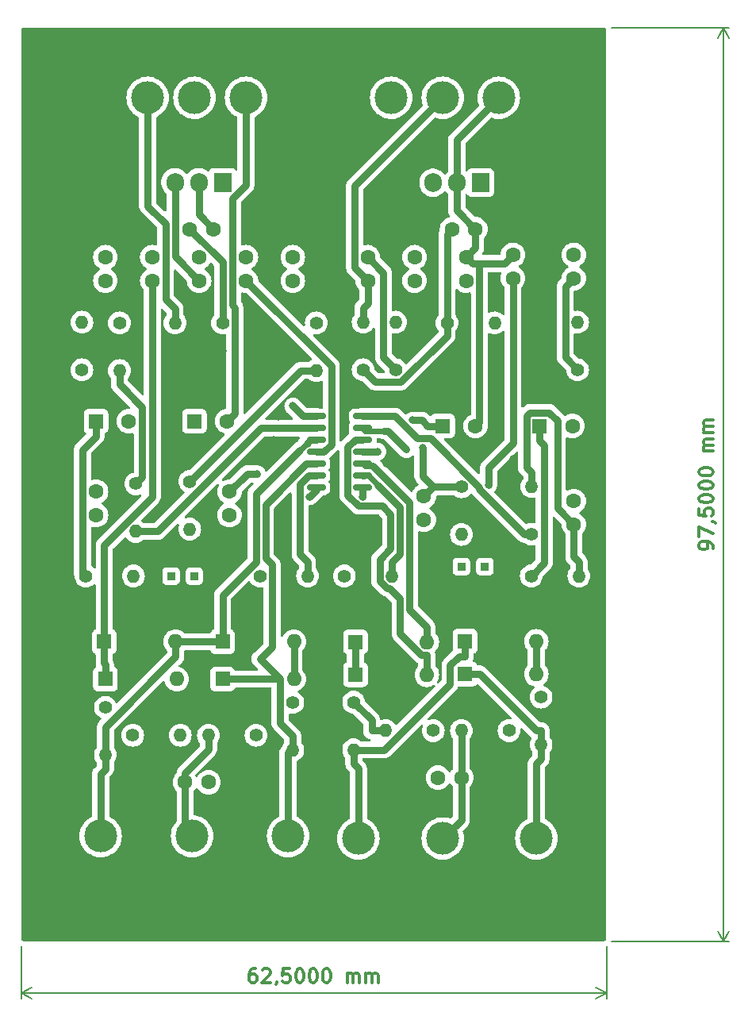
<source format=gbr>
%TF.GenerationSoftware,KiCad,Pcbnew,8.0.5-8.0.5-0~ubuntu24.04.1*%
%TF.CreationDate,2024-09-28T01:01:32+02:00*%
%TF.ProjectId,Highz-stereo,48696768-7a2d-4737-9465-72656f2e6b69,rev?*%
%TF.SameCoordinates,Original*%
%TF.FileFunction,Copper,L1,Top*%
%TF.FilePolarity,Positive*%
%FSLAX46Y46*%
G04 Gerber Fmt 4.6, Leading zero omitted, Abs format (unit mm)*
G04 Created by KiCad (PCBNEW 8.0.5-8.0.5-0~ubuntu24.04.1) date 2024-09-28 01:01:32*
%MOMM*%
%LPD*%
G01*
G04 APERTURE LIST*
G04 Aperture macros list*
%AMRoundRect*
0 Rectangle with rounded corners*
0 $1 Rounding radius*
0 $2 $3 $4 $5 $6 $7 $8 $9 X,Y pos of 4 corners*
0 Add a 4 corners polygon primitive as box body*
4,1,4,$2,$3,$4,$5,$6,$7,$8,$9,$2,$3,0*
0 Add four circle primitives for the rounded corners*
1,1,$1+$1,$2,$3*
1,1,$1+$1,$4,$5*
1,1,$1+$1,$6,$7*
1,1,$1+$1,$8,$9*
0 Add four rect primitives between the rounded corners*
20,1,$1+$1,$2,$3,$4,$5,0*
20,1,$1+$1,$4,$5,$6,$7,0*
20,1,$1+$1,$6,$7,$8,$9,0*
20,1,$1+$1,$8,$9,$2,$3,0*%
G04 Aperture macros list end*
%ADD10C,0.300000*%
%TA.AperFunction,NonConductor*%
%ADD11C,0.300000*%
%TD*%
%TA.AperFunction,NonConductor*%
%ADD12C,0.200000*%
%TD*%
%TA.AperFunction,ComponentPad*%
%ADD13C,1.600000*%
%TD*%
%TA.AperFunction,ComponentPad*%
%ADD14R,1.600000X1.600000*%
%TD*%
%TA.AperFunction,ComponentPad*%
%ADD15O,1.600000X1.600000*%
%TD*%
%TA.AperFunction,ComponentPad*%
%ADD16C,3.500000*%
%TD*%
%TA.AperFunction,ComponentPad*%
%ADD17C,1.400000*%
%TD*%
%TA.AperFunction,ComponentPad*%
%ADD18O,1.400000X1.400000*%
%TD*%
%TA.AperFunction,ComponentPad*%
%ADD19R,0.850000X0.850000*%
%TD*%
%TA.AperFunction,SMDPad,CuDef*%
%ADD20RoundRect,0.150000X-0.825000X-0.150000X0.825000X-0.150000X0.825000X0.150000X-0.825000X0.150000X0*%
%TD*%
%TA.AperFunction,ComponentPad*%
%ADD21R,1.905000X2.000000*%
%TD*%
%TA.AperFunction,ComponentPad*%
%ADD22O,1.905000X2.000000*%
%TD*%
%TA.AperFunction,ViaPad*%
%ADD23C,0.800000*%
%TD*%
%TA.AperFunction,Conductor*%
%ADD24C,0.800000*%
%TD*%
%TA.AperFunction,Conductor*%
%ADD25C,0.601000*%
%TD*%
G04 APERTURE END LIST*
D10*
D11*
X62535716Y-132878328D02*
X62250001Y-132878328D01*
X62250001Y-132878328D02*
X62107144Y-132949757D01*
X62107144Y-132949757D02*
X62035716Y-133021185D01*
X62035716Y-133021185D02*
X61892858Y-133235471D01*
X61892858Y-133235471D02*
X61821430Y-133521185D01*
X61821430Y-133521185D02*
X61821430Y-134092614D01*
X61821430Y-134092614D02*
X61892858Y-134235471D01*
X61892858Y-134235471D02*
X61964287Y-134306900D01*
X61964287Y-134306900D02*
X62107144Y-134378328D01*
X62107144Y-134378328D02*
X62392858Y-134378328D01*
X62392858Y-134378328D02*
X62535716Y-134306900D01*
X62535716Y-134306900D02*
X62607144Y-134235471D01*
X62607144Y-134235471D02*
X62678573Y-134092614D01*
X62678573Y-134092614D02*
X62678573Y-133735471D01*
X62678573Y-133735471D02*
X62607144Y-133592614D01*
X62607144Y-133592614D02*
X62535716Y-133521185D01*
X62535716Y-133521185D02*
X62392858Y-133449757D01*
X62392858Y-133449757D02*
X62107144Y-133449757D01*
X62107144Y-133449757D02*
X61964287Y-133521185D01*
X61964287Y-133521185D02*
X61892858Y-133592614D01*
X61892858Y-133592614D02*
X61821430Y-133735471D01*
X63250001Y-133021185D02*
X63321429Y-132949757D01*
X63321429Y-132949757D02*
X63464287Y-132878328D01*
X63464287Y-132878328D02*
X63821429Y-132878328D01*
X63821429Y-132878328D02*
X63964287Y-132949757D01*
X63964287Y-132949757D02*
X64035715Y-133021185D01*
X64035715Y-133021185D02*
X64107144Y-133164042D01*
X64107144Y-133164042D02*
X64107144Y-133306900D01*
X64107144Y-133306900D02*
X64035715Y-133521185D01*
X64035715Y-133521185D02*
X63178572Y-134378328D01*
X63178572Y-134378328D02*
X64107144Y-134378328D01*
X64821429Y-134306900D02*
X64821429Y-134378328D01*
X64821429Y-134378328D02*
X64750000Y-134521185D01*
X64750000Y-134521185D02*
X64678572Y-134592614D01*
X66178572Y-132878328D02*
X65464286Y-132878328D01*
X65464286Y-132878328D02*
X65392858Y-133592614D01*
X65392858Y-133592614D02*
X65464286Y-133521185D01*
X65464286Y-133521185D02*
X65607144Y-133449757D01*
X65607144Y-133449757D02*
X65964286Y-133449757D01*
X65964286Y-133449757D02*
X66107144Y-133521185D01*
X66107144Y-133521185D02*
X66178572Y-133592614D01*
X66178572Y-133592614D02*
X66250001Y-133735471D01*
X66250001Y-133735471D02*
X66250001Y-134092614D01*
X66250001Y-134092614D02*
X66178572Y-134235471D01*
X66178572Y-134235471D02*
X66107144Y-134306900D01*
X66107144Y-134306900D02*
X65964286Y-134378328D01*
X65964286Y-134378328D02*
X65607144Y-134378328D01*
X65607144Y-134378328D02*
X65464286Y-134306900D01*
X65464286Y-134306900D02*
X65392858Y-134235471D01*
X67178572Y-132878328D02*
X67321429Y-132878328D01*
X67321429Y-132878328D02*
X67464286Y-132949757D01*
X67464286Y-132949757D02*
X67535715Y-133021185D01*
X67535715Y-133021185D02*
X67607143Y-133164042D01*
X67607143Y-133164042D02*
X67678572Y-133449757D01*
X67678572Y-133449757D02*
X67678572Y-133806900D01*
X67678572Y-133806900D02*
X67607143Y-134092614D01*
X67607143Y-134092614D02*
X67535715Y-134235471D01*
X67535715Y-134235471D02*
X67464286Y-134306900D01*
X67464286Y-134306900D02*
X67321429Y-134378328D01*
X67321429Y-134378328D02*
X67178572Y-134378328D01*
X67178572Y-134378328D02*
X67035715Y-134306900D01*
X67035715Y-134306900D02*
X66964286Y-134235471D01*
X66964286Y-134235471D02*
X66892857Y-134092614D01*
X66892857Y-134092614D02*
X66821429Y-133806900D01*
X66821429Y-133806900D02*
X66821429Y-133449757D01*
X66821429Y-133449757D02*
X66892857Y-133164042D01*
X66892857Y-133164042D02*
X66964286Y-133021185D01*
X66964286Y-133021185D02*
X67035715Y-132949757D01*
X67035715Y-132949757D02*
X67178572Y-132878328D01*
X68607143Y-132878328D02*
X68750000Y-132878328D01*
X68750000Y-132878328D02*
X68892857Y-132949757D01*
X68892857Y-132949757D02*
X68964286Y-133021185D01*
X68964286Y-133021185D02*
X69035714Y-133164042D01*
X69035714Y-133164042D02*
X69107143Y-133449757D01*
X69107143Y-133449757D02*
X69107143Y-133806900D01*
X69107143Y-133806900D02*
X69035714Y-134092614D01*
X69035714Y-134092614D02*
X68964286Y-134235471D01*
X68964286Y-134235471D02*
X68892857Y-134306900D01*
X68892857Y-134306900D02*
X68750000Y-134378328D01*
X68750000Y-134378328D02*
X68607143Y-134378328D01*
X68607143Y-134378328D02*
X68464286Y-134306900D01*
X68464286Y-134306900D02*
X68392857Y-134235471D01*
X68392857Y-134235471D02*
X68321428Y-134092614D01*
X68321428Y-134092614D02*
X68250000Y-133806900D01*
X68250000Y-133806900D02*
X68250000Y-133449757D01*
X68250000Y-133449757D02*
X68321428Y-133164042D01*
X68321428Y-133164042D02*
X68392857Y-133021185D01*
X68392857Y-133021185D02*
X68464286Y-132949757D01*
X68464286Y-132949757D02*
X68607143Y-132878328D01*
X70035714Y-132878328D02*
X70178571Y-132878328D01*
X70178571Y-132878328D02*
X70321428Y-132949757D01*
X70321428Y-132949757D02*
X70392857Y-133021185D01*
X70392857Y-133021185D02*
X70464285Y-133164042D01*
X70464285Y-133164042D02*
X70535714Y-133449757D01*
X70535714Y-133449757D02*
X70535714Y-133806900D01*
X70535714Y-133806900D02*
X70464285Y-134092614D01*
X70464285Y-134092614D02*
X70392857Y-134235471D01*
X70392857Y-134235471D02*
X70321428Y-134306900D01*
X70321428Y-134306900D02*
X70178571Y-134378328D01*
X70178571Y-134378328D02*
X70035714Y-134378328D01*
X70035714Y-134378328D02*
X69892857Y-134306900D01*
X69892857Y-134306900D02*
X69821428Y-134235471D01*
X69821428Y-134235471D02*
X69749999Y-134092614D01*
X69749999Y-134092614D02*
X69678571Y-133806900D01*
X69678571Y-133806900D02*
X69678571Y-133449757D01*
X69678571Y-133449757D02*
X69749999Y-133164042D01*
X69749999Y-133164042D02*
X69821428Y-133021185D01*
X69821428Y-133021185D02*
X69892857Y-132949757D01*
X69892857Y-132949757D02*
X70035714Y-132878328D01*
X72321427Y-134378328D02*
X72321427Y-133378328D01*
X72321427Y-133521185D02*
X72392856Y-133449757D01*
X72392856Y-133449757D02*
X72535713Y-133378328D01*
X72535713Y-133378328D02*
X72749999Y-133378328D01*
X72749999Y-133378328D02*
X72892856Y-133449757D01*
X72892856Y-133449757D02*
X72964285Y-133592614D01*
X72964285Y-133592614D02*
X72964285Y-134378328D01*
X72964285Y-133592614D02*
X73035713Y-133449757D01*
X73035713Y-133449757D02*
X73178570Y-133378328D01*
X73178570Y-133378328D02*
X73392856Y-133378328D01*
X73392856Y-133378328D02*
X73535713Y-133449757D01*
X73535713Y-133449757D02*
X73607142Y-133592614D01*
X73607142Y-133592614D02*
X73607142Y-134378328D01*
X74321427Y-134378328D02*
X74321427Y-133378328D01*
X74321427Y-133521185D02*
X74392856Y-133449757D01*
X74392856Y-133449757D02*
X74535713Y-133378328D01*
X74535713Y-133378328D02*
X74749999Y-133378328D01*
X74749999Y-133378328D02*
X74892856Y-133449757D01*
X74892856Y-133449757D02*
X74964285Y-133592614D01*
X74964285Y-133592614D02*
X74964285Y-134378328D01*
X74964285Y-133592614D02*
X75035713Y-133449757D01*
X75035713Y-133449757D02*
X75178570Y-133378328D01*
X75178570Y-133378328D02*
X75392856Y-133378328D01*
X75392856Y-133378328D02*
X75535713Y-133449757D01*
X75535713Y-133449757D02*
X75607142Y-133592614D01*
X75607142Y-133592614D02*
X75607142Y-134378328D01*
D12*
X37500000Y-130500000D02*
X37500000Y-136086420D01*
X100000000Y-130500000D02*
X100000000Y-136086420D01*
X37500000Y-135500000D02*
X100000000Y-135500000D01*
X37500000Y-135500000D02*
X100000000Y-135500000D01*
X37500000Y-135500000D02*
X38626504Y-134913579D01*
X37500000Y-135500000D02*
X38626504Y-136086421D01*
X100000000Y-135500000D02*
X98873496Y-136086421D01*
X100000000Y-135500000D02*
X98873496Y-134913579D01*
D10*
D11*
X111378328Y-88035712D02*
X111378328Y-87749998D01*
X111378328Y-87749998D02*
X111306900Y-87607141D01*
X111306900Y-87607141D02*
X111235471Y-87535712D01*
X111235471Y-87535712D02*
X111021185Y-87392855D01*
X111021185Y-87392855D02*
X110735471Y-87321426D01*
X110735471Y-87321426D02*
X110164042Y-87321426D01*
X110164042Y-87321426D02*
X110021185Y-87392855D01*
X110021185Y-87392855D02*
X109949757Y-87464284D01*
X109949757Y-87464284D02*
X109878328Y-87607141D01*
X109878328Y-87607141D02*
X109878328Y-87892855D01*
X109878328Y-87892855D02*
X109949757Y-88035712D01*
X109949757Y-88035712D02*
X110021185Y-88107141D01*
X110021185Y-88107141D02*
X110164042Y-88178569D01*
X110164042Y-88178569D02*
X110521185Y-88178569D01*
X110521185Y-88178569D02*
X110664042Y-88107141D01*
X110664042Y-88107141D02*
X110735471Y-88035712D01*
X110735471Y-88035712D02*
X110806900Y-87892855D01*
X110806900Y-87892855D02*
X110806900Y-87607141D01*
X110806900Y-87607141D02*
X110735471Y-87464284D01*
X110735471Y-87464284D02*
X110664042Y-87392855D01*
X110664042Y-87392855D02*
X110521185Y-87321426D01*
X109878328Y-86821427D02*
X109878328Y-85821427D01*
X109878328Y-85821427D02*
X111378328Y-86464284D01*
X111306900Y-85178570D02*
X111378328Y-85178570D01*
X111378328Y-85178570D02*
X111521185Y-85249999D01*
X111521185Y-85249999D02*
X111592614Y-85321427D01*
X109878328Y-83821427D02*
X109878328Y-84535713D01*
X109878328Y-84535713D02*
X110592614Y-84607141D01*
X110592614Y-84607141D02*
X110521185Y-84535713D01*
X110521185Y-84535713D02*
X110449757Y-84392856D01*
X110449757Y-84392856D02*
X110449757Y-84035713D01*
X110449757Y-84035713D02*
X110521185Y-83892856D01*
X110521185Y-83892856D02*
X110592614Y-83821427D01*
X110592614Y-83821427D02*
X110735471Y-83749998D01*
X110735471Y-83749998D02*
X111092614Y-83749998D01*
X111092614Y-83749998D02*
X111235471Y-83821427D01*
X111235471Y-83821427D02*
X111306900Y-83892856D01*
X111306900Y-83892856D02*
X111378328Y-84035713D01*
X111378328Y-84035713D02*
X111378328Y-84392856D01*
X111378328Y-84392856D02*
X111306900Y-84535713D01*
X111306900Y-84535713D02*
X111235471Y-84607141D01*
X109878328Y-82821427D02*
X109878328Y-82678570D01*
X109878328Y-82678570D02*
X109949757Y-82535713D01*
X109949757Y-82535713D02*
X110021185Y-82464285D01*
X110021185Y-82464285D02*
X110164042Y-82392856D01*
X110164042Y-82392856D02*
X110449757Y-82321427D01*
X110449757Y-82321427D02*
X110806900Y-82321427D01*
X110806900Y-82321427D02*
X111092614Y-82392856D01*
X111092614Y-82392856D02*
X111235471Y-82464285D01*
X111235471Y-82464285D02*
X111306900Y-82535713D01*
X111306900Y-82535713D02*
X111378328Y-82678570D01*
X111378328Y-82678570D02*
X111378328Y-82821427D01*
X111378328Y-82821427D02*
X111306900Y-82964285D01*
X111306900Y-82964285D02*
X111235471Y-83035713D01*
X111235471Y-83035713D02*
X111092614Y-83107142D01*
X111092614Y-83107142D02*
X110806900Y-83178570D01*
X110806900Y-83178570D02*
X110449757Y-83178570D01*
X110449757Y-83178570D02*
X110164042Y-83107142D01*
X110164042Y-83107142D02*
X110021185Y-83035713D01*
X110021185Y-83035713D02*
X109949757Y-82964285D01*
X109949757Y-82964285D02*
X109878328Y-82821427D01*
X109878328Y-81392856D02*
X109878328Y-81249999D01*
X109878328Y-81249999D02*
X109949757Y-81107142D01*
X109949757Y-81107142D02*
X110021185Y-81035714D01*
X110021185Y-81035714D02*
X110164042Y-80964285D01*
X110164042Y-80964285D02*
X110449757Y-80892856D01*
X110449757Y-80892856D02*
X110806900Y-80892856D01*
X110806900Y-80892856D02*
X111092614Y-80964285D01*
X111092614Y-80964285D02*
X111235471Y-81035714D01*
X111235471Y-81035714D02*
X111306900Y-81107142D01*
X111306900Y-81107142D02*
X111378328Y-81249999D01*
X111378328Y-81249999D02*
X111378328Y-81392856D01*
X111378328Y-81392856D02*
X111306900Y-81535714D01*
X111306900Y-81535714D02*
X111235471Y-81607142D01*
X111235471Y-81607142D02*
X111092614Y-81678571D01*
X111092614Y-81678571D02*
X110806900Y-81749999D01*
X110806900Y-81749999D02*
X110449757Y-81749999D01*
X110449757Y-81749999D02*
X110164042Y-81678571D01*
X110164042Y-81678571D02*
X110021185Y-81607142D01*
X110021185Y-81607142D02*
X109949757Y-81535714D01*
X109949757Y-81535714D02*
X109878328Y-81392856D01*
X109878328Y-79964285D02*
X109878328Y-79821428D01*
X109878328Y-79821428D02*
X109949757Y-79678571D01*
X109949757Y-79678571D02*
X110021185Y-79607143D01*
X110021185Y-79607143D02*
X110164042Y-79535714D01*
X110164042Y-79535714D02*
X110449757Y-79464285D01*
X110449757Y-79464285D02*
X110806900Y-79464285D01*
X110806900Y-79464285D02*
X111092614Y-79535714D01*
X111092614Y-79535714D02*
X111235471Y-79607143D01*
X111235471Y-79607143D02*
X111306900Y-79678571D01*
X111306900Y-79678571D02*
X111378328Y-79821428D01*
X111378328Y-79821428D02*
X111378328Y-79964285D01*
X111378328Y-79964285D02*
X111306900Y-80107143D01*
X111306900Y-80107143D02*
X111235471Y-80178571D01*
X111235471Y-80178571D02*
X111092614Y-80250000D01*
X111092614Y-80250000D02*
X110806900Y-80321428D01*
X110806900Y-80321428D02*
X110449757Y-80321428D01*
X110449757Y-80321428D02*
X110164042Y-80250000D01*
X110164042Y-80250000D02*
X110021185Y-80178571D01*
X110021185Y-80178571D02*
X109949757Y-80107143D01*
X109949757Y-80107143D02*
X109878328Y-79964285D01*
X111378328Y-77678572D02*
X110378328Y-77678572D01*
X110521185Y-77678572D02*
X110449757Y-77607143D01*
X110449757Y-77607143D02*
X110378328Y-77464286D01*
X110378328Y-77464286D02*
X110378328Y-77250000D01*
X110378328Y-77250000D02*
X110449757Y-77107143D01*
X110449757Y-77107143D02*
X110592614Y-77035715D01*
X110592614Y-77035715D02*
X111378328Y-77035715D01*
X110592614Y-77035715D02*
X110449757Y-76964286D01*
X110449757Y-76964286D02*
X110378328Y-76821429D01*
X110378328Y-76821429D02*
X110378328Y-76607143D01*
X110378328Y-76607143D02*
X110449757Y-76464286D01*
X110449757Y-76464286D02*
X110592614Y-76392857D01*
X110592614Y-76392857D02*
X111378328Y-76392857D01*
X111378328Y-75678572D02*
X110378328Y-75678572D01*
X110521185Y-75678572D02*
X110449757Y-75607143D01*
X110449757Y-75607143D02*
X110378328Y-75464286D01*
X110378328Y-75464286D02*
X110378328Y-75250000D01*
X110378328Y-75250000D02*
X110449757Y-75107143D01*
X110449757Y-75107143D02*
X110592614Y-75035715D01*
X110592614Y-75035715D02*
X111378328Y-75035715D01*
X110592614Y-75035715D02*
X110449757Y-74964286D01*
X110449757Y-74964286D02*
X110378328Y-74821429D01*
X110378328Y-74821429D02*
X110378328Y-74607143D01*
X110378328Y-74607143D02*
X110449757Y-74464286D01*
X110449757Y-74464286D02*
X110592614Y-74392857D01*
X110592614Y-74392857D02*
X111378328Y-74392857D01*
D12*
X100500000Y-32500000D02*
X113086420Y-32500000D01*
X100500000Y-130000000D02*
X113086420Y-130000000D01*
X112500000Y-32500000D02*
X112500000Y-130000000D01*
X112500000Y-32500000D02*
X112500000Y-130000000D01*
X112500000Y-32500000D02*
X113086421Y-33626504D01*
X112500000Y-32500000D02*
X111913579Y-33626504D01*
X112500000Y-130000000D02*
X111913579Y-128873496D01*
X112500000Y-130000000D02*
X113086421Y-128873496D01*
D13*
%TO.P,C1,1*%
%TO.N,VCC*%
X61500000Y-59500000D03*
%TO.P,C1,2*%
%TO.N,GND*%
X61500000Y-57000000D03*
%TD*%
%TO.P,C2,1*%
%TO.N,VCC*%
X56500000Y-59500000D03*
%TO.P,C2,2*%
%TO.N,GND*%
X56500000Y-57000000D03*
%TD*%
%TO.P,C3,1*%
%TO.N,VCC*%
X51500000Y-59500000D03*
%TO.P,C3,2*%
%TO.N,GND*%
X51500000Y-57000000D03*
%TD*%
%TO.P,C4,1*%
%TO.N,/2A*%
X46500000Y-59500000D03*
%TO.P,C4,2*%
%TO.N,Net-(C4-Pad2)*%
X46500000Y-57000000D03*
%TD*%
%TO.P,C5,1*%
%TO.N,/3A*%
X66500000Y-59500000D03*
%TO.P,C5,2*%
%TO.N,Net-(C5-Pad2)*%
X66500000Y-57000000D03*
%TD*%
%TO.P,C8,1*%
%TO.N,Net-(C8-Pad1)*%
X57500000Y-113000000D03*
%TO.P,C8,2*%
%TO.N,V-*%
X55000000Y-113000000D03*
%TD*%
D14*
%TO.P,D4,1,K*%
%TO.N,VCC*%
X46380000Y-98000000D03*
D15*
%TO.P,D4,2,A*%
%TO.N,Net-(D4-A)*%
X54000000Y-98000000D03*
%TD*%
D14*
%TO.P,D5,1,K*%
%TO.N,Net-(D4-A)*%
X59000000Y-98000000D03*
D15*
%TO.P,D5,2,A*%
%TO.N,V-*%
X66620000Y-98000000D03*
%TD*%
D16*
%TO.P,J7,1,Pin_1*%
%TO.N,Earth*%
X42500000Y-125000000D03*
%TD*%
%TO.P,J8,1,Pin_1*%
%TO.N,Earth*%
X70000000Y-37500000D03*
%TD*%
%TO.P,J9,1,Pin_1*%
%TO.N,Earth*%
X42500000Y-37500000D03*
%TD*%
%TO.P,J10,1,Pin_1*%
%TO.N,Earth*%
X70000000Y-125000000D03*
%TD*%
D17*
%TO.P,R11,1*%
%TO.N,Net-(C6-Pad2)*%
X49750000Y-81170000D03*
D18*
%TO.P,R11,2*%
%TO.N,Net-(U2A--)*%
X49750000Y-86250000D03*
%TD*%
D17*
%TO.P,R5,1*%
%TO.N,Net-(U1-IN)*%
X44000000Y-69000000D03*
D18*
%TO.P,R5,2*%
%TO.N,/2A*%
X44000000Y-63920000D03*
%TD*%
D17*
%TO.P,R6,1*%
%TO.N,Net-(U1-IN)*%
X59000000Y-64000000D03*
D18*
%TO.P,R6,2*%
%TO.N,/3A*%
X53920000Y-64000000D03*
%TD*%
D17*
%TO.P,R7,1*%
%TO.N,Net-(C4-Pad2)*%
X48000000Y-64000000D03*
D18*
%TO.P,R7,2*%
%TO.N,Net-(C6-Pad2)*%
X48000000Y-69080000D03*
%TD*%
D17*
%TO.P,R2,1*%
%TO.N,VCC*%
X49420000Y-108000000D03*
D18*
%TO.P,R2,2*%
%TO.N,Net-(C8-Pad1)*%
X54500000Y-108000000D03*
%TD*%
D17*
%TO.P,R4,1*%
%TO.N,Net-(C8-Pad1)*%
X46500000Y-105000000D03*
D18*
%TO.P,R4,2*%
%TO.N,Net-(D4-A)*%
X46500000Y-110080000D03*
%TD*%
D17*
%TO.P,R8,1*%
%TO.N,Net-(C5-Pad2)*%
X69000000Y-64000000D03*
D18*
%TO.P,R8,2*%
%TO.N,Net-(C9-Pad2)*%
X69000000Y-69080000D03*
%TD*%
D17*
%TO.P,R9,1*%
%TO.N,Net-(C7-Pad1)*%
X44420000Y-91000000D03*
D18*
%TO.P,R9,2*%
%TO.N,Net-(U2A--)*%
X49500000Y-91000000D03*
%TD*%
D17*
%TO.P,R10,1*%
%TO.N,Net-(C8-Pad1)*%
X62580000Y-108000000D03*
D18*
%TO.P,R10,2*%
%TO.N,V-*%
X57500000Y-108000000D03*
%TD*%
D14*
%TO.P,D2,1,K*%
%TO.N,VCC*%
X46500000Y-102000000D03*
D15*
%TO.P,D2,2,A*%
%TO.N,ind*%
X54120000Y-102000000D03*
%TD*%
D14*
%TO.P,D3,1,K*%
%TO.N,ind*%
X59000000Y-102000000D03*
D15*
%TO.P,D3,2,A*%
%TO.N,V-*%
X66620000Y-102000000D03*
%TD*%
D17*
%TO.P,R3,1*%
%TO.N,Net-(C8-Pad1)*%
X66500000Y-104500000D03*
D18*
%TO.P,R3,2*%
%TO.N,ind*%
X66500000Y-109580000D03*
%TD*%
D17*
%TO.P,R12,1*%
%TO.N,Net-(C10-Pad1)*%
X63000000Y-91000000D03*
D18*
%TO.P,R12,2*%
%TO.N,Net-(U2B--)*%
X68080000Y-91000000D03*
%TD*%
D17*
%TO.P,R13,1*%
%TO.N,Net-(C9-Pad2)*%
X55500000Y-80920000D03*
D18*
%TO.P,R13,2*%
%TO.N,Net-(U2B--)*%
X55500000Y-86000000D03*
%TD*%
D13*
%TO.P,C6,1*%
%TO.N,Net-(U2A--)*%
X45500000Y-84500000D03*
%TO.P,C6,2*%
%TO.N,Net-(C6-Pad2)*%
X45500000Y-82000000D03*
%TD*%
%TO.P,C9,1*%
%TO.N,Net-(U2B--)*%
X59750000Y-84500000D03*
%TO.P,C9,2*%
%TO.N,Net-(C9-Pad2)*%
X59750000Y-82000000D03*
%TD*%
D14*
%TO.P,C7,1*%
%TO.N,Net-(C7-Pad1)*%
X45500000Y-74500000D03*
D13*
%TO.P,C7,2*%
%TO.N,V-*%
X49000000Y-74500000D03*
%TD*%
D14*
%TO.P,C10,1*%
%TO.N,Net-(C10-Pad1)*%
X56000000Y-74500000D03*
D13*
%TO.P,C10,2*%
%TO.N,V-*%
X59500000Y-74500000D03*
%TD*%
D16*
%TO.P,J2,1,Pin_1*%
%TO.N,ind*%
X66000000Y-118750000D03*
%TD*%
D19*
%TO.P,J3,1,Pin_1*%
%TO.N,V-*%
X53500000Y-91000000D03*
%TD*%
D16*
%TO.P,J4,1,Pin_1*%
%TO.N,V-*%
X55750000Y-118750000D03*
%TD*%
%TO.P,J5,1,Pin_1*%
%TO.N,Net-(D4-A)*%
X46000000Y-118750000D03*
%TD*%
D19*
%TO.P,J6,1,Pin_1*%
%TO.N,V-R*%
X87000000Y-90000000D03*
%TD*%
D17*
%TO.P,R14,1*%
%TO.N,Net-(C11-Pad1)*%
X93000000Y-103920000D03*
D18*
%TO.P,R14,2*%
%TO.N,indR*%
X93000000Y-109000000D03*
%TD*%
D13*
%TO.P,C19,1*%
%TO.N,/2*%
X74500000Y-59500000D03*
%TO.P,C19,2*%
%TO.N,Net-(C19-Pad2)*%
X74500000Y-57000000D03*
%TD*%
D16*
%TO.P,J17,1,Pin_1*%
%TO.N,Net-(D8-A)*%
X73500000Y-119000000D03*
%TD*%
D17*
%TO.P,R20,1*%
%TO.N,Net-(C15-Pad1)*%
X91960000Y-91000000D03*
D18*
%TO.P,R20,2*%
%TO.N,Net-(U2D--)*%
X97040000Y-91000000D03*
%TD*%
D20*
%TO.P,U2,1*%
%TO.N,Net-(C6-Pad2)*%
X69000000Y-73960000D03*
%TO.P,U2,2,-*%
%TO.N,Net-(U2A--)*%
X69000000Y-75230000D03*
%TO.P,U2,3,+*%
%TO.N,Net-(D4-A)*%
X69000000Y-76500000D03*
%TO.P,U2,4,V+*%
%TO.N,VCC*%
X69000000Y-77770000D03*
%TO.P,U2,5,+*%
%TO.N,ind*%
X69000000Y-79040000D03*
%TO.P,U2,6,-*%
%TO.N,Net-(U2B--)*%
X69000000Y-80310000D03*
%TO.P,U2,7*%
%TO.N,Net-(C9-Pad2)*%
X69000000Y-81580000D03*
%TO.P,U2,8*%
%TO.N,Net-(C14-Pad2)*%
X73950000Y-81580000D03*
%TO.P,U2,9,-*%
%TO.N,Net-(U2C--)*%
X73950000Y-80310000D03*
%TO.P,U2,10,+*%
%TO.N,Net-(D8-A)*%
X73950000Y-79040000D03*
%TO.P,U2,11,V-*%
%TO.N,V-*%
X73950000Y-77770000D03*
%TO.P,U2,12,+*%
%TO.N,indR*%
X73950000Y-76500000D03*
%TO.P,U2,13,-*%
%TO.N,Net-(U2D--)*%
X73950000Y-75230000D03*
%TO.P,U2,14*%
%TO.N,Net-(C17-Pad2)*%
X73950000Y-73960000D03*
%TD*%
D14*
%TO.P,D9,1,K*%
%TO.N,Net-(D8-A)*%
X84880000Y-97960000D03*
D15*
%TO.P,D9,2,A*%
%TO.N,V-R*%
X92500000Y-97960000D03*
%TD*%
D17*
%TO.P,R25,1*%
%TO.N,Net-(U3-IN)*%
X74000000Y-69000000D03*
D18*
%TO.P,R25,2*%
%TO.N,/2*%
X74000000Y-63920000D03*
%TD*%
D21*
%TO.P,U1,1,IN*%
%TO.N,Net-(U1-IN)*%
X59000000Y-49000000D03*
D22*
%TO.P,U1,2,GND*%
%TO.N,GND*%
X56460000Y-49000000D03*
%TO.P,U1,3,OUT*%
%TO.N,VCC*%
X53920000Y-49000000D03*
%TD*%
D21*
%TO.P,U3,1,IN*%
%TO.N,Net-(U3-IN)*%
X86540000Y-49055000D03*
D22*
%TO.P,U3,2,GND*%
%TO.N,V-R*%
X84000000Y-49055000D03*
%TO.P,U3,3,OUT*%
%TO.N,VCCR*%
X81460000Y-49055000D03*
%TD*%
D16*
%TO.P,J12,1,Pin_1*%
%TO.N,Earth*%
X95500000Y-37000000D03*
%TD*%
D14*
%TO.P,D8,1,K*%
%TO.N,VCCR*%
X73190000Y-98040000D03*
D15*
%TO.P,D8,2,A*%
%TO.N,Net-(D8-A)*%
X80810000Y-98040000D03*
%TD*%
D13*
%TO.P,C22,1*%
%TO.N,Net-(U3-IN)*%
X83500000Y-54000000D03*
%TO.P,C22,2*%
%TO.N,V-R*%
X86000000Y-54000000D03*
%TD*%
D16*
%TO.P,J19,1,Pin_1*%
%TO.N,/2*%
X82500000Y-40000000D03*
%TD*%
D13*
%TO.P,C18,1*%
%TO.N,VCCR*%
X79500000Y-59500000D03*
%TO.P,C18,2*%
%TO.N,V-R*%
X79500000Y-57000000D03*
%TD*%
D16*
%TO.P,J16,1,Pin_1*%
%TO.N,V-R*%
X82500000Y-119000000D03*
%TD*%
D17*
%TO.P,R26,1*%
%TO.N,Net-(U3-IN)*%
X82960000Y-64000000D03*
D18*
%TO.P,R26,2*%
%TO.N,/3*%
X88040000Y-64000000D03*
%TD*%
D14*
%TO.P,C12,1*%
%TO.N,Net-(C12-Pad1)*%
X82500000Y-75000000D03*
D13*
%TO.P,C12,2*%
%TO.N,V-R*%
X86000000Y-75000000D03*
%TD*%
%TO.P,C20,1*%
%TO.N,/3*%
X96500000Y-56750000D03*
%TO.P,C20,2*%
%TO.N,Net-(C20-Pad2)*%
X96500000Y-59250000D03*
%TD*%
D16*
%TO.P,J20,1,Pin_1*%
%TO.N,V-R*%
X88500000Y-40000000D03*
%TD*%
%TO.P,J18,1,Pin_1*%
%TO.N,/3*%
X77000000Y-40000000D03*
%TD*%
D14*
%TO.P,C15,1*%
%TO.N,Net-(C15-Pad1)*%
X92847300Y-75000000D03*
D13*
%TO.P,C15,2*%
%TO.N,V-R*%
X96347300Y-75000000D03*
%TD*%
D17*
%TO.P,R16,1*%
%TO.N,Net-(C11-Pad1)*%
X89580000Y-107500000D03*
D18*
%TO.P,R16,2*%
%TO.N,V-R*%
X84500000Y-107500000D03*
%TD*%
D17*
%TO.P,R15,1*%
%TO.N,Net-(C11-Pad1)*%
X73000000Y-104460000D03*
D18*
%TO.P,R15,2*%
%TO.N,Net-(D8-A)*%
X73000000Y-109540000D03*
%TD*%
D17*
%TO.P,R22,1*%
%TO.N,Net-(C19-Pad2)*%
X77500000Y-69000000D03*
D18*
%TO.P,R22,2*%
%TO.N,Net-(C14-Pad2)*%
X77500000Y-63920000D03*
%TD*%
D17*
%TO.P,R24,1*%
%TO.N,Net-(C20-Pad2)*%
X96902700Y-69000000D03*
D18*
%TO.P,R24,2*%
%TO.N,Net-(C17-Pad2)*%
X96902700Y-63920000D03*
%TD*%
D17*
%TO.P,R19,1*%
%TO.N,Net-(C14-Pad2)*%
X84500000Y-81500000D03*
D18*
%TO.P,R19,2*%
%TO.N,Net-(U2C--)*%
X84500000Y-86580000D03*
%TD*%
D13*
%TO.P,C11,1*%
%TO.N,Net-(C11-Pad1)*%
X82000000Y-112500000D03*
%TO.P,C11,2*%
%TO.N,V-R*%
X84500000Y-112500000D03*
%TD*%
D17*
%TO.P,R18,1*%
%TO.N,Net-(C12-Pad1)*%
X72000000Y-91000000D03*
D18*
%TO.P,R18,2*%
%TO.N,Net-(U2C--)*%
X77080000Y-91000000D03*
%TD*%
D13*
%TO.P,C21,1*%
%TO.N,Net-(U1-IN)*%
X55500000Y-54000000D03*
%TO.P,C21,2*%
%TO.N,GND*%
X58000000Y-54000000D03*
%TD*%
D16*
%TO.P,J1A1,1,Pin_1*%
%TO.N,/2A*%
X56000000Y-40000000D03*
%TD*%
D13*
%TO.P,C16,1*%
%TO.N,VCCR*%
X85000000Y-59500000D03*
%TO.P,C16,2*%
%TO.N,V-R*%
X85000000Y-57000000D03*
%TD*%
D16*
%TO.P,J6A1,1,Pin_1*%
%TO.N,V-*%
X61500000Y-40000000D03*
%TD*%
D13*
%TO.P,C14,1*%
%TO.N,Net-(U2C--)*%
X80500000Y-85000000D03*
%TO.P,C14,2*%
%TO.N,Net-(C14-Pad2)*%
X80500000Y-82500000D03*
%TD*%
D19*
%TO.P,J14,1,Pin_1*%
%TO.N,V-R*%
X84500000Y-90000000D03*
%TD*%
D16*
%TO.P,J3A1,1,Pin_1*%
%TO.N,/3A*%
X51000000Y-40000000D03*
%TD*%
%TO.P,J11,1,Pin_1*%
%TO.N,indR*%
X92500000Y-119000000D03*
%TD*%
D13*
%TO.P,C17,1*%
%TO.N,Net-(U2D--)*%
X96500000Y-85500000D03*
%TO.P,C17,2*%
%TO.N,Net-(C17-Pad2)*%
X96500000Y-83000000D03*
%TD*%
D14*
%TO.P,D7,1,K*%
%TO.N,indR*%
X84880000Y-101460000D03*
D15*
%TO.P,D7,2,A*%
%TO.N,V-R*%
X92500000Y-101460000D03*
%TD*%
D14*
%TO.P,D6,1,K*%
%TO.N,VCCR*%
X73190000Y-101540000D03*
D15*
%TO.P,D6,2,A*%
%TO.N,indR*%
X80810000Y-101540000D03*
%TD*%
D17*
%TO.P,R21,1*%
%TO.N,Net-(C17-Pad2)*%
X92000000Y-86540000D03*
D18*
%TO.P,R21,2*%
%TO.N,Net-(U2D--)*%
X92000000Y-81460000D03*
%TD*%
D16*
%TO.P,J1,1,Pin_1*%
%TO.N,Earth*%
X95500000Y-125000000D03*
%TD*%
D13*
%TO.P,C13,1*%
%TO.N,VCCR*%
X90000000Y-59250000D03*
%TO.P,C13,2*%
%TO.N,V-R*%
X90000000Y-56750000D03*
%TD*%
D17*
%TO.P,R17,1*%
%TO.N,VCCR*%
X81500000Y-107500000D03*
D18*
%TO.P,R17,2*%
%TO.N,Net-(C11-Pad1)*%
X76420000Y-107500000D03*
%TD*%
D19*
%TO.P,J13,1,Pin_1*%
%TO.N,V-*%
X56000000Y-91000000D03*
%TD*%
D23*
%TO.N,Net-(C6-Pad2)*%
X66512300Y-72874300D03*
%TO.N,V-*%
X75575700Y-77722700D03*
%TO.N,Earth*%
X89000000Y-82000000D03*
X76500000Y-79000000D03*
X60500000Y-87500000D03*
X59000000Y-67000000D03*
X63000000Y-66500000D03*
X65000000Y-74000000D03*
X90000000Y-53500000D03*
X88000000Y-61500000D03*
X64500000Y-76500000D03*
X97000000Y-80000000D03*
X90000000Y-78500000D03*
%TO.N,Net-(C9-Pad2)*%
X62716700Y-80119600D03*
X68278900Y-82542300D03*
%TO.N,Net-(C12-Pad1)*%
X79289800Y-74391900D03*
%TO.N,VCCR*%
X87390900Y-81313500D03*
%TO.N,Net-(C14-Pad2)*%
X73967900Y-82542300D03*
X80385700Y-77339900D03*
%TO.N,Net-(U2D--)*%
X78624900Y-77505500D03*
%TD*%
D24*
%TO.N,Net-(C6-Pad2)*%
X48000000Y-69080000D02*
X48000000Y-70580000D01*
X48000000Y-70580000D02*
X50445100Y-73025100D01*
X50445100Y-80474900D02*
X49750000Y-81170000D01*
X69000000Y-73960000D02*
X67598000Y-73960000D01*
X50445100Y-73025100D02*
X50445100Y-80474900D01*
X67598000Y-73960000D02*
X66512300Y-72874300D01*
%TO.N,Net-(U2A--)*%
X49750000Y-86250000D02*
X52100500Y-86250000D01*
X52100500Y-86250000D02*
X63120500Y-75230000D01*
X63120500Y-75230000D02*
X69000000Y-75230000D01*
%TO.N,V-*%
X60050000Y-50753500D02*
X61500000Y-49303500D01*
X57500000Y-108000000D02*
X57500000Y-109500000D01*
X61500000Y-49303500D02*
X61500000Y-40000000D01*
X55000000Y-113000000D02*
X55000000Y-118000000D01*
X59500000Y-74500000D02*
X60325000Y-73675000D01*
X55000000Y-112000000D02*
X55000000Y-113000000D01*
X60325000Y-73675000D02*
X60325000Y-62395900D01*
X75528400Y-77770000D02*
X75575700Y-77722700D01*
X60050000Y-62120900D02*
X60050000Y-50753500D01*
X73950000Y-77770000D02*
X75528400Y-77770000D01*
X55000000Y-118000000D02*
X55750000Y-118750000D01*
X57500000Y-109500000D02*
X55000000Y-112000000D01*
X60325000Y-62395900D02*
X60050000Y-62120900D01*
X66620000Y-102000000D02*
X66620000Y-98000000D01*
%TO.N,VCC*%
X46380000Y-87720000D02*
X46380000Y-98000000D01*
X51500000Y-59500000D02*
X51500000Y-82600000D01*
X53921500Y-50801500D02*
X53920000Y-50800000D01*
X70601800Y-76949400D02*
X70601800Y-68601800D01*
X53921500Y-56921500D02*
X53921500Y-50801500D01*
X53920000Y-49000000D02*
X53920000Y-50800000D01*
X46500000Y-102000000D02*
X46500000Y-100400000D01*
X51500000Y-82600000D02*
X46380000Y-87720000D01*
X46500000Y-100400000D02*
X46380000Y-100280000D01*
X70601800Y-68601800D02*
X61500000Y-59500000D01*
X46380000Y-100280000D02*
X46380000Y-98000000D01*
X69000000Y-77770000D02*
X69781200Y-77770000D01*
X69781200Y-77770000D02*
X70601800Y-76949400D01*
X56500000Y-59500000D02*
X53921500Y-56921500D01*
%TO.N,ind*%
X63578701Y-89064987D02*
X63578700Y-83421000D01*
X65152600Y-106732600D02*
X66500000Y-108080000D01*
X66500000Y-109300200D02*
X66000000Y-109800200D01*
X66500000Y-109190000D02*
X66500000Y-108080000D01*
X64300000Y-89786286D02*
X63578701Y-89064987D01*
X60600000Y-102000000D02*
X65152600Y-102000000D01*
X64300000Y-98547400D02*
X64300000Y-89786286D01*
X66500000Y-109580000D02*
X66500000Y-109300200D01*
X63578700Y-83421000D02*
X67959700Y-79040000D01*
X59000000Y-102000000D02*
X60600000Y-102000000D01*
X66500000Y-109190000D02*
X66500000Y-109300200D01*
X65152600Y-102000000D02*
X65152600Y-106732600D01*
X66000000Y-109800200D02*
X66000000Y-118750000D01*
X67959700Y-79040000D02*
X69000000Y-79040000D01*
X65152600Y-102000000D02*
X63000000Y-99847400D01*
X63000000Y-99847400D02*
X64300000Y-98547400D01*
%TO.N,/2*%
X74000000Y-63920000D02*
X74000000Y-62420000D01*
X73093300Y-49406700D02*
X82500000Y-40000000D01*
X74500000Y-59500000D02*
X73093300Y-58093300D01*
X73093300Y-58093300D02*
X73093300Y-49406700D01*
X74500000Y-61920000D02*
X74500000Y-59500000D01*
X74000000Y-62420000D02*
X74500000Y-61920000D01*
%TO.N,Net-(C7-Pad1)*%
X44038600Y-90618600D02*
X44420000Y-91000000D01*
X45500000Y-74500000D02*
X45500000Y-76100000D01*
X44038600Y-77561400D02*
X44038600Y-90618600D01*
X45500000Y-76100000D02*
X44038600Y-77561400D01*
%TO.N,Net-(C9-Pad2)*%
X69000000Y-69080000D02*
X67340000Y-69080000D01*
X69000000Y-81821200D02*
X68278900Y-82542300D01*
X67340000Y-69080000D02*
X55500000Y-80920000D01*
X62716700Y-80119600D02*
X61630400Y-80119600D01*
X61630400Y-80119600D02*
X59750000Y-82000000D01*
X69000000Y-81580000D02*
X69000000Y-81821200D01*
%TO.N,Net-(U2B--)*%
X67277200Y-81226200D02*
X67277200Y-88697200D01*
X68193400Y-80310000D02*
X67277200Y-81226200D01*
X69000000Y-80310000D02*
X68193400Y-80310000D01*
X68080000Y-91000000D02*
X68080000Y-89500000D01*
X67277200Y-88697200D02*
X68080000Y-89500000D01*
%TO.N,Net-(C11-Pad1)*%
X74920000Y-107500000D02*
X74920000Y-106380000D01*
X74920000Y-106380000D02*
X73000000Y-104460000D01*
X76420000Y-107500000D02*
X74920000Y-107500000D01*
%TO.N,Net-(C12-Pad1)*%
X82500000Y-75000000D02*
X80900000Y-75000000D01*
X80291900Y-74391900D02*
X79289800Y-74391900D01*
X80900000Y-75000000D02*
X80291900Y-74391900D01*
%TO.N,VCCR*%
X87390900Y-79413700D02*
X87390900Y-81313500D01*
X90000000Y-59250000D02*
X90000000Y-76804600D01*
X73190000Y-101540000D02*
X73190000Y-98040000D01*
X90000000Y-76804600D02*
X87390900Y-79413700D01*
%TO.N,Net-(U2C--)*%
X77941700Y-88638300D02*
X77080000Y-89500000D01*
D25*
X74583800Y-80296800D02*
X74122000Y-80296800D01*
D24*
X77080000Y-89500000D02*
X77080000Y-91000000D01*
X74108800Y-80310000D02*
X74122000Y-80296800D01*
X75573200Y-81286200D02*
X77941700Y-83654700D01*
D25*
X75573200Y-81286200D02*
X74583800Y-80296800D01*
D24*
X73950000Y-80310000D02*
X74108800Y-80310000D01*
X77941700Y-83654700D02*
X77941700Y-88638300D01*
%TO.N,Net-(C14-Pad2)*%
X80385700Y-80385700D02*
X80385700Y-77339900D01*
X73950000Y-81580000D02*
X73950000Y-82524400D01*
X73950000Y-82524400D02*
X73967900Y-82542300D01*
X81500000Y-81500000D02*
X84500000Y-81500000D01*
X81500000Y-81500000D02*
X80385700Y-80385700D01*
X80500000Y-82500000D02*
X81500000Y-81500000D01*
%TO.N,Net-(C15-Pad1)*%
X92847300Y-75000000D02*
X92847300Y-76600000D01*
X92847300Y-76600000D02*
X93321700Y-77074400D01*
X93321700Y-89638300D02*
X91960000Y-91000000D01*
X93321700Y-77074400D02*
X93321700Y-89638300D01*
%TO.N,Net-(U2D--)*%
X93856400Y-73554900D02*
X94741900Y-74440400D01*
X94741900Y-83741900D02*
X96500000Y-85500000D01*
X91445600Y-73948700D02*
X91839400Y-73554900D01*
D25*
X76265000Y-75499800D02*
X74219800Y-75499800D01*
D24*
X76619200Y-75499800D02*
X76265000Y-75499800D01*
X92000000Y-79960000D02*
X91445600Y-79405600D01*
D25*
X74219800Y-75499800D02*
X73950000Y-75230000D01*
D24*
X97040000Y-91000000D02*
X97040000Y-89500000D01*
X97040000Y-89500000D02*
X96500000Y-88960000D01*
X94741900Y-74440400D02*
X94741900Y-83741900D01*
X92000000Y-81460000D02*
X92000000Y-79960000D01*
X96500000Y-88960000D02*
X96500000Y-85500000D01*
X78624900Y-77505500D02*
X76619200Y-75499800D01*
X91839400Y-73554900D02*
X93856400Y-73554900D01*
X91445600Y-79405600D02*
X91445600Y-73948700D01*
%TO.N,Net-(C17-Pad2)*%
X77441300Y-73960000D02*
X79819500Y-76338200D01*
X73950000Y-73960000D02*
X77441300Y-73960000D01*
X81214100Y-76338200D02*
X86389200Y-81513300D01*
X86389200Y-81728400D02*
X91200800Y-86540000D01*
X86389200Y-81513300D02*
X86389200Y-81728400D01*
X91200800Y-86540000D02*
X92000000Y-86540000D01*
X79819500Y-76338200D02*
X81214100Y-76338200D01*
%TO.N,Net-(C19-Pad2)*%
X76175200Y-67675200D02*
X76175200Y-58675200D01*
X77500000Y-69000000D02*
X76175200Y-67675200D01*
X76175200Y-58675200D02*
X74500000Y-57000000D01*
%TO.N,Net-(C20-Pad2)*%
X96500000Y-59250000D02*
X95590200Y-60159800D01*
X95590200Y-67687500D02*
X96902700Y-69000000D01*
X95590200Y-60159800D02*
X95590200Y-67687500D01*
%TO.N,Net-(U1-IN)*%
X59000000Y-57500000D02*
X55500000Y-54000000D01*
X59000000Y-64000000D02*
X59000000Y-57500000D01*
D25*
%TO.N,Net-(D4-A)*%
X67271800Y-77565900D02*
X67978900Y-76858800D01*
D24*
X46000000Y-112080000D02*
X46000000Y-118750000D01*
X46500000Y-111580000D02*
X46000000Y-112080000D01*
X59000000Y-93057900D02*
X59000000Y-98000000D01*
X54000000Y-98000000D02*
X54000000Y-99600000D01*
X69000000Y-76500000D02*
X68337700Y-76500000D01*
X67271800Y-77565900D02*
X62578700Y-82259000D01*
X46500000Y-110080000D02*
X46500000Y-107100000D01*
X68337700Y-76500000D02*
X67978900Y-76858800D01*
X54000000Y-98000000D02*
X55600000Y-98000000D01*
X62578700Y-89479200D02*
X59000000Y-93057900D01*
X59000000Y-98000000D02*
X55600000Y-98000000D01*
X46500000Y-107100000D02*
X54000000Y-99600000D01*
X46500000Y-110080000D02*
X46500000Y-111580000D01*
X62578700Y-82259000D02*
X62578700Y-89479200D01*
%TO.N,indR*%
X76800000Y-92300000D02*
X76541522Y-92300000D01*
X92500000Y-111000000D02*
X92500000Y-119000000D01*
X92520000Y-107500000D02*
X93000000Y-107500000D01*
X76042301Y-83542301D02*
X73553687Y-83542301D01*
X86480000Y-101460000D02*
X92520000Y-107500000D01*
X73145600Y-76500000D02*
X73950000Y-76500000D01*
X76541522Y-92300000D02*
X75780000Y-91538478D01*
X80230101Y-99440000D02*
X77941700Y-97151599D01*
X75780000Y-91538478D02*
X75780000Y-89220000D01*
X93000000Y-109750000D02*
X93000000Y-110500000D01*
X93000000Y-109000000D02*
X93000000Y-107500000D01*
X80810000Y-101540000D02*
X80810000Y-99440000D01*
X93000000Y-109750000D02*
X93000000Y-109000000D01*
X72375000Y-77270600D02*
X73145600Y-76500000D01*
X80810000Y-99440000D02*
X80230101Y-99440000D01*
X77941700Y-97151599D02*
X77941700Y-93441700D01*
X72375000Y-82363614D02*
X72375000Y-77270600D01*
X77941700Y-93441700D02*
X76800000Y-92300000D01*
X75780000Y-89220000D02*
X76941700Y-88058300D01*
X76941700Y-88058300D02*
X76941700Y-84441700D01*
X93000000Y-110500000D02*
X92500000Y-111000000D01*
X76941700Y-84441700D02*
X76042301Y-83542301D01*
X84880000Y-101460000D02*
X86480000Y-101460000D01*
X73553687Y-83542301D02*
X72375000Y-82363614D01*
%TO.N,Net-(D8-A)*%
X84279900Y-99560000D02*
X83280000Y-100559900D01*
D25*
X74206600Y-79296600D02*
X73950000Y-79040000D01*
D24*
X76250800Y-109540000D02*
X73000000Y-109540000D01*
X73000000Y-111040000D02*
X73500000Y-111540000D01*
X80810000Y-98040000D02*
X80810000Y-96440000D01*
X83280000Y-102510800D02*
X76250800Y-109540000D01*
X78941700Y-94571700D02*
X78941700Y-83156800D01*
X84880000Y-99560000D02*
X84279900Y-99560000D01*
X83280000Y-100559900D02*
X83280000Y-102510800D01*
D25*
X75081500Y-79296600D02*
X74206600Y-79296600D01*
D24*
X73500000Y-111540000D02*
X73500000Y-119000000D01*
X84880000Y-97960000D02*
X84880000Y-99560000D01*
X73000000Y-109540000D02*
X73000000Y-111040000D01*
X78941700Y-83156800D02*
X75081500Y-79296600D01*
X80810000Y-96440000D02*
X78941700Y-94571700D01*
%TO.N,Net-(U3-IN)*%
X83500000Y-54000000D02*
X82960000Y-54540000D01*
X75303900Y-70303900D02*
X74000000Y-69000000D01*
X78045200Y-70303900D02*
X75303900Y-70303900D01*
X82960000Y-54540000D02*
X82960000Y-64000000D01*
X82960000Y-64000000D02*
X82960000Y-65389100D01*
X82960000Y-65389100D02*
X78045200Y-70303900D01*
%TO.N,GND*%
X58000000Y-54000000D02*
X56460000Y-52460000D01*
X56460000Y-52460000D02*
X56460000Y-49000000D01*
%TO.N,/3A*%
X52919800Y-61499800D02*
X52919800Y-53468500D01*
X53920000Y-64000000D02*
X53920000Y-62500000D01*
X52919800Y-53468500D02*
X51000000Y-51548700D01*
X51000000Y-51548700D02*
X51000000Y-40000000D01*
X53920000Y-62500000D02*
X52919800Y-61499800D01*
%TO.N,V-R*%
X84500000Y-117000000D02*
X82500000Y-119000000D01*
X86000000Y-75000000D02*
X86429700Y-74570300D01*
X84500000Y-107500000D02*
X84500000Y-112500000D01*
X85000000Y-57000000D02*
X85675000Y-57675000D01*
X89075000Y-57675000D02*
X90000000Y-56750000D01*
X85675000Y-57675000D02*
X86429700Y-57675000D01*
X86000000Y-54000000D02*
X84000000Y-52000000D01*
X92500000Y-101460000D02*
X92500000Y-97960000D01*
X84000000Y-52000000D02*
X84000000Y-49055000D01*
X84000000Y-44500000D02*
X84000000Y-49055000D01*
X84500000Y-112500000D02*
X84500000Y-117000000D01*
X86429700Y-57675000D02*
X89075000Y-57675000D01*
X88500000Y-40000000D02*
X84000000Y-44500000D01*
X86429700Y-74570300D02*
X86429700Y-57675000D01*
X85000000Y-57000000D02*
X86000000Y-56000000D01*
X86000000Y-56000000D02*
X86000000Y-54000000D01*
%TD*%
%TA.AperFunction,Conductor*%
%TO.N,Earth*%
G36*
X90456434Y-77735493D02*
G01*
X90512367Y-77777365D01*
X90536784Y-77842829D01*
X90537100Y-77851675D01*
X90537100Y-79495083D01*
X90572010Y-79670592D01*
X90572013Y-79670601D01*
X90640493Y-79835929D01*
X90640500Y-79835942D01*
X90739921Y-79984734D01*
X90739924Y-79984738D01*
X91055181Y-80299994D01*
X91088666Y-80361317D01*
X91091500Y-80387675D01*
X91091500Y-80611419D01*
X91071815Y-80678458D01*
X91069075Y-80682542D01*
X90949411Y-80853441D01*
X90949410Y-80853443D01*
X90860045Y-81045088D01*
X90860041Y-81045097D01*
X90805315Y-81249339D01*
X90805313Y-81249350D01*
X90786884Y-81459998D01*
X90786884Y-81460001D01*
X90805313Y-81670649D01*
X90805315Y-81670660D01*
X90860041Y-81874902D01*
X90860043Y-81874906D01*
X90860044Y-81874910D01*
X90918375Y-82000001D01*
X90949410Y-82066556D01*
X90949411Y-82066558D01*
X91070700Y-82239778D01*
X91220221Y-82389299D01*
X91220224Y-82389301D01*
X91393442Y-82510589D01*
X91585090Y-82599956D01*
X91789345Y-82654686D01*
X91939812Y-82667850D01*
X91999998Y-82673116D01*
X92000000Y-82673116D01*
X92000002Y-82673116D01*
X92052663Y-82668508D01*
X92210655Y-82654686D01*
X92257107Y-82642239D01*
X92326956Y-82643902D01*
X92384819Y-82683064D01*
X92412323Y-82747293D01*
X92413200Y-82762014D01*
X92413200Y-85237985D01*
X92393515Y-85305024D01*
X92340711Y-85350779D01*
X92271553Y-85360723D01*
X92257108Y-85357760D01*
X92210663Y-85345316D01*
X92210660Y-85345315D01*
X92210655Y-85345314D01*
X92210652Y-85345313D01*
X92210649Y-85345313D01*
X92000002Y-85326884D01*
X91999998Y-85326884D01*
X91789350Y-85345313D01*
X91789339Y-85345315D01*
X91585097Y-85400041D01*
X91585083Y-85400046D01*
X91500490Y-85439493D01*
X91431413Y-85449985D01*
X91367629Y-85421465D01*
X91360405Y-85414792D01*
X88055093Y-82109480D01*
X88021608Y-82048157D01*
X88026592Y-81978465D01*
X88055093Y-81934119D01*
X88096578Y-81892635D01*
X88104920Y-81880148D01*
X88115869Y-81866069D01*
X88129940Y-81850444D01*
X88139533Y-81833829D01*
X88160783Y-81797021D01*
X88165059Y-81790143D01*
X88196002Y-81743836D01*
X88204346Y-81723688D01*
X88211513Y-81709153D01*
X88225427Y-81685056D01*
X88242401Y-81632811D01*
X88245760Y-81623709D01*
X88264487Y-81578500D01*
X88270065Y-81550451D01*
X88273749Y-81536333D01*
X88284442Y-81503428D01*
X88289475Y-81455530D01*
X88291179Y-81444306D01*
X88299400Y-81402979D01*
X88299400Y-81367610D01*
X88300079Y-81354649D01*
X88300604Y-81349656D01*
X88304404Y-81313500D01*
X88300079Y-81272348D01*
X88299400Y-81259388D01*
X88299400Y-79841375D01*
X88319085Y-79774336D01*
X88335719Y-79753694D01*
X90325419Y-77763994D01*
X90386742Y-77730509D01*
X90456434Y-77735493D01*
G37*
%TD.AperFunction*%
%TA.AperFunction,Conductor*%
G36*
X57817466Y-57605999D02*
G01*
X57837291Y-57622104D01*
X58055181Y-57839994D01*
X58088666Y-57901317D01*
X58091500Y-57927675D01*
X58091500Y-63151419D01*
X58071815Y-63218458D01*
X58069075Y-63222542D01*
X57949411Y-63393441D01*
X57949410Y-63393443D01*
X57860045Y-63585088D01*
X57860041Y-63585097D01*
X57805315Y-63789339D01*
X57805313Y-63789350D01*
X57786884Y-63999998D01*
X57786884Y-64000001D01*
X57805313Y-64210649D01*
X57805315Y-64210660D01*
X57860041Y-64414902D01*
X57860043Y-64414906D01*
X57860044Y-64414910D01*
X57918409Y-64540073D01*
X57949410Y-64606556D01*
X57949411Y-64606558D01*
X58070700Y-64779778D01*
X58220221Y-64929299D01*
X58220224Y-64929301D01*
X58393442Y-65050589D01*
X58585090Y-65139956D01*
X58789345Y-65194686D01*
X58939812Y-65207850D01*
X58999998Y-65213116D01*
X59000000Y-65213116D01*
X59000002Y-65213116D01*
X59052663Y-65208508D01*
X59210655Y-65194686D01*
X59260406Y-65181355D01*
X59330255Y-65183016D01*
X59388118Y-65222178D01*
X59415623Y-65286406D01*
X59416500Y-65301129D01*
X59416500Y-73080182D01*
X59396815Y-73147221D01*
X59344011Y-73192976D01*
X59303309Y-73203710D01*
X59271917Y-73206456D01*
X59271910Y-73206457D01*
X59050761Y-73265714D01*
X59050750Y-73265718D01*
X58843254Y-73362475D01*
X58843252Y-73362476D01*
X58843251Y-73362477D01*
X58655700Y-73493802D01*
X58655698Y-73493803D01*
X58655695Y-73493806D01*
X58493806Y-73655695D01*
X58493803Y-73655698D01*
X58493802Y-73655700D01*
X58453656Y-73713034D01*
X58362476Y-73843252D01*
X58362475Y-73843254D01*
X58265718Y-74050750D01*
X58265714Y-74050761D01*
X58206457Y-74271910D01*
X58206456Y-74271918D01*
X58186502Y-74499998D01*
X58186502Y-74500001D01*
X58206456Y-74728081D01*
X58206457Y-74728089D01*
X58265714Y-74949238D01*
X58265718Y-74949249D01*
X58295678Y-75013498D01*
X58362477Y-75156749D01*
X58493802Y-75344300D01*
X58655700Y-75506198D01*
X58843251Y-75637523D01*
X58884482Y-75656749D01*
X59050750Y-75734281D01*
X59050752Y-75734282D01*
X59050757Y-75734284D01*
X59050760Y-75734284D01*
X59050766Y-75734287D01*
X59093070Y-75745621D01*
X59119451Y-75752690D01*
X59179111Y-75789054D01*
X59209641Y-75851901D01*
X59201347Y-75921276D01*
X59175039Y-75960146D01*
X55453341Y-79681844D01*
X55392018Y-79715329D01*
X55376469Y-79717691D01*
X55289348Y-79725313D01*
X55289339Y-79725315D01*
X55085097Y-79780041D01*
X55085088Y-79780045D01*
X54893443Y-79869410D01*
X54893441Y-79869411D01*
X54720221Y-79990700D01*
X54570700Y-80140221D01*
X54449411Y-80313441D01*
X54449410Y-80313443D01*
X54360045Y-80505088D01*
X54360041Y-80505097D01*
X54305315Y-80709339D01*
X54305313Y-80709350D01*
X54286884Y-80919998D01*
X54286884Y-80920001D01*
X54305313Y-81130649D01*
X54305315Y-81130660D01*
X54360041Y-81334902D01*
X54360043Y-81334906D01*
X54360044Y-81334910D01*
X54438625Y-81503428D01*
X54449410Y-81526556D01*
X54449411Y-81526558D01*
X54570700Y-81699778D01*
X54720221Y-81849299D01*
X54720224Y-81849301D01*
X54890998Y-81968877D01*
X54934621Y-82023451D01*
X54941815Y-82092949D01*
X54910293Y-82155304D01*
X54907554Y-82158131D01*
X51760506Y-85305181D01*
X51699183Y-85338666D01*
X51672825Y-85341500D01*
X50598580Y-85341500D01*
X50531541Y-85321815D01*
X50527472Y-85319085D01*
X50376941Y-85213683D01*
X50333317Y-85159106D01*
X50326124Y-85089607D01*
X50357646Y-85027253D01*
X50360350Y-85024461D01*
X52205677Y-83179136D01*
X52212640Y-83168716D01*
X52305102Y-83030336D01*
X52373587Y-82865000D01*
X52408500Y-82689479D01*
X52408500Y-73651345D01*
X54691500Y-73651345D01*
X54691500Y-75348654D01*
X54698011Y-75409202D01*
X54698011Y-75409204D01*
X54734189Y-75506198D01*
X54749111Y-75546204D01*
X54836739Y-75663261D01*
X54953796Y-75750889D01*
X55090799Y-75801989D01*
X55118050Y-75804918D01*
X55151345Y-75808499D01*
X55151362Y-75808500D01*
X56848638Y-75808500D01*
X56848654Y-75808499D01*
X56875692Y-75805591D01*
X56909201Y-75801989D01*
X57046204Y-75750889D01*
X57163261Y-75663261D01*
X57250889Y-75546204D01*
X57301989Y-75409201D01*
X57305591Y-75375692D01*
X57308499Y-75348654D01*
X57308500Y-75348637D01*
X57308500Y-73651362D01*
X57308499Y-73651345D01*
X57303062Y-73600781D01*
X57301989Y-73590799D01*
X57300794Y-73587596D01*
X57279522Y-73530564D01*
X57250889Y-73453796D01*
X57163261Y-73336739D01*
X57046204Y-73249111D01*
X57037477Y-73245856D01*
X56909203Y-73198011D01*
X56848654Y-73191500D01*
X56848638Y-73191500D01*
X55151362Y-73191500D01*
X55151345Y-73191500D01*
X55090797Y-73198011D01*
X55090795Y-73198011D01*
X54953795Y-73249111D01*
X54836739Y-73336739D01*
X54749111Y-73453795D01*
X54698011Y-73590795D01*
X54698011Y-73590797D01*
X54691500Y-73651345D01*
X52408500Y-73651345D01*
X52408500Y-62572675D01*
X52428185Y-62505636D01*
X52480989Y-62459881D01*
X52550147Y-62449937D01*
X52613703Y-62478962D01*
X52620181Y-62484994D01*
X52975181Y-62839994D01*
X53008666Y-62901317D01*
X53011500Y-62927675D01*
X53011500Y-63151419D01*
X52991815Y-63218458D01*
X52989075Y-63222542D01*
X52869411Y-63393441D01*
X52869410Y-63393443D01*
X52780045Y-63585088D01*
X52780041Y-63585097D01*
X52725315Y-63789339D01*
X52725313Y-63789350D01*
X52706884Y-63999998D01*
X52706884Y-64000001D01*
X52725313Y-64210649D01*
X52725315Y-64210660D01*
X52780041Y-64414902D01*
X52780043Y-64414906D01*
X52780044Y-64414910D01*
X52838409Y-64540073D01*
X52869410Y-64606556D01*
X52869411Y-64606558D01*
X52990700Y-64779778D01*
X53140221Y-64929299D01*
X53140224Y-64929301D01*
X53313442Y-65050589D01*
X53505090Y-65139956D01*
X53709345Y-65194686D01*
X53859812Y-65207850D01*
X53919998Y-65213116D01*
X53920000Y-65213116D01*
X53920002Y-65213116D01*
X53972663Y-65208508D01*
X54130655Y-65194686D01*
X54334910Y-65139956D01*
X54526558Y-65050589D01*
X54699776Y-64929301D01*
X54849301Y-64779776D01*
X54970589Y-64606558D01*
X55059956Y-64414910D01*
X55114686Y-64210655D01*
X55133116Y-64000000D01*
X55114686Y-63789345D01*
X55059956Y-63585090D01*
X54970589Y-63393442D01*
X54934287Y-63341597D01*
X54850925Y-63222542D01*
X54828598Y-63156335D01*
X54828500Y-63151419D01*
X54828500Y-62410520D01*
X54828499Y-62410516D01*
X54793588Y-62235007D01*
X54793587Y-62235000D01*
X54725102Y-62069664D01*
X54725101Y-62069663D01*
X54725098Y-62069657D01*
X54625679Y-61920866D01*
X54625678Y-61920865D01*
X54499135Y-61794322D01*
X53864619Y-61159806D01*
X53831134Y-61098483D01*
X53828300Y-61072125D01*
X53828300Y-58412475D01*
X53847985Y-58345436D01*
X53900789Y-58299681D01*
X53969947Y-58289737D01*
X54033503Y-58318762D01*
X54039981Y-58324794D01*
X55151838Y-59436651D01*
X55185323Y-59497974D01*
X55187685Y-59513524D01*
X55206456Y-59728082D01*
X55206457Y-59728089D01*
X55265714Y-59949238D01*
X55265718Y-59949249D01*
X55361978Y-60155679D01*
X55362477Y-60156749D01*
X55493802Y-60344300D01*
X55655700Y-60506198D01*
X55843251Y-60637523D01*
X55958500Y-60691264D01*
X56050750Y-60734281D01*
X56050752Y-60734281D01*
X56050757Y-60734284D01*
X56271913Y-60793543D01*
X56434832Y-60807796D01*
X56499998Y-60813498D01*
X56500000Y-60813498D01*
X56500002Y-60813498D01*
X56557021Y-60808509D01*
X56728087Y-60793543D01*
X56949243Y-60734284D01*
X57156749Y-60637523D01*
X57344300Y-60506198D01*
X57506198Y-60344300D01*
X57637523Y-60156749D01*
X57734284Y-59949243D01*
X57793543Y-59728087D01*
X57813498Y-59500000D01*
X57793543Y-59271913D01*
X57734284Y-59050757D01*
X57637523Y-58843251D01*
X57506198Y-58655700D01*
X57344300Y-58493802D01*
X57156749Y-58362477D01*
X57156548Y-58362383D01*
X57156475Y-58362319D01*
X57152063Y-58359772D01*
X57152574Y-58358885D01*
X57104108Y-58316215D01*
X57084953Y-58249022D01*
X57105165Y-58182140D01*
X57152553Y-58141077D01*
X57152063Y-58140228D01*
X57156471Y-58137682D01*
X57156547Y-58137616D01*
X57156749Y-58137523D01*
X57344300Y-58006198D01*
X57506198Y-57844300D01*
X57637523Y-57656749D01*
X57637527Y-57656738D01*
X57640228Y-57652063D01*
X57641344Y-57652707D01*
X57683391Y-57604947D01*
X57750583Y-57585789D01*
X57817466Y-57605999D01*
G37*
%TD.AperFunction*%
%TA.AperFunction,Conductor*%
G36*
X75866862Y-76318238D02*
G01*
X76000000Y-76373387D01*
X76175516Y-76408299D01*
X76175520Y-76408300D01*
X76175521Y-76408300D01*
X76191525Y-76408300D01*
X76258564Y-76427985D01*
X76279206Y-76444619D01*
X77963378Y-78128791D01*
X77967848Y-78133501D01*
X78013647Y-78184367D01*
X78013649Y-78184369D01*
X78025152Y-78192726D01*
X78039950Y-78205364D01*
X78045760Y-78211174D01*
X78045763Y-78211176D01*
X78045765Y-78211178D01*
X78103325Y-78249638D01*
X78107300Y-78252409D01*
X78138746Y-78275256D01*
X78168148Y-78296618D01*
X78174920Y-78299633D01*
X78174931Y-78299638D01*
X78193386Y-78309815D01*
X78194563Y-78310601D01*
X78194564Y-78310602D01*
X78264759Y-78339677D01*
X78267716Y-78340948D01*
X78342604Y-78374291D01*
X78342609Y-78374292D01*
X78342612Y-78374294D01*
X78343197Y-78374418D01*
X78353937Y-78377755D01*
X78354070Y-78377317D01*
X78359892Y-78379083D01*
X78359893Y-78379083D01*
X78359900Y-78379086D01*
X78441115Y-78395240D01*
X78442583Y-78395543D01*
X78470918Y-78401566D01*
X78529413Y-78414000D01*
X78529414Y-78414000D01*
X78720386Y-78414000D01*
X78720387Y-78414000D01*
X78807245Y-78395536D01*
X78808670Y-78395243D01*
X78889899Y-78379086D01*
X78889905Y-78379083D01*
X78889907Y-78379083D01*
X78895733Y-78377316D01*
X78895867Y-78377758D01*
X78906599Y-78374419D01*
X78907188Y-78374294D01*
X78982122Y-78340930D01*
X78985036Y-78339678D01*
X79055236Y-78310602D01*
X79056404Y-78309821D01*
X79074869Y-78299637D01*
X79081652Y-78296618D01*
X79142526Y-78252388D01*
X79146468Y-78249641D01*
X79204035Y-78211178D01*
X79209848Y-78205363D01*
X79224650Y-78192723D01*
X79225714Y-78191949D01*
X79236153Y-78184366D01*
X79261048Y-78156715D01*
X79320533Y-78120066D01*
X79390390Y-78121394D01*
X79448439Y-78160279D01*
X79476251Y-78224375D01*
X79477200Y-78239686D01*
X79477200Y-80475183D01*
X79512110Y-80650692D01*
X79512113Y-80650701D01*
X79580593Y-80816029D01*
X79580600Y-80816042D01*
X79680021Y-80964834D01*
X79680024Y-80964838D01*
X79877895Y-81162708D01*
X79911380Y-81224031D01*
X79906396Y-81293722D01*
X79864525Y-81349656D01*
X79847862Y-81359632D01*
X79847941Y-81359769D01*
X79843255Y-81362474D01*
X79843251Y-81362477D01*
X79655700Y-81493802D01*
X79655698Y-81493803D01*
X79655695Y-81493806D01*
X79493806Y-81655695D01*
X79493803Y-81655698D01*
X79493802Y-81655700D01*
X79456388Y-81709132D01*
X79362476Y-81843251D01*
X79294366Y-81989314D01*
X79248193Y-82041753D01*
X79181000Y-82060905D01*
X79114119Y-82040689D01*
X79094303Y-82024590D01*
X75867985Y-78798272D01*
X75834500Y-78736949D01*
X75839484Y-78667257D01*
X75881356Y-78611324D01*
X75908214Y-78596030D01*
X75958730Y-78575106D01*
X75958733Y-78575104D01*
X75958736Y-78575103D01*
X76107535Y-78475678D01*
X76160648Y-78422563D01*
X76175445Y-78409926D01*
X76186953Y-78401566D01*
X76232773Y-78350676D01*
X76237205Y-78346007D01*
X76281378Y-78301836D01*
X76289726Y-78289340D01*
X76300670Y-78275269D01*
X76314740Y-78259644D01*
X76345589Y-78206211D01*
X76349853Y-78199353D01*
X76380802Y-78153036D01*
X76389148Y-78132885D01*
X76396317Y-78118347D01*
X76410227Y-78094256D01*
X76427200Y-78042017D01*
X76430564Y-78032895D01*
X76449286Y-77987700D01*
X76454863Y-77959657D01*
X76458551Y-77945529D01*
X76469239Y-77912638D01*
X76469239Y-77912635D01*
X76469242Y-77912628D01*
X76474276Y-77864724D01*
X76475979Y-77853505D01*
X76484200Y-77812183D01*
X76484200Y-77776810D01*
X76484879Y-77763849D01*
X76487859Y-77735493D01*
X76489204Y-77722700D01*
X76484879Y-77681548D01*
X76484200Y-77668588D01*
X76484200Y-77633221D01*
X76475974Y-77591872D01*
X76474274Y-77580657D01*
X76471335Y-77552694D01*
X76469242Y-77532772D01*
X76458547Y-77499857D01*
X76454864Y-77485744D01*
X76449286Y-77457701D01*
X76430565Y-77412505D01*
X76427201Y-77403387D01*
X76410227Y-77351144D01*
X76410227Y-77351143D01*
X76396321Y-77327060D01*
X76389143Y-77312504D01*
X76382473Y-77296400D01*
X76380802Y-77292364D01*
X76349849Y-77246039D01*
X76345590Y-77239191D01*
X76314740Y-77185756D01*
X76300672Y-77170132D01*
X76289722Y-77156053D01*
X76281378Y-77143565D01*
X76237220Y-77099407D01*
X76232751Y-77094698D01*
X76186953Y-77043834D01*
X76175441Y-77035470D01*
X76160648Y-77022835D01*
X76154835Y-77017022D01*
X76097293Y-76978574D01*
X76093298Y-76975790D01*
X76032449Y-76931580D01*
X76032446Y-76931578D01*
X76025658Y-76928556D01*
X76007215Y-76918386D01*
X76006037Y-76917599D01*
X76006038Y-76917599D01*
X76006036Y-76917598D01*
X75935845Y-76888523D01*
X75932896Y-76887256D01*
X75917257Y-76880293D01*
X75857988Y-76853905D01*
X75857985Y-76853904D01*
X75857374Y-76853775D01*
X75846659Y-76850449D01*
X75846528Y-76850882D01*
X75840698Y-76849113D01*
X75759589Y-76832979D01*
X75758002Y-76832653D01*
X75671187Y-76814200D01*
X75557500Y-76814200D01*
X75490461Y-76794515D01*
X75444706Y-76741711D01*
X75433500Y-76690200D01*
X75433500Y-76432800D01*
X75453185Y-76365761D01*
X75505989Y-76320006D01*
X75557500Y-76308800D01*
X75819410Y-76308800D01*
X75866862Y-76318238D01*
G37*
%TD.AperFunction*%
%TA.AperFunction,Conductor*%
G36*
X67202596Y-76158185D02*
G01*
X67248351Y-76210989D01*
X67258295Y-76280147D01*
X67238659Y-76331390D01*
X67173798Y-76428461D01*
X67173796Y-76428465D01*
X67118649Y-76561602D01*
X67091769Y-76601830D01*
X67014830Y-76678769D01*
X66974602Y-76705649D01*
X66841466Y-76760795D01*
X66692665Y-76860221D01*
X66692661Y-76860224D01*
X63756505Y-79796380D01*
X63695182Y-79829865D01*
X63625490Y-79824881D01*
X63569557Y-79783009D01*
X63554388Y-79753753D01*
X63553872Y-79753983D01*
X63551230Y-79748051D01*
X63551228Y-79748048D01*
X63551227Y-79748044D01*
X63537317Y-79723952D01*
X63530147Y-79709412D01*
X63521802Y-79689264D01*
X63490849Y-79642939D01*
X63486590Y-79636091D01*
X63455740Y-79582656D01*
X63441672Y-79567032D01*
X63430722Y-79552953D01*
X63422378Y-79540465D01*
X63378220Y-79496307D01*
X63373751Y-79491598D01*
X63327953Y-79440734D01*
X63316441Y-79432370D01*
X63301648Y-79419735D01*
X63295835Y-79413922D01*
X63238293Y-79375474D01*
X63234298Y-79372690D01*
X63173449Y-79328480D01*
X63173446Y-79328478D01*
X63166658Y-79325456D01*
X63148215Y-79315286D01*
X63147037Y-79314499D01*
X63147038Y-79314499D01*
X63147036Y-79314498D01*
X63142282Y-79312529D01*
X63076855Y-79285427D01*
X63073874Y-79284147D01*
X63042629Y-79270236D01*
X62998988Y-79250806D01*
X62998385Y-79250677D01*
X62987655Y-79247344D01*
X62987523Y-79247780D01*
X62981692Y-79246010D01*
X62900558Y-79229872D01*
X62898969Y-79229546D01*
X62812187Y-79211100D01*
X62806179Y-79211100D01*
X61719879Y-79211100D01*
X61540920Y-79211100D01*
X61511797Y-79216892D01*
X61511796Y-79216891D01*
X61365405Y-79246011D01*
X61365399Y-79246013D01*
X61222994Y-79305000D01*
X61222993Y-79305000D01*
X61200070Y-79314494D01*
X61200057Y-79314501D01*
X61051265Y-79413921D01*
X61051261Y-79413924D01*
X59813347Y-80651838D01*
X59752024Y-80685323D01*
X59736474Y-80687685D01*
X59521917Y-80706456D01*
X59521910Y-80706457D01*
X59300761Y-80765714D01*
X59300750Y-80765718D01*
X59130226Y-80845235D01*
X59061149Y-80855727D01*
X58997365Y-80827207D01*
X58959126Y-80768730D01*
X58958572Y-80698863D01*
X58990141Y-80645172D01*
X63460494Y-76174819D01*
X63521817Y-76141334D01*
X63548175Y-76138500D01*
X67135557Y-76138500D01*
X67202596Y-76158185D01*
G37*
%TD.AperFunction*%
%TA.AperFunction,Conductor*%
G36*
X68218459Y-70008185D02*
G01*
X68222543Y-70010925D01*
X68393442Y-70130589D01*
X68585090Y-70219956D01*
X68789345Y-70274686D01*
X68939812Y-70287850D01*
X68999998Y-70293116D01*
X69000000Y-70293116D01*
X69000002Y-70293116D01*
X69052663Y-70288508D01*
X69210655Y-70274686D01*
X69414910Y-70219956D01*
X69516896Y-70172398D01*
X69585972Y-70161907D01*
X69649756Y-70190427D01*
X69687996Y-70248903D01*
X69693300Y-70284781D01*
X69693300Y-73027500D01*
X69673615Y-73094539D01*
X69620811Y-73140294D01*
X69569300Y-73151500D01*
X69446798Y-73151500D01*
X69399345Y-73142061D01*
X69392679Y-73139300D01*
X69265000Y-73086413D01*
X69264992Y-73086411D01*
X69089483Y-73051500D01*
X69089479Y-73051500D01*
X68025675Y-73051500D01*
X67958636Y-73031815D01*
X67937994Y-73015181D01*
X67173820Y-72251007D01*
X67169351Y-72246298D01*
X67123553Y-72195434D01*
X67112041Y-72187070D01*
X67097248Y-72174435D01*
X67091435Y-72168622D01*
X67090787Y-72168189D01*
X67033891Y-72130172D01*
X67029897Y-72127388D01*
X66969055Y-72083183D01*
X66969049Y-72083180D01*
X66962264Y-72080159D01*
X66943826Y-72069991D01*
X66942637Y-72069196D01*
X66942635Y-72069195D01*
X66872409Y-72040106D01*
X66869429Y-72038826D01*
X66794591Y-72005507D01*
X66794592Y-72005507D01*
X66794588Y-72005506D01*
X66793985Y-72005377D01*
X66783255Y-72002044D01*
X66783123Y-72002480D01*
X66777292Y-72000710D01*
X66696158Y-71984572D01*
X66694569Y-71984246D01*
X66694555Y-71984243D01*
X66607787Y-71965800D01*
X66416813Y-71965800D01*
X66348361Y-71980349D01*
X66330043Y-71984243D01*
X66328456Y-71984569D01*
X66247303Y-72000712D01*
X66241472Y-72002481D01*
X66241341Y-72002050D01*
X66230619Y-72005377D01*
X66230012Y-72005505D01*
X66155136Y-72038841D01*
X66152158Y-72040120D01*
X66081964Y-72069196D01*
X66081955Y-72069201D01*
X66080766Y-72069996D01*
X66062340Y-72080157D01*
X66055553Y-72083179D01*
X66055548Y-72083182D01*
X65994712Y-72127382D01*
X65990720Y-72130164D01*
X65933165Y-72168621D01*
X65933162Y-72168625D01*
X65927342Y-72174444D01*
X65912559Y-72187069D01*
X65901049Y-72195431D01*
X65855247Y-72246299D01*
X65850781Y-72251004D01*
X65806624Y-72295162D01*
X65806615Y-72295173D01*
X65798274Y-72307656D01*
X65787329Y-72321729D01*
X65773262Y-72337353D01*
X65742418Y-72390772D01*
X65738137Y-72397656D01*
X65707201Y-72443956D01*
X65707195Y-72443968D01*
X65698850Y-72464114D01*
X65691680Y-72478654D01*
X65677774Y-72502739D01*
X65660802Y-72554971D01*
X65657434Y-72564099D01*
X65638713Y-72609297D01*
X65638712Y-72609301D01*
X65633134Y-72637345D01*
X65629448Y-72651470D01*
X65618759Y-72684368D01*
X65618757Y-72684376D01*
X65613722Y-72732265D01*
X65612020Y-72743484D01*
X65603800Y-72784815D01*
X65603800Y-72820188D01*
X65603121Y-72833148D01*
X65598796Y-72874299D01*
X65603121Y-72915449D01*
X65603800Y-72928410D01*
X65603800Y-72963782D01*
X65612020Y-73005113D01*
X65613722Y-73016334D01*
X65618757Y-73064227D01*
X65618758Y-73064229D01*
X65629448Y-73097131D01*
X65633134Y-73111255D01*
X65638712Y-73139298D01*
X65657437Y-73184506D01*
X65660805Y-73193637D01*
X65677772Y-73245856D01*
X65677775Y-73245861D01*
X65691674Y-73269935D01*
X65698848Y-73284480D01*
X65707198Y-73304638D01*
X65738137Y-73350943D01*
X65742420Y-73357830D01*
X65773257Y-73411240D01*
X65773261Y-73411245D01*
X65787324Y-73426864D01*
X65798273Y-73440941D01*
X65806619Y-73453431D01*
X65806624Y-73453437D01*
X65850778Y-73497591D01*
X65855248Y-73502301D01*
X65901044Y-73553164D01*
X65901047Y-73553166D01*
X65912557Y-73561528D01*
X65927352Y-73574165D01*
X66463006Y-74109819D01*
X66496491Y-74171142D01*
X66491507Y-74240834D01*
X66449635Y-74296767D01*
X66384171Y-74321184D01*
X66375325Y-74321500D01*
X63682675Y-74321500D01*
X63615636Y-74301815D01*
X63569881Y-74249011D01*
X63559937Y-74179853D01*
X63588962Y-74116297D01*
X63594994Y-74109819D01*
X67679994Y-70024819D01*
X67741317Y-69991334D01*
X67767675Y-69988500D01*
X68151420Y-69988500D01*
X68218459Y-70008185D01*
G37*
%TD.AperFunction*%
%TA.AperFunction,Conductor*%
G36*
X61114590Y-60751388D02*
G01*
X61271913Y-60793543D01*
X61486476Y-60812314D01*
X61551543Y-60837766D01*
X61563348Y-60848161D01*
X68507703Y-67792516D01*
X68541188Y-67853839D01*
X68536204Y-67923531D01*
X68494332Y-67979464D01*
X68472428Y-67992579D01*
X68393440Y-68029412D01*
X68222543Y-68149075D01*
X68156337Y-68171402D01*
X68151420Y-68171500D01*
X67250516Y-68171500D01*
X67075007Y-68206411D01*
X67074995Y-68206414D01*
X67041656Y-68220223D01*
X67041657Y-68220224D01*
X66909660Y-68274898D01*
X66760865Y-68374321D01*
X66760861Y-68374324D01*
X61445181Y-73690005D01*
X61383858Y-73723490D01*
X61314166Y-73718506D01*
X61258233Y-73676634D01*
X61233816Y-73611170D01*
X61233500Y-73602324D01*
X61233500Y-62306420D01*
X61233499Y-62306416D01*
X61219295Y-62235007D01*
X61198587Y-62130900D01*
X61173222Y-62069664D01*
X61173219Y-62069657D01*
X61140085Y-61989664D01*
X61130103Y-61965564D01*
X61030678Y-61816765D01*
X61030675Y-61816761D01*
X60994819Y-61780905D01*
X60961334Y-61719582D01*
X60958500Y-61693224D01*
X60958500Y-60871164D01*
X60978185Y-60804125D01*
X61030989Y-60758370D01*
X61100147Y-60748426D01*
X61114590Y-60751388D01*
G37*
%TD.AperFunction*%
%TA.AperFunction,Conductor*%
G36*
X88739423Y-58603185D02*
G01*
X88785178Y-58655989D01*
X88795122Y-58725147D01*
X88784766Y-58759901D01*
X88777905Y-58774617D01*
X88765716Y-58800755D01*
X88765714Y-58800761D01*
X88706457Y-59021910D01*
X88706456Y-59021918D01*
X88686502Y-59249998D01*
X88686502Y-59250001D01*
X88706456Y-59478081D01*
X88706457Y-59478089D01*
X88765714Y-59699238D01*
X88765718Y-59699249D01*
X88856905Y-59894800D01*
X88862477Y-59906749D01*
X88993802Y-60094300D01*
X88993806Y-60094304D01*
X89055181Y-60155679D01*
X89088666Y-60217002D01*
X89091500Y-60243360D01*
X89091500Y-63043060D01*
X89071815Y-63110099D01*
X89019011Y-63155854D01*
X88949853Y-63165798D01*
X88886297Y-63136773D01*
X88879819Y-63130741D01*
X88819778Y-63070700D01*
X88646558Y-62949411D01*
X88646556Y-62949410D01*
X88543420Y-62901317D01*
X88454910Y-62860044D01*
X88454906Y-62860043D01*
X88454902Y-62860041D01*
X88250660Y-62805315D01*
X88250656Y-62805314D01*
X88250655Y-62805314D01*
X88250654Y-62805313D01*
X88250649Y-62805313D01*
X88040002Y-62786884D01*
X88039998Y-62786884D01*
X87829350Y-62805313D01*
X87829339Y-62805315D01*
X87625097Y-62860041D01*
X87625090Y-62860043D01*
X87625090Y-62860044D01*
X87590201Y-62876313D01*
X87514605Y-62911564D01*
X87445527Y-62922056D01*
X87381743Y-62893536D01*
X87343504Y-62835059D01*
X87338200Y-62799182D01*
X87338200Y-58707500D01*
X87357885Y-58640461D01*
X87410689Y-58594706D01*
X87462200Y-58583500D01*
X88672384Y-58583500D01*
X88739423Y-58603185D01*
G37*
%TD.AperFunction*%
%TA.AperFunction,Conductor*%
G36*
X99855457Y-32570185D02*
G01*
X99901212Y-32622989D01*
X99908189Y-32642397D01*
X99932968Y-32734872D01*
X99932969Y-32734875D01*
X99936080Y-32742386D01*
X99935050Y-32742812D01*
X99949500Y-32796732D01*
X99949500Y-129703267D01*
X99935052Y-129757193D01*
X99936079Y-129757618D01*
X99932966Y-129765132D01*
X99916027Y-129828348D01*
X99879662Y-129888008D01*
X99828348Y-129916027D01*
X99765129Y-129932967D01*
X99757614Y-129936080D01*
X99757188Y-129935052D01*
X99703267Y-129949500D01*
X37796733Y-129949500D01*
X37742811Y-129935052D01*
X37742386Y-129936080D01*
X37734876Y-129932969D01*
X37671647Y-129916027D01*
X37642405Y-129908191D01*
X37582746Y-129871827D01*
X37552217Y-129808979D01*
X37550500Y-129788417D01*
X37550500Y-77471916D01*
X43130100Y-77471916D01*
X43130100Y-90708083D01*
X43165011Y-90883592D01*
X43165014Y-90883604D01*
X43197881Y-90962953D01*
X43206848Y-90999597D01*
X43225313Y-91210650D01*
X43225315Y-91210660D01*
X43280041Y-91414902D01*
X43280043Y-91414906D01*
X43280044Y-91414910D01*
X43335671Y-91534202D01*
X43369410Y-91606556D01*
X43369411Y-91606558D01*
X43490700Y-91779778D01*
X43640221Y-91929299D01*
X43640224Y-91929301D01*
X43813442Y-92050589D01*
X44005090Y-92139956D01*
X44209345Y-92194686D01*
X44359812Y-92207850D01*
X44419998Y-92213116D01*
X44420000Y-92213116D01*
X44420002Y-92213116D01*
X44472663Y-92208508D01*
X44630655Y-92194686D01*
X44834910Y-92139956D01*
X45026558Y-92050589D01*
X45199776Y-91929301D01*
X45202089Y-91926988D01*
X45259819Y-91869259D01*
X45321142Y-91835774D01*
X45390834Y-91840758D01*
X45446767Y-91882630D01*
X45471184Y-91948094D01*
X45471500Y-91956940D01*
X45471500Y-96611655D01*
X45451815Y-96678694D01*
X45399011Y-96724449D01*
X45390835Y-96727836D01*
X45333795Y-96749111D01*
X45216739Y-96836739D01*
X45129111Y-96953795D01*
X45078011Y-97090795D01*
X45078011Y-97090797D01*
X45071500Y-97151345D01*
X45071500Y-98848654D01*
X45078011Y-98909202D01*
X45078011Y-98909204D01*
X45114792Y-99007815D01*
X45129111Y-99046204D01*
X45216739Y-99163261D01*
X45333796Y-99250889D01*
X45390835Y-99272163D01*
X45446767Y-99314033D01*
X45471184Y-99379498D01*
X45471500Y-99388344D01*
X45471500Y-100369483D01*
X45503790Y-100531815D01*
X45506413Y-100545000D01*
X45510274Y-100554321D01*
X45523426Y-100586074D01*
X45530893Y-100655543D01*
X45499618Y-100718022D01*
X45461009Y-100743821D01*
X45461578Y-100744862D01*
X45453795Y-100749111D01*
X45336739Y-100836739D01*
X45249111Y-100953795D01*
X45198011Y-101090795D01*
X45198011Y-101090797D01*
X45191500Y-101151345D01*
X45191500Y-102848654D01*
X45198011Y-102909202D01*
X45198011Y-102909204D01*
X45234189Y-103006198D01*
X45249111Y-103046204D01*
X45336739Y-103163261D01*
X45453796Y-103250889D01*
X45590799Y-103301989D01*
X45618050Y-103304918D01*
X45651345Y-103308499D01*
X45651362Y-103308500D01*
X47348638Y-103308500D01*
X47348654Y-103308499D01*
X47376506Y-103305504D01*
X47409201Y-103301989D01*
X47546204Y-103250889D01*
X47663261Y-103163261D01*
X47750889Y-103046204D01*
X47801989Y-102909201D01*
X47807978Y-102853498D01*
X47808499Y-102848654D01*
X47808500Y-102848637D01*
X47808500Y-101151362D01*
X47808499Y-101151345D01*
X47802705Y-101097463D01*
X47801989Y-101090799D01*
X47801973Y-101090757D01*
X47772136Y-101010761D01*
X47750889Y-100953796D01*
X47663261Y-100836739D01*
X47546204Y-100749111D01*
X47532021Y-100743821D01*
X47489165Y-100727836D01*
X47433232Y-100685964D01*
X47408816Y-100620500D01*
X47408500Y-100611655D01*
X47408500Y-100310520D01*
X47408499Y-100310516D01*
X47391681Y-100225964D01*
X47373587Y-100135000D01*
X47353528Y-100086574D01*
X47313665Y-99990336D01*
X47305103Y-99969664D01*
X47303136Y-99965983D01*
X47288500Y-99907540D01*
X47288500Y-99388344D01*
X47308185Y-99321305D01*
X47360989Y-99275550D01*
X47369144Y-99272171D01*
X47426204Y-99250889D01*
X47543261Y-99163261D01*
X47630889Y-99046204D01*
X47681989Y-98909201D01*
X47687890Y-98854316D01*
X47688499Y-98848654D01*
X47688500Y-98848637D01*
X47688500Y-97151362D01*
X47688499Y-97151345D01*
X47684666Y-97115700D01*
X47681989Y-97090799D01*
X47674908Y-97071815D01*
X47645812Y-96993806D01*
X47630889Y-96953796D01*
X47543261Y-96836739D01*
X47426204Y-96749111D01*
X47369165Y-96727836D01*
X47313232Y-96685964D01*
X47288816Y-96620500D01*
X47288500Y-96611655D01*
X47288500Y-90999998D01*
X48286884Y-90999998D01*
X48286884Y-91000001D01*
X48305313Y-91210649D01*
X48305315Y-91210660D01*
X48360041Y-91414902D01*
X48360043Y-91414906D01*
X48360044Y-91414910D01*
X48415671Y-91534202D01*
X48449410Y-91606556D01*
X48449411Y-91606558D01*
X48570700Y-91779778D01*
X48720221Y-91929299D01*
X48720224Y-91929301D01*
X48893442Y-92050589D01*
X49085090Y-92139956D01*
X49289345Y-92194686D01*
X49439812Y-92207850D01*
X49499998Y-92213116D01*
X49500000Y-92213116D01*
X49500002Y-92213116D01*
X49552663Y-92208508D01*
X49710655Y-92194686D01*
X49914910Y-92139956D01*
X50106558Y-92050589D01*
X50279776Y-91929301D01*
X50429301Y-91779776D01*
X50550589Y-91606558D01*
X50639956Y-91414910D01*
X50694686Y-91210655D01*
X50713116Y-91000000D01*
X50694686Y-90789345D01*
X50639956Y-90585090D01*
X50612563Y-90526345D01*
X52566500Y-90526345D01*
X52566500Y-91473654D01*
X52573011Y-91534202D01*
X52573011Y-91534204D01*
X52607982Y-91627961D01*
X52624111Y-91671204D01*
X52711739Y-91788261D01*
X52828796Y-91875889D01*
X52965799Y-91926989D01*
X52993050Y-91929918D01*
X53026345Y-91933499D01*
X53026362Y-91933500D01*
X53973638Y-91933500D01*
X53973654Y-91933499D01*
X54000692Y-91930591D01*
X54034201Y-91926989D01*
X54171204Y-91875889D01*
X54288261Y-91788261D01*
X54375889Y-91671204D01*
X54426989Y-91534201D01*
X54430591Y-91500692D01*
X54433499Y-91473654D01*
X54433500Y-91473637D01*
X54433500Y-90526362D01*
X54433499Y-90526345D01*
X55066500Y-90526345D01*
X55066500Y-91473654D01*
X55073011Y-91534202D01*
X55073011Y-91534204D01*
X55107982Y-91627961D01*
X55124111Y-91671204D01*
X55211739Y-91788261D01*
X55328796Y-91875889D01*
X55465799Y-91926989D01*
X55493050Y-91929918D01*
X55526345Y-91933499D01*
X55526362Y-91933500D01*
X56473638Y-91933500D01*
X56473654Y-91933499D01*
X56500692Y-91930591D01*
X56534201Y-91926989D01*
X56671204Y-91875889D01*
X56788261Y-91788261D01*
X56875889Y-91671204D01*
X56926989Y-91534201D01*
X56930591Y-91500692D01*
X56933499Y-91473654D01*
X56933500Y-91473637D01*
X56933500Y-90526362D01*
X56933499Y-90526345D01*
X56927833Y-90473654D01*
X56926989Y-90465799D01*
X56875889Y-90328796D01*
X56788261Y-90211739D01*
X56671204Y-90124111D01*
X56633637Y-90110099D01*
X56534203Y-90073011D01*
X56473654Y-90066500D01*
X56473638Y-90066500D01*
X55526362Y-90066500D01*
X55526345Y-90066500D01*
X55465797Y-90073011D01*
X55465795Y-90073011D01*
X55328795Y-90124111D01*
X55211739Y-90211739D01*
X55124111Y-90328795D01*
X55073011Y-90465795D01*
X55073011Y-90465797D01*
X55066500Y-90526345D01*
X54433499Y-90526345D01*
X54427833Y-90473654D01*
X54426989Y-90465799D01*
X54375889Y-90328796D01*
X54288261Y-90211739D01*
X54171204Y-90124111D01*
X54133637Y-90110099D01*
X54034203Y-90073011D01*
X53973654Y-90066500D01*
X53973638Y-90066500D01*
X53026362Y-90066500D01*
X53026345Y-90066500D01*
X52965797Y-90073011D01*
X52965795Y-90073011D01*
X52828795Y-90124111D01*
X52711739Y-90211739D01*
X52624111Y-90328795D01*
X52573011Y-90465795D01*
X52573011Y-90465797D01*
X52566500Y-90526345D01*
X50612563Y-90526345D01*
X50550589Y-90393442D01*
X50429301Y-90220224D01*
X50429299Y-90220221D01*
X50279778Y-90070700D01*
X50106558Y-89949411D01*
X50106556Y-89949410D01*
X50065654Y-89930337D01*
X49914910Y-89860044D01*
X49914906Y-89860043D01*
X49914902Y-89860041D01*
X49710660Y-89805315D01*
X49710656Y-89805314D01*
X49710655Y-89805314D01*
X49710654Y-89805313D01*
X49710649Y-89805313D01*
X49500002Y-89786884D01*
X49499998Y-89786884D01*
X49289350Y-89805313D01*
X49289339Y-89805315D01*
X49085097Y-89860041D01*
X49085088Y-89860045D01*
X48893443Y-89949410D01*
X48893441Y-89949411D01*
X48720221Y-90070700D01*
X48570700Y-90220221D01*
X48449411Y-90393441D01*
X48449410Y-90393443D01*
X48360045Y-90585088D01*
X48360041Y-90585097D01*
X48305315Y-90789339D01*
X48305313Y-90789350D01*
X48286884Y-90999998D01*
X47288500Y-90999998D01*
X47288500Y-88147674D01*
X47308185Y-88080635D01*
X47324814Y-88059998D01*
X48524429Y-86860382D01*
X48585750Y-86826899D01*
X48655442Y-86831883D01*
X48711375Y-86873755D01*
X48713683Y-86876941D01*
X48820702Y-87029780D01*
X48970221Y-87179299D01*
X48970224Y-87179301D01*
X49143442Y-87300589D01*
X49335090Y-87389956D01*
X49539345Y-87444686D01*
X49689812Y-87457850D01*
X49749998Y-87463116D01*
X49750000Y-87463116D01*
X49750002Y-87463116D01*
X49802663Y-87458508D01*
X49960655Y-87444686D01*
X50164910Y-87389956D01*
X50356558Y-87300589D01*
X50527457Y-87180925D01*
X50593663Y-87158598D01*
X50598580Y-87158500D01*
X52189980Y-87158500D01*
X52189981Y-87158499D01*
X52278637Y-87140865D01*
X52365492Y-87123589D01*
X52365495Y-87123587D01*
X52365500Y-87123587D01*
X52530836Y-87055103D01*
X52679635Y-86955678D01*
X54146215Y-85489098D01*
X54207538Y-85455613D01*
X54277230Y-85460597D01*
X54333163Y-85502469D01*
X54357580Y-85567933D01*
X54353671Y-85608872D01*
X54305315Y-85789339D01*
X54305313Y-85789350D01*
X54286884Y-85999998D01*
X54286884Y-86000001D01*
X54305313Y-86210649D01*
X54305315Y-86210660D01*
X54360041Y-86414902D01*
X54360043Y-86414906D01*
X54360044Y-86414910D01*
X54384335Y-86467002D01*
X54449410Y-86606556D01*
X54449411Y-86606558D01*
X54570700Y-86779778D01*
X54720221Y-86929299D01*
X54720224Y-86929301D01*
X54893442Y-87050589D01*
X55085090Y-87139956D01*
X55085096Y-87139957D01*
X55085097Y-87139958D01*
X55088482Y-87140865D01*
X55289345Y-87194686D01*
X55439812Y-87207850D01*
X55499998Y-87213116D01*
X55500000Y-87213116D01*
X55500002Y-87213116D01*
X55552663Y-87208508D01*
X55710655Y-87194686D01*
X55914910Y-87139956D01*
X56106558Y-87050589D01*
X56279776Y-86929301D01*
X56429301Y-86779776D01*
X56550589Y-86606558D01*
X56639956Y-86414910D01*
X56694686Y-86210655D01*
X56713116Y-86000000D01*
X56710792Y-85973442D01*
X56696799Y-85813498D01*
X56694686Y-85789345D01*
X56639956Y-85585090D01*
X56550589Y-85393442D01*
X56429301Y-85220224D01*
X56429299Y-85220221D01*
X56279778Y-85070700D01*
X56106558Y-84949411D01*
X56106556Y-84949410D01*
X56085071Y-84939391D01*
X55914910Y-84860044D01*
X55914906Y-84860043D01*
X55914902Y-84860041D01*
X55710660Y-84805315D01*
X55710656Y-84805314D01*
X55710655Y-84805314D01*
X55710654Y-84805313D01*
X55710649Y-84805313D01*
X55500002Y-84786884D01*
X55499998Y-84786884D01*
X55289350Y-84805313D01*
X55289339Y-84805315D01*
X55108872Y-84853671D01*
X55039022Y-84852008D01*
X54981160Y-84812845D01*
X54953656Y-84748617D01*
X54965243Y-84679714D01*
X54989098Y-84646215D01*
X56686075Y-82949238D01*
X58395173Y-81240139D01*
X58456494Y-81206656D01*
X58526186Y-81211640D01*
X58582119Y-81253512D01*
X58606536Y-81318976D01*
X58595235Y-81380226D01*
X58515715Y-81550759D01*
X58515714Y-81550761D01*
X58456457Y-81771910D01*
X58456456Y-81771918D01*
X58436502Y-81999998D01*
X58436502Y-82000001D01*
X58456456Y-82228081D01*
X58456457Y-82228089D01*
X58515714Y-82449238D01*
X58515718Y-82449249D01*
X58611515Y-82654686D01*
X58612477Y-82656749D01*
X58743802Y-82844300D01*
X58905700Y-83006198D01*
X59093251Y-83137523D01*
X59093459Y-83137620D01*
X59093534Y-83137686D01*
X59097937Y-83140228D01*
X59097426Y-83141113D01*
X59145896Y-83183793D01*
X59165046Y-83250987D01*
X59144828Y-83317868D01*
X59097447Y-83358924D01*
X59097937Y-83359772D01*
X59093538Y-83362311D01*
X59093459Y-83362379D01*
X59093347Y-83362431D01*
X59093250Y-83362477D01*
X58993445Y-83432362D01*
X58905700Y-83493802D01*
X58905698Y-83493803D01*
X58905695Y-83493806D01*
X58743806Y-83655695D01*
X58743803Y-83655698D01*
X58743802Y-83655700D01*
X58688777Y-83734284D01*
X58612476Y-83843252D01*
X58612475Y-83843254D01*
X58515718Y-84050750D01*
X58515714Y-84050761D01*
X58456457Y-84271910D01*
X58456456Y-84271918D01*
X58436502Y-84499998D01*
X58436502Y-84500001D01*
X58456456Y-84728081D01*
X58456457Y-84728089D01*
X58515714Y-84949238D01*
X58515718Y-84949249D01*
X58552092Y-85027253D01*
X58612477Y-85156749D01*
X58743802Y-85344300D01*
X58905700Y-85506198D01*
X59093251Y-85637523D01*
X59218091Y-85695736D01*
X59300750Y-85734281D01*
X59300752Y-85734281D01*
X59300757Y-85734284D01*
X59521913Y-85793543D01*
X59684832Y-85807796D01*
X59749998Y-85813498D01*
X59750000Y-85813498D01*
X59750002Y-85813498D01*
X59807021Y-85808509D01*
X59978087Y-85793543D01*
X60199243Y-85734284D01*
X60406749Y-85637523D01*
X60594300Y-85506198D01*
X60756198Y-85344300D01*
X60887523Y-85156749D01*
X60984284Y-84949243D01*
X61043543Y-84728087D01*
X61063498Y-84500000D01*
X61043543Y-84271913D01*
X60984284Y-84050757D01*
X60957727Y-83993806D01*
X60945736Y-83968091D01*
X60887523Y-83843251D01*
X60756198Y-83655700D01*
X60594300Y-83493802D01*
X60406749Y-83362477D01*
X60406548Y-83362383D01*
X60406475Y-83362319D01*
X60402063Y-83359772D01*
X60402574Y-83358885D01*
X60354108Y-83316215D01*
X60334953Y-83249022D01*
X60355165Y-83182140D01*
X60402553Y-83141077D01*
X60402063Y-83140228D01*
X60406471Y-83137682D01*
X60406547Y-83137616D01*
X60406749Y-83137523D01*
X60594300Y-83006198D01*
X60756198Y-82844300D01*
X60887523Y-82656749D01*
X60984284Y-82449243D01*
X61043543Y-82228087D01*
X61062315Y-82013521D01*
X61087766Y-81948455D01*
X61098153Y-81936658D01*
X61970394Y-81064419D01*
X62031717Y-81030934D01*
X62058075Y-81028100D01*
X62225425Y-81028100D01*
X62292464Y-81047785D01*
X62338219Y-81100589D01*
X62348163Y-81169747D01*
X62319138Y-81233303D01*
X62313106Y-81239781D01*
X61873024Y-81679861D01*
X61873021Y-81679865D01*
X61773598Y-81828661D01*
X61773597Y-81828663D01*
X61725300Y-81945264D01*
X61725300Y-81945265D01*
X61705113Y-81993999D01*
X61705111Y-81994007D01*
X61670200Y-82169516D01*
X61670200Y-89051524D01*
X61650515Y-89118563D01*
X61633881Y-89139205D01*
X58294324Y-92478761D01*
X58294321Y-92478765D01*
X58194900Y-92627557D01*
X58194893Y-92627570D01*
X58126413Y-92792898D01*
X58126410Y-92792907D01*
X58091500Y-92968416D01*
X58091500Y-96611655D01*
X58071815Y-96678694D01*
X58019011Y-96724449D01*
X58010835Y-96727836D01*
X57953795Y-96749111D01*
X57836739Y-96836739D01*
X57749111Y-96953795D01*
X57727836Y-97010835D01*
X57685964Y-97066768D01*
X57620500Y-97091184D01*
X57611655Y-97091500D01*
X54993360Y-97091500D01*
X54926321Y-97071815D01*
X54905679Y-97055181D01*
X54844304Y-96993806D01*
X54844300Y-96993802D01*
X54656749Y-96862477D01*
X54656745Y-96862475D01*
X54449249Y-96765718D01*
X54449238Y-96765714D01*
X54228089Y-96706457D01*
X54228081Y-96706456D01*
X54000002Y-96686502D01*
X53999998Y-96686502D01*
X53771918Y-96706456D01*
X53771910Y-96706457D01*
X53550761Y-96765714D01*
X53550750Y-96765718D01*
X53343254Y-96862475D01*
X53343252Y-96862476D01*
X53322883Y-96876739D01*
X53155700Y-96993802D01*
X53155698Y-96993803D01*
X53155695Y-96993806D01*
X52993806Y-97155695D01*
X52862476Y-97343252D01*
X52862475Y-97343254D01*
X52765718Y-97550750D01*
X52765714Y-97550761D01*
X52706457Y-97771910D01*
X52706456Y-97771918D01*
X52686502Y-97999998D01*
X52686502Y-98000001D01*
X52706456Y-98228081D01*
X52706457Y-98228089D01*
X52765714Y-98449238D01*
X52765718Y-98449249D01*
X52853212Y-98636880D01*
X52862477Y-98656749D01*
X52993802Y-98844300D01*
X52993806Y-98844304D01*
X53055181Y-98905679D01*
X53088666Y-98967002D01*
X53091500Y-98993360D01*
X53091500Y-99172324D01*
X53071815Y-99239363D01*
X53055181Y-99260005D01*
X47793843Y-104521342D01*
X47732520Y-104554827D01*
X47662828Y-104549843D01*
X47606895Y-104507971D01*
X47593780Y-104486066D01*
X47581626Y-104460001D01*
X47550589Y-104393442D01*
X47429301Y-104220224D01*
X47429299Y-104220221D01*
X47279778Y-104070700D01*
X47106558Y-103949411D01*
X47106556Y-103949410D01*
X47043486Y-103920000D01*
X46914910Y-103860044D01*
X46914906Y-103860043D01*
X46914902Y-103860041D01*
X46710660Y-103805315D01*
X46710656Y-103805314D01*
X46710655Y-103805314D01*
X46710654Y-103805313D01*
X46710649Y-103805313D01*
X46500002Y-103786884D01*
X46499998Y-103786884D01*
X46289350Y-103805313D01*
X46289339Y-103805315D01*
X46085097Y-103860041D01*
X46085088Y-103860045D01*
X45893443Y-103949410D01*
X45893441Y-103949411D01*
X45720221Y-104070700D01*
X45570700Y-104220221D01*
X45449411Y-104393441D01*
X45449410Y-104393443D01*
X45360045Y-104585088D01*
X45360041Y-104585097D01*
X45305315Y-104789339D01*
X45305313Y-104789350D01*
X45286884Y-104999998D01*
X45286884Y-105000001D01*
X45305313Y-105210649D01*
X45305315Y-105210660D01*
X45360041Y-105414902D01*
X45360043Y-105414906D01*
X45360044Y-105414910D01*
X45404660Y-105510589D01*
X45449410Y-105606556D01*
X45449411Y-105606558D01*
X45570700Y-105779778D01*
X45720221Y-105929299D01*
X45749314Y-105949670D01*
X45893442Y-106050589D01*
X45986066Y-106093780D01*
X46038505Y-106139952D01*
X46057657Y-106207146D01*
X46037441Y-106274027D01*
X46021342Y-106293843D01*
X45794324Y-106520861D01*
X45794321Y-106520865D01*
X45694895Y-106669666D01*
X45694894Y-106669668D01*
X45648649Y-106781317D01*
X45638709Y-106805314D01*
X45633790Y-106817188D01*
X45626413Y-106834997D01*
X45626411Y-106835006D01*
X45591500Y-107010516D01*
X45591500Y-109231419D01*
X45571815Y-109298458D01*
X45569075Y-109302542D01*
X45449411Y-109473441D01*
X45449410Y-109473443D01*
X45360045Y-109665088D01*
X45360041Y-109665097D01*
X45305315Y-109869339D01*
X45305313Y-109869350D01*
X45286884Y-110079998D01*
X45286884Y-110080001D01*
X45305313Y-110290649D01*
X45305315Y-110290660D01*
X45360041Y-110494902D01*
X45360043Y-110494906D01*
X45360044Y-110494910D01*
X45404143Y-110589480D01*
X45449410Y-110686556D01*
X45449411Y-110686558D01*
X45569075Y-110857457D01*
X45591402Y-110923663D01*
X45591500Y-110928580D01*
X45591500Y-111152324D01*
X45571815Y-111219363D01*
X45555181Y-111240005D01*
X45294324Y-111500861D01*
X45294321Y-111500865D01*
X45194900Y-111649657D01*
X45194893Y-111649670D01*
X45126413Y-111814998D01*
X45126410Y-111815007D01*
X45091500Y-111990516D01*
X45091500Y-116602719D01*
X45071815Y-116669758D01*
X45022344Y-116713931D01*
X44868334Y-116789880D01*
X44868327Y-116789885D01*
X44622163Y-116954365D01*
X44399572Y-117149572D01*
X44204368Y-117372160D01*
X44039888Y-117618321D01*
X44039879Y-117618336D01*
X43908941Y-117883852D01*
X43908937Y-117883862D01*
X43813779Y-118164190D01*
X43813774Y-118164210D01*
X43756018Y-118454563D01*
X43756017Y-118454575D01*
X43736654Y-118750000D01*
X43756017Y-119045424D01*
X43756018Y-119045436D01*
X43813774Y-119335789D01*
X43813779Y-119335809D01*
X43908937Y-119616137D01*
X43908941Y-119616147D01*
X44039879Y-119881663D01*
X44039885Y-119881673D01*
X44204367Y-120127838D01*
X44207730Y-120131673D01*
X44399572Y-120350427D01*
X44573393Y-120502864D01*
X44622162Y-120545633D01*
X44868327Y-120710115D01*
X44868330Y-120710116D01*
X44868336Y-120710120D01*
X45133852Y-120841058D01*
X45133862Y-120841062D01*
X45414190Y-120936220D01*
X45414194Y-120936221D01*
X45414203Y-120936224D01*
X45610493Y-120975269D01*
X45704563Y-120993981D01*
X45704564Y-120993981D01*
X45704574Y-120993983D01*
X46000000Y-121013346D01*
X46295426Y-120993983D01*
X46585797Y-120936224D01*
X46585809Y-120936220D01*
X46866137Y-120841062D01*
X46866147Y-120841058D01*
X47131663Y-120710120D01*
X47131663Y-120710119D01*
X47131673Y-120710115D01*
X47377838Y-120545633D01*
X47600427Y-120350427D01*
X47795633Y-120127838D01*
X47960115Y-119881673D01*
X48091059Y-119616145D01*
X48101364Y-119585789D01*
X48186220Y-119335809D01*
X48186220Y-119335808D01*
X48186224Y-119335797D01*
X48243983Y-119045426D01*
X48263346Y-118750000D01*
X53486654Y-118750000D01*
X53506017Y-119045424D01*
X53506018Y-119045436D01*
X53563774Y-119335789D01*
X53563779Y-119335809D01*
X53658937Y-119616137D01*
X53658941Y-119616147D01*
X53789879Y-119881663D01*
X53789885Y-119881673D01*
X53954367Y-120127838D01*
X53957730Y-120131673D01*
X54149572Y-120350427D01*
X54323393Y-120502864D01*
X54372162Y-120545633D01*
X54618327Y-120710115D01*
X54618330Y-120710116D01*
X54618336Y-120710120D01*
X54883852Y-120841058D01*
X54883862Y-120841062D01*
X55164190Y-120936220D01*
X55164194Y-120936221D01*
X55164203Y-120936224D01*
X55360493Y-120975269D01*
X55454563Y-120993981D01*
X55454564Y-120993981D01*
X55454574Y-120993983D01*
X55750000Y-121013346D01*
X56045426Y-120993983D01*
X56335797Y-120936224D01*
X56335809Y-120936220D01*
X56616137Y-120841062D01*
X56616147Y-120841058D01*
X56881663Y-120710120D01*
X56881663Y-120710119D01*
X56881673Y-120710115D01*
X57127838Y-120545633D01*
X57350427Y-120350427D01*
X57545633Y-120127838D01*
X57710115Y-119881673D01*
X57841059Y-119616145D01*
X57851364Y-119585789D01*
X57936220Y-119335809D01*
X57936220Y-119335808D01*
X57936224Y-119335797D01*
X57993983Y-119045426D01*
X58013346Y-118750000D01*
X57993983Y-118454574D01*
X57985950Y-118414192D01*
X57936225Y-118164210D01*
X57936224Y-118164203D01*
X57925925Y-118133862D01*
X57841062Y-117883862D01*
X57841058Y-117883852D01*
X57710120Y-117618336D01*
X57710111Y-117618321D01*
X57683927Y-117579134D01*
X57545633Y-117372162D01*
X57451648Y-117264993D01*
X57350427Y-117149572D01*
X57127839Y-116954368D01*
X57091112Y-116929828D01*
X56917433Y-116813779D01*
X56881678Y-116789888D01*
X56881663Y-116789879D01*
X56616147Y-116658941D01*
X56616137Y-116658937D01*
X56335809Y-116563779D01*
X56335789Y-116563774D01*
X56045436Y-116506018D01*
X56045410Y-116506015D01*
X56024387Y-116504637D01*
X55958779Y-116480608D01*
X55916577Y-116424924D01*
X55908500Y-116380903D01*
X55908500Y-113993360D01*
X55928185Y-113926321D01*
X55944819Y-113905679D01*
X56006198Y-113844300D01*
X56137523Y-113656749D01*
X56137616Y-113656548D01*
X56137680Y-113656475D01*
X56140228Y-113652063D01*
X56141114Y-113652574D01*
X56183785Y-113604108D01*
X56250978Y-113584953D01*
X56317860Y-113605165D01*
X56358922Y-113652553D01*
X56359772Y-113652063D01*
X56362317Y-113656471D01*
X56362383Y-113656547D01*
X56362477Y-113656749D01*
X56493802Y-113844300D01*
X56655700Y-114006198D01*
X56843251Y-114137523D01*
X56968091Y-114195736D01*
X57050750Y-114234281D01*
X57050752Y-114234281D01*
X57050757Y-114234284D01*
X57271913Y-114293543D01*
X57434832Y-114307796D01*
X57499998Y-114313498D01*
X57500000Y-114313498D01*
X57500002Y-114313498D01*
X57557021Y-114308509D01*
X57728087Y-114293543D01*
X57949243Y-114234284D01*
X58156749Y-114137523D01*
X58344300Y-114006198D01*
X58506198Y-113844300D01*
X58637523Y-113656749D01*
X58734284Y-113449243D01*
X58793543Y-113228087D01*
X58813498Y-113000000D01*
X58793543Y-112771913D01*
X58734284Y-112550757D01*
X58637523Y-112343251D01*
X58506198Y-112155700D01*
X58344300Y-111993802D01*
X58156749Y-111862477D01*
X58124472Y-111847426D01*
X57949249Y-111765718D01*
X57949238Y-111765714D01*
X57728089Y-111706457D01*
X57728081Y-111706456D01*
X57500002Y-111686502D01*
X57499998Y-111686502D01*
X57271918Y-111706456D01*
X57271910Y-111706457D01*
X57050761Y-111765714D01*
X57050750Y-111765718D01*
X56843254Y-111862475D01*
X56843252Y-111862476D01*
X56843251Y-111862477D01*
X56655700Y-111993802D01*
X56655698Y-111993803D01*
X56655695Y-111993806D01*
X56493806Y-112155695D01*
X56493803Y-112155698D01*
X56493802Y-112155700D01*
X56491397Y-112159135D01*
X56362477Y-112343250D01*
X56362431Y-112343347D01*
X56362379Y-112343459D01*
X56362313Y-112343534D01*
X56359772Y-112347937D01*
X56358886Y-112347426D01*
X56316207Y-112395896D01*
X56249013Y-112415046D01*
X56182132Y-112394828D01*
X56141075Y-112347447D01*
X56140228Y-112347937D01*
X56137688Y-112343538D01*
X56137620Y-112343459D01*
X56137523Y-112343251D01*
X56116498Y-112313225D01*
X56094170Y-112247021D01*
X56111179Y-112179253D01*
X56130387Y-112154424D01*
X58205678Y-110079135D01*
X58305103Y-109930336D01*
X58373587Y-109765000D01*
X58376440Y-109750660D01*
X58408499Y-109589483D01*
X58408500Y-109589480D01*
X58408500Y-108848580D01*
X58428185Y-108781541D01*
X58430925Y-108777457D01*
X58463161Y-108731419D01*
X58550589Y-108606558D01*
X58639956Y-108414910D01*
X58694686Y-108210655D01*
X58713116Y-108000000D01*
X58713116Y-107999998D01*
X61366884Y-107999998D01*
X61366884Y-108000001D01*
X61385313Y-108210649D01*
X61385315Y-108210660D01*
X61440041Y-108414902D01*
X61440043Y-108414906D01*
X61440044Y-108414910D01*
X61483301Y-108507675D01*
X61529410Y-108606556D01*
X61529411Y-108606558D01*
X61650700Y-108779778D01*
X61800221Y-108929299D01*
X61806138Y-108933442D01*
X61973442Y-109050589D01*
X62165090Y-109139956D01*
X62369345Y-109194686D01*
X62519812Y-109207850D01*
X62579998Y-109213116D01*
X62580000Y-109213116D01*
X62580002Y-109213116D01*
X62632663Y-109208508D01*
X62790655Y-109194686D01*
X62994910Y-109139956D01*
X63186558Y-109050589D01*
X63359776Y-108929301D01*
X63509301Y-108779776D01*
X63630589Y-108606558D01*
X63719956Y-108414910D01*
X63774686Y-108210655D01*
X63793116Y-108000000D01*
X63774686Y-107789345D01*
X63719956Y-107585090D01*
X63630589Y-107393442D01*
X63509301Y-107220224D01*
X63509299Y-107220221D01*
X63359778Y-107070700D01*
X63186558Y-106949411D01*
X63186556Y-106949410D01*
X63087758Y-106903340D01*
X62994910Y-106860044D01*
X62994906Y-106860043D01*
X62994902Y-106860041D01*
X62790660Y-106805315D01*
X62790656Y-106805314D01*
X62790655Y-106805314D01*
X62790654Y-106805313D01*
X62790649Y-106805313D01*
X62580002Y-106786884D01*
X62579998Y-106786884D01*
X62369350Y-106805313D01*
X62369339Y-106805315D01*
X62165097Y-106860041D01*
X62165088Y-106860045D01*
X61973443Y-106949410D01*
X61973441Y-106949411D01*
X61800221Y-107070700D01*
X61650700Y-107220221D01*
X61529411Y-107393441D01*
X61529410Y-107393443D01*
X61440045Y-107585088D01*
X61440041Y-107585097D01*
X61385315Y-107789339D01*
X61385313Y-107789350D01*
X61366884Y-107999998D01*
X58713116Y-107999998D01*
X58694686Y-107789345D01*
X58639956Y-107585090D01*
X58550589Y-107393442D01*
X58429301Y-107220224D01*
X58429299Y-107220221D01*
X58279778Y-107070700D01*
X58106558Y-106949411D01*
X58106556Y-106949410D01*
X58007758Y-106903340D01*
X57914910Y-106860044D01*
X57914906Y-106860043D01*
X57914902Y-106860041D01*
X57710660Y-106805315D01*
X57710656Y-106805314D01*
X57710655Y-106805314D01*
X57710654Y-106805313D01*
X57710649Y-106805313D01*
X57500002Y-106786884D01*
X57499998Y-106786884D01*
X57289350Y-106805313D01*
X57289339Y-106805315D01*
X57085097Y-106860041D01*
X57085088Y-106860045D01*
X56893443Y-106949410D01*
X56893441Y-106949411D01*
X56720221Y-107070700D01*
X56570700Y-107220221D01*
X56449411Y-107393441D01*
X56449410Y-107393443D01*
X56360045Y-107585088D01*
X56360041Y-107585097D01*
X56305315Y-107789339D01*
X56305313Y-107789350D01*
X56286884Y-107999998D01*
X56286884Y-108000001D01*
X56305313Y-108210649D01*
X56305315Y-108210660D01*
X56360041Y-108414902D01*
X56360043Y-108414906D01*
X56360044Y-108414910D01*
X56403301Y-108507675D01*
X56449410Y-108606556D01*
X56449411Y-108606558D01*
X56569075Y-108777457D01*
X56591402Y-108843663D01*
X56591500Y-108848580D01*
X56591500Y-109072324D01*
X56571815Y-109139363D01*
X56555181Y-109160005D01*
X54294324Y-111420861D01*
X54294321Y-111420865D01*
X54194900Y-111569657D01*
X54194893Y-111569670D01*
X54138236Y-111706456D01*
X54126414Y-111734995D01*
X54126411Y-111735007D01*
X54091500Y-111910516D01*
X54091500Y-112006640D01*
X54071815Y-112073679D01*
X54055181Y-112094321D01*
X53993806Y-112155695D01*
X53993803Y-112155698D01*
X53993802Y-112155700D01*
X53991397Y-112159135D01*
X53862476Y-112343252D01*
X53862475Y-112343254D01*
X53765718Y-112550750D01*
X53765714Y-112550761D01*
X53706457Y-112771910D01*
X53706456Y-112771918D01*
X53686502Y-112999998D01*
X53686502Y-113000001D01*
X53706456Y-113228081D01*
X53706457Y-113228089D01*
X53765714Y-113449238D01*
X53765718Y-113449249D01*
X53792274Y-113506198D01*
X53862477Y-113656749D01*
X53993802Y-113844300D01*
X53993806Y-113844304D01*
X54055181Y-113905679D01*
X54088666Y-113967002D01*
X54091500Y-113993360D01*
X54091500Y-117169121D01*
X54071815Y-117236160D01*
X54060728Y-117250880D01*
X53954368Y-117372160D01*
X53789888Y-117618321D01*
X53789879Y-117618336D01*
X53658941Y-117883852D01*
X53658937Y-117883862D01*
X53563779Y-118164190D01*
X53563774Y-118164210D01*
X53506018Y-118454563D01*
X53506017Y-118454575D01*
X53486654Y-118750000D01*
X48263346Y-118750000D01*
X48243983Y-118454574D01*
X48235950Y-118414192D01*
X48186225Y-118164210D01*
X48186224Y-118164203D01*
X48175925Y-118133862D01*
X48091062Y-117883862D01*
X48091058Y-117883852D01*
X47960120Y-117618336D01*
X47960111Y-117618321D01*
X47933927Y-117579134D01*
X47795633Y-117372162D01*
X47701648Y-117264993D01*
X47600427Y-117149572D01*
X47377836Y-116954365D01*
X47205532Y-116839236D01*
X47131673Y-116789885D01*
X47131669Y-116789883D01*
X47131665Y-116789880D01*
X46977656Y-116713931D01*
X46926236Y-116666626D01*
X46908500Y-116602719D01*
X46908500Y-112507675D01*
X46928185Y-112440636D01*
X46944819Y-112419994D01*
X47205675Y-112159138D01*
X47205678Y-112159135D01*
X47305103Y-112010336D01*
X47361746Y-111873587D01*
X47373587Y-111845000D01*
X47373935Y-111843254D01*
X47408499Y-111669483D01*
X47408500Y-111669480D01*
X47408500Y-110928580D01*
X47428185Y-110861541D01*
X47430925Y-110857457D01*
X47469797Y-110801941D01*
X47550589Y-110686558D01*
X47639956Y-110494910D01*
X47694686Y-110290655D01*
X47713116Y-110080000D01*
X47712444Y-110072324D01*
X47705672Y-109994911D01*
X47694686Y-109869345D01*
X47639956Y-109665090D01*
X47550589Y-109473442D01*
X47509599Y-109414902D01*
X47430925Y-109302542D01*
X47408598Y-109236335D01*
X47408500Y-109231419D01*
X47408500Y-107999998D01*
X48206884Y-107999998D01*
X48206884Y-108000001D01*
X48225313Y-108210649D01*
X48225315Y-108210660D01*
X48280041Y-108414902D01*
X48280043Y-108414906D01*
X48280044Y-108414910D01*
X48323301Y-108507675D01*
X48369410Y-108606556D01*
X48369411Y-108606558D01*
X48490700Y-108779778D01*
X48640221Y-108929299D01*
X48646138Y-108933442D01*
X48813442Y-109050589D01*
X49005090Y-109139956D01*
X49209345Y-109194686D01*
X49359812Y-109207850D01*
X49419998Y-109213116D01*
X49420000Y-109213116D01*
X49420002Y-109213116D01*
X49472663Y-109208508D01*
X49630655Y-109194686D01*
X49834910Y-109139956D01*
X50026558Y-109050589D01*
X50199776Y-108929301D01*
X50349301Y-108779776D01*
X50470589Y-108606558D01*
X50559956Y-108414910D01*
X50614686Y-108210655D01*
X50633116Y-108000000D01*
X50633116Y-107999998D01*
X53286884Y-107999998D01*
X53286884Y-108000001D01*
X53305313Y-108210649D01*
X53305315Y-108210660D01*
X53360041Y-108414902D01*
X53360043Y-108414906D01*
X53360044Y-108414910D01*
X53403301Y-108507675D01*
X53449410Y-108606556D01*
X53449411Y-108606558D01*
X53570700Y-108779778D01*
X53720221Y-108929299D01*
X53726138Y-108933442D01*
X53893442Y-109050589D01*
X54085090Y-109139956D01*
X54289345Y-109194686D01*
X54439812Y-109207850D01*
X54499998Y-109213116D01*
X54500000Y-109213116D01*
X54500002Y-109213116D01*
X54552663Y-109208508D01*
X54710655Y-109194686D01*
X54914910Y-109139956D01*
X55106558Y-109050589D01*
X55279776Y-108929301D01*
X55429301Y-108779776D01*
X55550589Y-108606558D01*
X55639956Y-108414910D01*
X55694686Y-108210655D01*
X55713116Y-108000000D01*
X55694686Y-107789345D01*
X55639956Y-107585090D01*
X55550589Y-107393442D01*
X55429301Y-107220224D01*
X55429299Y-107220221D01*
X55279778Y-107070700D01*
X55106558Y-106949411D01*
X55106556Y-106949410D01*
X55007758Y-106903340D01*
X54914910Y-106860044D01*
X54914906Y-106860043D01*
X54914902Y-106860041D01*
X54710660Y-106805315D01*
X54710656Y-106805314D01*
X54710655Y-106805314D01*
X54710654Y-106805313D01*
X54710649Y-106805313D01*
X54500002Y-106786884D01*
X54499998Y-106786884D01*
X54289350Y-106805313D01*
X54289339Y-106805315D01*
X54085097Y-106860041D01*
X54085088Y-106860045D01*
X53893443Y-106949410D01*
X53893441Y-106949411D01*
X53720221Y-107070700D01*
X53570700Y-107220221D01*
X53449411Y-107393441D01*
X53449410Y-107393443D01*
X53360045Y-107585088D01*
X53360041Y-107585097D01*
X53305315Y-107789339D01*
X53305313Y-107789350D01*
X53286884Y-107999998D01*
X50633116Y-107999998D01*
X50614686Y-107789345D01*
X50559956Y-107585090D01*
X50470589Y-107393442D01*
X50349301Y-107220224D01*
X50349299Y-107220221D01*
X50199778Y-107070700D01*
X50026558Y-106949411D01*
X50026556Y-106949410D01*
X49927758Y-106903340D01*
X49834910Y-106860044D01*
X49834906Y-106860043D01*
X49834902Y-106860041D01*
X49630660Y-106805315D01*
X49630656Y-106805314D01*
X49630655Y-106805314D01*
X49630654Y-106805313D01*
X49630649Y-106805313D01*
X49420002Y-106786884D01*
X49419998Y-106786884D01*
X49209350Y-106805313D01*
X49209339Y-106805315D01*
X49005097Y-106860041D01*
X49005088Y-106860045D01*
X48813443Y-106949410D01*
X48813441Y-106949411D01*
X48640221Y-107070700D01*
X48490700Y-107220221D01*
X48369411Y-107393441D01*
X48369410Y-107393443D01*
X48280045Y-107585088D01*
X48280041Y-107585097D01*
X48225315Y-107789339D01*
X48225313Y-107789350D01*
X48206884Y-107999998D01*
X47408500Y-107999998D01*
X47408500Y-107527674D01*
X47428185Y-107460635D01*
X47444814Y-107439998D01*
X52638722Y-102246089D01*
X52700043Y-102212606D01*
X52769735Y-102217590D01*
X52825668Y-102259462D01*
X52846175Y-102301677D01*
X52851692Y-102322266D01*
X52885714Y-102449238D01*
X52885718Y-102449249D01*
X52978916Y-102649112D01*
X52982477Y-102656749D01*
X53113802Y-102844300D01*
X53275700Y-103006198D01*
X53463251Y-103137523D01*
X53518445Y-103163260D01*
X53670750Y-103234281D01*
X53670752Y-103234281D01*
X53670757Y-103234284D01*
X53891913Y-103293543D01*
X54054832Y-103307796D01*
X54119998Y-103313498D01*
X54120000Y-103313498D01*
X54120002Y-103313498D01*
X54177139Y-103308499D01*
X54348087Y-103293543D01*
X54569243Y-103234284D01*
X54776749Y-103137523D01*
X54964300Y-103006198D01*
X55126198Y-102844300D01*
X55257523Y-102656749D01*
X55354284Y-102449243D01*
X55413543Y-102228087D01*
X55433498Y-102000000D01*
X55432557Y-101989249D01*
X55413543Y-101771918D01*
X55413543Y-101771913D01*
X55354284Y-101550757D01*
X55349268Y-101540001D01*
X55257524Y-101343254D01*
X55257523Y-101343252D01*
X55257523Y-101343251D01*
X55126198Y-101155700D01*
X54964300Y-100993802D01*
X54776749Y-100862477D01*
X54776745Y-100862475D01*
X54569249Y-100765718D01*
X54569237Y-100765714D01*
X54421679Y-100726176D01*
X54362019Y-100689811D01*
X54331490Y-100626964D01*
X54339785Y-100557588D01*
X54366092Y-100518720D01*
X54458275Y-100426538D01*
X54705678Y-100179135D01*
X54805103Y-100030336D01*
X54853528Y-99913425D01*
X54873587Y-99865000D01*
X54908500Y-99689479D01*
X54908500Y-99032500D01*
X54928185Y-98965461D01*
X54980989Y-98919706D01*
X55032500Y-98908500D01*
X55510521Y-98908500D01*
X57611655Y-98908500D01*
X57678694Y-98928185D01*
X57724449Y-98980989D01*
X57727836Y-98989165D01*
X57734792Y-99007815D01*
X57749111Y-99046204D01*
X57836739Y-99163261D01*
X57953796Y-99250889D01*
X58090799Y-99301989D01*
X58118050Y-99304918D01*
X58151345Y-99308499D01*
X58151362Y-99308500D01*
X59848638Y-99308500D01*
X59848654Y-99308499D01*
X59875692Y-99305591D01*
X59909201Y-99301989D01*
X60046204Y-99250889D01*
X60163261Y-99163261D01*
X60250889Y-99046204D01*
X60301989Y-98909201D01*
X60307890Y-98854316D01*
X60308499Y-98848654D01*
X60308500Y-98848637D01*
X60308500Y-97151362D01*
X60308499Y-97151345D01*
X60304666Y-97115700D01*
X60301989Y-97090799D01*
X60294908Y-97071815D01*
X60265812Y-96993806D01*
X60250889Y-96953796D01*
X60163261Y-96836739D01*
X60046204Y-96749111D01*
X59989165Y-96727836D01*
X59933232Y-96685964D01*
X59908816Y-96620500D01*
X59908500Y-96611655D01*
X59908500Y-93485574D01*
X59928185Y-93418535D01*
X59944814Y-93397898D01*
X61757091Y-91585620D01*
X61818412Y-91552137D01*
X61888104Y-91557121D01*
X61944037Y-91598993D01*
X61946345Y-91602180D01*
X62070699Y-91779777D01*
X62220221Y-91929299D01*
X62220224Y-91929301D01*
X62393442Y-92050589D01*
X62585090Y-92139956D01*
X62789345Y-92194686D01*
X62939812Y-92207850D01*
X62999998Y-92213116D01*
X63000000Y-92213116D01*
X63000002Y-92213116D01*
X63052663Y-92208508D01*
X63210655Y-92194686D01*
X63235405Y-92188054D01*
X63305254Y-92189715D01*
X63363117Y-92228877D01*
X63390623Y-92293104D01*
X63391500Y-92307828D01*
X63391500Y-98119725D01*
X63371815Y-98186764D01*
X63355181Y-98207406D01*
X62420865Y-99141722D01*
X62387589Y-99174998D01*
X62294320Y-99268266D01*
X62194900Y-99417057D01*
X62194893Y-99417070D01*
X62126413Y-99582398D01*
X62126410Y-99582407D01*
X62091500Y-99757916D01*
X62091500Y-99936883D01*
X62126410Y-100112392D01*
X62126413Y-100112401D01*
X62194893Y-100277729D01*
X62194900Y-100277742D01*
X62294321Y-100426534D01*
X62294324Y-100426538D01*
X62747606Y-100879819D01*
X62781091Y-100941142D01*
X62776107Y-101010833D01*
X62734236Y-101066767D01*
X62668771Y-101091184D01*
X62659925Y-101091500D01*
X60388345Y-101091500D01*
X60321306Y-101071815D01*
X60275551Y-101019011D01*
X60272164Y-101010835D01*
X60258695Y-100974725D01*
X60250889Y-100953796D01*
X60163261Y-100836739D01*
X60046204Y-100749111D01*
X60032021Y-100743821D01*
X59909203Y-100698011D01*
X59848654Y-100691500D01*
X59848638Y-100691500D01*
X58151362Y-100691500D01*
X58151345Y-100691500D01*
X58090797Y-100698011D01*
X58090795Y-100698011D01*
X57953795Y-100749111D01*
X57836739Y-100836739D01*
X57749111Y-100953795D01*
X57698011Y-101090795D01*
X57698011Y-101090797D01*
X57691500Y-101151345D01*
X57691500Y-102848654D01*
X57698011Y-102909202D01*
X57698011Y-102909204D01*
X57734189Y-103006198D01*
X57749111Y-103046204D01*
X57836739Y-103163261D01*
X57953796Y-103250889D01*
X58090799Y-103301989D01*
X58118050Y-103304918D01*
X58151345Y-103308499D01*
X58151362Y-103308500D01*
X59848638Y-103308500D01*
X59848654Y-103308499D01*
X59876506Y-103305504D01*
X59909201Y-103301989D01*
X60046204Y-103250889D01*
X60163261Y-103163261D01*
X60250889Y-103046204D01*
X60272164Y-102989165D01*
X60314036Y-102933232D01*
X60379500Y-102908816D01*
X60388345Y-102908500D01*
X60510521Y-102908500D01*
X64120100Y-102908500D01*
X64187139Y-102928185D01*
X64232894Y-102980989D01*
X64244100Y-103032500D01*
X64244100Y-106822083D01*
X64279010Y-106997592D01*
X64279013Y-106997601D01*
X64347493Y-107162929D01*
X64347500Y-107162942D01*
X64446921Y-107311734D01*
X64446924Y-107311738D01*
X65555181Y-108419994D01*
X65588666Y-108481317D01*
X65591500Y-108507675D01*
X65591500Y-108731419D01*
X65571815Y-108798458D01*
X65569075Y-108802542D01*
X65449411Y-108973440D01*
X65449410Y-108973442D01*
X65377800Y-109127009D01*
X65353101Y-109162283D01*
X65294324Y-109221062D01*
X65294319Y-109221068D01*
X65194900Y-109369857D01*
X65194893Y-109369870D01*
X65142880Y-109495444D01*
X65126414Y-109535195D01*
X65126411Y-109535207D01*
X65091500Y-109710716D01*
X65091500Y-116602719D01*
X65071815Y-116669758D01*
X65022344Y-116713931D01*
X64868334Y-116789880D01*
X64868327Y-116789885D01*
X64622163Y-116954365D01*
X64399572Y-117149572D01*
X64204368Y-117372160D01*
X64039888Y-117618321D01*
X64039879Y-117618336D01*
X63908941Y-117883852D01*
X63908937Y-117883862D01*
X63813779Y-118164190D01*
X63813774Y-118164210D01*
X63756018Y-118454563D01*
X63756017Y-118454575D01*
X63736654Y-118750000D01*
X63756017Y-119045424D01*
X63756018Y-119045436D01*
X63813774Y-119335789D01*
X63813779Y-119335809D01*
X63908937Y-119616137D01*
X63908941Y-119616147D01*
X64039879Y-119881663D01*
X64039885Y-119881673D01*
X64204367Y-120127838D01*
X64207730Y-120131673D01*
X64399572Y-120350427D01*
X64573393Y-120502864D01*
X64622162Y-120545633D01*
X64868327Y-120710115D01*
X64868330Y-120710116D01*
X64868336Y-120710120D01*
X65133852Y-120841058D01*
X65133862Y-120841062D01*
X65414190Y-120936220D01*
X65414194Y-120936221D01*
X65414203Y-120936224D01*
X65610493Y-120975269D01*
X65704563Y-120993981D01*
X65704564Y-120993981D01*
X65704574Y-120993983D01*
X66000000Y-121013346D01*
X66295426Y-120993983D01*
X66585797Y-120936224D01*
X66585809Y-120936220D01*
X66866137Y-120841062D01*
X66866147Y-120841058D01*
X67131663Y-120710120D01*
X67131663Y-120710119D01*
X67131673Y-120710115D01*
X67377838Y-120545633D01*
X67600427Y-120350427D01*
X67795633Y-120127838D01*
X67960115Y-119881673D01*
X68091059Y-119616145D01*
X68101364Y-119585789D01*
X68186220Y-119335809D01*
X68186220Y-119335808D01*
X68186224Y-119335797D01*
X68243983Y-119045426D01*
X68263346Y-118750000D01*
X68243983Y-118454574D01*
X68235950Y-118414192D01*
X68186225Y-118164210D01*
X68186224Y-118164203D01*
X68175925Y-118133862D01*
X68091062Y-117883862D01*
X68091058Y-117883852D01*
X67960120Y-117618336D01*
X67960111Y-117618321D01*
X67933927Y-117579134D01*
X67795633Y-117372162D01*
X67701648Y-117264993D01*
X67600427Y-117149572D01*
X67377836Y-116954365D01*
X67205532Y-116839236D01*
X67131673Y-116789885D01*
X67131669Y-116789883D01*
X67131665Y-116789880D01*
X66977656Y-116713931D01*
X66926236Y-116666626D01*
X66908500Y-116602719D01*
X66908500Y-110801941D01*
X66928185Y-110734902D01*
X66980095Y-110689559D01*
X67106558Y-110630589D01*
X67279776Y-110509301D01*
X67429301Y-110359776D01*
X67550589Y-110186558D01*
X67639956Y-109994910D01*
X67694686Y-109790655D01*
X67713116Y-109580000D01*
X67709196Y-109535200D01*
X67703793Y-109473441D01*
X67694686Y-109369345D01*
X67639956Y-109165090D01*
X67550589Y-108973442D01*
X67519680Y-108929299D01*
X67430925Y-108802542D01*
X67408598Y-108736335D01*
X67408500Y-108731419D01*
X67408500Y-107990520D01*
X67408499Y-107990516D01*
X67396530Y-107930342D01*
X67373587Y-107815000D01*
X67305102Y-107649664D01*
X67305100Y-107649661D01*
X67305098Y-107649657D01*
X67205679Y-107500866D01*
X67144806Y-107439993D01*
X67079135Y-107374322D01*
X66097419Y-106392606D01*
X66063934Y-106331283D01*
X66061100Y-106304925D01*
X66061100Y-105795127D01*
X66080785Y-105728088D01*
X66133589Y-105682333D01*
X66202747Y-105672389D01*
X66217187Y-105675351D01*
X66289345Y-105694686D01*
X66439812Y-105707850D01*
X66499998Y-105713116D01*
X66500000Y-105713116D01*
X66500002Y-105713116D01*
X66552663Y-105708508D01*
X66710655Y-105694686D01*
X66914910Y-105639956D01*
X67106558Y-105550589D01*
X67279776Y-105429301D01*
X67429301Y-105279776D01*
X67550589Y-105106558D01*
X67639956Y-104914910D01*
X67694686Y-104710655D01*
X67713116Y-104500000D01*
X67694686Y-104289345D01*
X67639956Y-104085090D01*
X67550589Y-103893442D01*
X67429301Y-103720224D01*
X67429299Y-103720221D01*
X67279778Y-103570700D01*
X67106558Y-103449411D01*
X67106555Y-103449409D01*
X67098231Y-103445528D01*
X67045793Y-103399355D01*
X67026642Y-103332161D01*
X67046859Y-103265280D01*
X67098233Y-103220765D01*
X67276749Y-103137523D01*
X67464300Y-103006198D01*
X67626198Y-102844300D01*
X67757523Y-102656749D01*
X67854284Y-102449243D01*
X67913543Y-102228087D01*
X67933498Y-102000000D01*
X67932557Y-101989249D01*
X67913543Y-101771918D01*
X67913543Y-101771913D01*
X67854284Y-101550757D01*
X67849268Y-101540001D01*
X67757524Y-101343254D01*
X67757523Y-101343252D01*
X67757523Y-101343251D01*
X67626198Y-101155700D01*
X67564819Y-101094321D01*
X67531334Y-101032998D01*
X67528500Y-101006640D01*
X67528500Y-98993360D01*
X67548185Y-98926321D01*
X67564819Y-98905679D01*
X67594145Y-98876353D01*
X67626198Y-98844300D01*
X67757523Y-98656749D01*
X67854284Y-98449243D01*
X67913543Y-98228087D01*
X67933498Y-98000000D01*
X67929998Y-97960000D01*
X67917043Y-97811918D01*
X67913543Y-97771913D01*
X67854284Y-97550757D01*
X67757523Y-97343251D01*
X67651157Y-97191345D01*
X71881500Y-97191345D01*
X71881500Y-98888654D01*
X71888011Y-98949202D01*
X71888011Y-98949204D01*
X71929061Y-99059260D01*
X71939111Y-99086204D01*
X72026739Y-99203261D01*
X72143796Y-99290889D01*
X72200835Y-99312163D01*
X72256767Y-99354033D01*
X72281184Y-99419498D01*
X72281500Y-99428344D01*
X72281500Y-100151655D01*
X72261815Y-100218694D01*
X72209011Y-100264449D01*
X72200835Y-100267836D01*
X72143795Y-100289111D01*
X72026739Y-100376739D01*
X71939111Y-100493795D01*
X71888011Y-100630795D01*
X71888011Y-100630797D01*
X71881500Y-100691345D01*
X71881500Y-102388654D01*
X71888011Y-102449202D01*
X71888011Y-102449204D01*
X71939111Y-102586204D01*
X72026739Y-102703261D01*
X72143796Y-102790889D01*
X72280799Y-102841989D01*
X72308050Y-102844918D01*
X72341345Y-102848499D01*
X72341362Y-102848500D01*
X74038638Y-102848500D01*
X74038654Y-102848499D01*
X74065692Y-102845591D01*
X74099201Y-102841989D01*
X74236204Y-102790889D01*
X74353261Y-102703261D01*
X74440889Y-102586204D01*
X74491989Y-102449201D01*
X74495591Y-102415692D01*
X74498499Y-102388654D01*
X74498500Y-102388637D01*
X74498500Y-100691362D01*
X74498499Y-100691345D01*
X74494579Y-100654893D01*
X74491989Y-100630799D01*
X74486357Y-100615700D01*
X74459984Y-100544992D01*
X74440889Y-100493796D01*
X74353261Y-100376739D01*
X74236204Y-100289111D01*
X74205688Y-100277729D01*
X74179165Y-100267836D01*
X74123232Y-100225964D01*
X74098816Y-100160500D01*
X74098500Y-100151655D01*
X74098500Y-99428344D01*
X74118185Y-99361305D01*
X74170989Y-99315550D01*
X74179144Y-99312171D01*
X74236204Y-99290889D01*
X74353261Y-99203261D01*
X74440889Y-99086204D01*
X74491989Y-98949201D01*
X74497064Y-98901998D01*
X74498499Y-98888654D01*
X74498500Y-98888637D01*
X74498500Y-97191362D01*
X74498499Y-97191345D01*
X74494666Y-97155700D01*
X74491989Y-97130799D01*
X74486357Y-97115700D01*
X74447244Y-97010835D01*
X74440889Y-96993796D01*
X74353261Y-96876739D01*
X74236204Y-96789111D01*
X74211761Y-96779994D01*
X74099203Y-96738011D01*
X74038654Y-96731500D01*
X74038638Y-96731500D01*
X72341362Y-96731500D01*
X72341345Y-96731500D01*
X72280797Y-96738011D01*
X72280795Y-96738011D01*
X72143795Y-96789111D01*
X72026739Y-96876739D01*
X71939111Y-96993795D01*
X71888011Y-97130795D01*
X71888011Y-97130797D01*
X71881500Y-97191345D01*
X67651157Y-97191345D01*
X67626198Y-97155700D01*
X67464300Y-96993802D01*
X67276749Y-96862477D01*
X67276745Y-96862475D01*
X67069249Y-96765718D01*
X67069238Y-96765714D01*
X66848089Y-96706457D01*
X66848081Y-96706456D01*
X66620002Y-96686502D01*
X66619998Y-96686502D01*
X66391918Y-96706456D01*
X66391910Y-96706457D01*
X66170761Y-96765714D01*
X66170750Y-96765718D01*
X65963254Y-96862475D01*
X65963252Y-96862476D01*
X65942883Y-96876739D01*
X65775700Y-96993802D01*
X65775698Y-96993803D01*
X65775695Y-96993806D01*
X65613806Y-97155695D01*
X65482476Y-97343251D01*
X65444882Y-97423874D01*
X65398710Y-97476313D01*
X65331516Y-97495465D01*
X65264635Y-97475249D01*
X65219300Y-97422084D01*
X65208500Y-97371469D01*
X65208500Y-89696806D01*
X65208499Y-89696802D01*
X65177137Y-89539134D01*
X65173587Y-89521286D01*
X65141326Y-89443402D01*
X65127704Y-89410516D01*
X65119343Y-89390329D01*
X65105103Y-89355950D01*
X65005678Y-89207151D01*
X65005675Y-89207147D01*
X64523519Y-88724991D01*
X64490034Y-88663668D01*
X64487200Y-88637310D01*
X64487200Y-83848674D01*
X64506885Y-83781635D01*
X64523519Y-83760993D01*
X65419520Y-82864992D01*
X66157020Y-82127491D01*
X66218342Y-82094008D01*
X66288034Y-82098992D01*
X66343967Y-82140864D01*
X66368384Y-82206328D01*
X66368700Y-82215174D01*
X66368700Y-88786683D01*
X66403610Y-88962192D01*
X66403613Y-88962201D01*
X66472093Y-89127529D01*
X66472100Y-89127542D01*
X66571521Y-89276334D01*
X66571524Y-89276338D01*
X67135181Y-89839994D01*
X67168666Y-89901317D01*
X67171500Y-89927675D01*
X67171500Y-90151419D01*
X67151815Y-90218458D01*
X67149075Y-90222542D01*
X67029411Y-90393441D01*
X67029410Y-90393443D01*
X66940045Y-90585088D01*
X66940041Y-90585097D01*
X66885315Y-90789339D01*
X66885313Y-90789350D01*
X66866884Y-90999998D01*
X66866884Y-91000001D01*
X66885313Y-91210649D01*
X66885315Y-91210660D01*
X66940041Y-91414902D01*
X66940043Y-91414906D01*
X66940044Y-91414910D01*
X66995671Y-91534202D01*
X67029410Y-91606556D01*
X67029411Y-91606558D01*
X67150700Y-91779778D01*
X67300221Y-91929299D01*
X67300224Y-91929301D01*
X67473442Y-92050589D01*
X67665090Y-92139956D01*
X67869345Y-92194686D01*
X68019812Y-92207850D01*
X68079998Y-92213116D01*
X68080000Y-92213116D01*
X68080002Y-92213116D01*
X68132663Y-92208508D01*
X68290655Y-92194686D01*
X68494910Y-92139956D01*
X68686558Y-92050589D01*
X68859776Y-91929301D01*
X69009301Y-91779776D01*
X69130589Y-91606558D01*
X69219956Y-91414910D01*
X69274686Y-91210655D01*
X69293116Y-91000000D01*
X69293116Y-90999998D01*
X70786884Y-90999998D01*
X70786884Y-91000001D01*
X70805313Y-91210649D01*
X70805315Y-91210660D01*
X70860041Y-91414902D01*
X70860043Y-91414906D01*
X70860044Y-91414910D01*
X70915671Y-91534202D01*
X70949410Y-91606556D01*
X70949411Y-91606558D01*
X71070700Y-91779778D01*
X71220221Y-91929299D01*
X71220224Y-91929301D01*
X71393442Y-92050589D01*
X71585090Y-92139956D01*
X71789345Y-92194686D01*
X71939812Y-92207850D01*
X71999998Y-92213116D01*
X72000000Y-92213116D01*
X72000002Y-92213116D01*
X72052663Y-92208508D01*
X72210655Y-92194686D01*
X72414910Y-92139956D01*
X72606558Y-92050589D01*
X72779776Y-91929301D01*
X72929301Y-91779776D01*
X73050589Y-91606558D01*
X73139956Y-91414910D01*
X73194686Y-91210655D01*
X73213116Y-91000000D01*
X73194686Y-90789345D01*
X73139956Y-90585090D01*
X73050589Y-90393442D01*
X72929301Y-90220224D01*
X72929299Y-90220221D01*
X72779778Y-90070700D01*
X72606558Y-89949411D01*
X72606556Y-89949410D01*
X72565654Y-89930337D01*
X72414910Y-89860044D01*
X72414906Y-89860043D01*
X72414902Y-89860041D01*
X72210660Y-89805315D01*
X72210656Y-89805314D01*
X72210655Y-89805314D01*
X72210654Y-89805313D01*
X72210649Y-89805313D01*
X72000002Y-89786884D01*
X71999998Y-89786884D01*
X71789350Y-89805313D01*
X71789339Y-89805315D01*
X71585097Y-89860041D01*
X71585088Y-89860045D01*
X71393443Y-89949410D01*
X71393441Y-89949411D01*
X71220221Y-90070700D01*
X71070700Y-90220221D01*
X70949411Y-90393441D01*
X70949410Y-90393443D01*
X70860045Y-90585088D01*
X70860041Y-90585097D01*
X70805315Y-90789339D01*
X70805313Y-90789350D01*
X70786884Y-90999998D01*
X69293116Y-90999998D01*
X69274686Y-90789345D01*
X69219956Y-90585090D01*
X69130589Y-90393442D01*
X69033200Y-90254355D01*
X69010925Y-90222542D01*
X68988598Y-90156335D01*
X68988500Y-90151419D01*
X68988500Y-89410520D01*
X68988499Y-89410516D01*
X68962073Y-89277663D01*
X68953587Y-89235000D01*
X68933528Y-89186574D01*
X68885103Y-89069664D01*
X68785678Y-88920865D01*
X68785675Y-88920861D01*
X68222019Y-88357205D01*
X68188534Y-88295882D01*
X68185700Y-88269524D01*
X68185700Y-83574800D01*
X68205385Y-83507761D01*
X68258189Y-83462006D01*
X68309700Y-83450800D01*
X68374385Y-83450800D01*
X68374387Y-83450800D01*
X68461251Y-83432335D01*
X68462625Y-83432052D01*
X68543900Y-83415887D01*
X68543907Y-83415884D01*
X68549737Y-83414116D01*
X68549871Y-83414559D01*
X68560610Y-83411216D01*
X68561188Y-83411094D01*
X68636084Y-83377747D01*
X68638998Y-83376495D01*
X68709236Y-83347403D01*
X68710409Y-83346619D01*
X68728876Y-83336435D01*
X68732160Y-83334972D01*
X68735652Y-83333418D01*
X68796519Y-83289193D01*
X68800461Y-83286446D01*
X68858035Y-83247978D01*
X68863848Y-83242163D01*
X68878650Y-83229523D01*
X68880635Y-83228081D01*
X68890153Y-83221166D01*
X68935970Y-83170278D01*
X68940402Y-83165609D01*
X69305547Y-82800464D01*
X69681195Y-82424819D01*
X69742518Y-82391334D01*
X69768876Y-82388500D01*
X69891496Y-82388500D01*
X69891502Y-82388500D01*
X69928831Y-82385562D01*
X69928833Y-82385561D01*
X69928835Y-82385561D01*
X70015808Y-82360293D01*
X70088601Y-82339145D01*
X70231807Y-82254453D01*
X70349453Y-82136807D01*
X70434145Y-81993601D01*
X70480562Y-81833831D01*
X70483500Y-81796502D01*
X70483500Y-81363498D01*
X70480562Y-81326169D01*
X70478472Y-81318976D01*
X70435191Y-81170000D01*
X70434145Y-81166399D01*
X70362402Y-81045088D01*
X70349456Y-81023197D01*
X70347755Y-81021005D01*
X70346956Y-81018970D01*
X70345482Y-81016478D01*
X70345883Y-81016240D01*
X70322217Y-80955970D01*
X70335894Y-80887452D01*
X70347755Y-80868995D01*
X70349449Y-80866810D01*
X70349453Y-80866807D01*
X70434145Y-80723601D01*
X70468321Y-80605962D01*
X70480561Y-80563835D01*
X70480562Y-80563829D01*
X70483500Y-80526502D01*
X70483500Y-80093498D01*
X70480562Y-80056169D01*
X70477522Y-80045706D01*
X70434146Y-79896403D01*
X70434145Y-79896399D01*
X70374994Y-79796380D01*
X70349456Y-79753197D01*
X70347755Y-79751005D01*
X70346956Y-79748970D01*
X70345482Y-79746478D01*
X70345883Y-79746240D01*
X70322217Y-79685970D01*
X70335894Y-79617452D01*
X70347755Y-79598995D01*
X70349449Y-79596810D01*
X70349453Y-79596807D01*
X70434145Y-79453601D01*
X70474557Y-79314501D01*
X70480561Y-79293835D01*
X70480562Y-79293829D01*
X70481324Y-79284147D01*
X70483500Y-79256502D01*
X70483500Y-78823498D01*
X70480562Y-78786169D01*
X70466262Y-78736949D01*
X70442999Y-78656876D01*
X70434145Y-78626399D01*
X70416185Y-78596030D01*
X70399666Y-78568098D01*
X70382483Y-78500374D01*
X70404643Y-78434111D01*
X70418717Y-78417296D01*
X71254819Y-77581195D01*
X71316142Y-77547710D01*
X71385834Y-77552694D01*
X71441767Y-77594566D01*
X71466184Y-77660030D01*
X71466500Y-77668876D01*
X71466500Y-82453097D01*
X71501410Y-82628606D01*
X71501413Y-82628615D01*
X71569893Y-82793943D01*
X71569900Y-82793956D01*
X71669321Y-82942748D01*
X71669324Y-82942752D01*
X72848009Y-84121436D01*
X72960857Y-84234284D01*
X72974553Y-84247980D01*
X73123344Y-84347399D01*
X73123348Y-84347401D01*
X73123351Y-84347403D01*
X73288687Y-84415888D01*
X73435086Y-84445008D01*
X73449646Y-84447904D01*
X73464206Y-84450801D01*
X73464207Y-84450801D01*
X73464208Y-84450801D01*
X75614626Y-84450801D01*
X75681665Y-84470486D01*
X75702307Y-84487120D01*
X75996881Y-84781694D01*
X76030366Y-84843017D01*
X76033200Y-84869375D01*
X76033200Y-87630624D01*
X76013515Y-87697663D01*
X75996881Y-87718305D01*
X75074324Y-88640861D01*
X75074321Y-88640865D01*
X74974900Y-88789657D01*
X74974893Y-88789670D01*
X74938396Y-88877785D01*
X74906414Y-88954995D01*
X74906411Y-88955007D01*
X74871500Y-89130516D01*
X74871500Y-91627961D01*
X74906410Y-91803470D01*
X74906413Y-91803479D01*
X74974893Y-91968807D01*
X74974900Y-91968820D01*
X75074321Y-92117612D01*
X75074324Y-92117616D01*
X75962383Y-93005675D01*
X75962387Y-93005678D01*
X76111181Y-93105100D01*
X76111182Y-93105100D01*
X76111186Y-93105103D01*
X76213251Y-93147379D01*
X76276522Y-93173587D01*
X76379756Y-93194121D01*
X76441663Y-93226504D01*
X76443243Y-93228056D01*
X76996881Y-93781694D01*
X77030366Y-93843017D01*
X77033200Y-93869375D01*
X77033200Y-97241082D01*
X77068110Y-97416591D01*
X77068113Y-97416600D01*
X77136593Y-97581928D01*
X77136600Y-97581941D01*
X77236021Y-97730733D01*
X77236024Y-97730737D01*
X79650962Y-100145675D01*
X79650966Y-100145678D01*
X79799762Y-100245101D01*
X79799761Y-100245101D01*
X79799763Y-100245102D01*
X79799765Y-100245103D01*
X79824951Y-100255535D01*
X79879354Y-100299373D01*
X79901421Y-100365667D01*
X79901500Y-100370096D01*
X79901500Y-100546640D01*
X79881815Y-100613679D01*
X79865181Y-100634321D01*
X79803806Y-100695695D01*
X79803803Y-100695698D01*
X79803802Y-100695700D01*
X79762753Y-100754324D01*
X79672476Y-100883252D01*
X79672475Y-100883254D01*
X79575718Y-101090750D01*
X79575714Y-101090761D01*
X79516457Y-101311910D01*
X79516456Y-101311918D01*
X79496502Y-101539998D01*
X79496502Y-101540001D01*
X79516456Y-101768081D01*
X79516457Y-101768089D01*
X79575714Y-101989238D01*
X79575718Y-101989249D01*
X79660379Y-102170805D01*
X79672477Y-102196749D01*
X79803802Y-102384300D01*
X79965700Y-102546198D01*
X80153251Y-102677523D01*
X80224803Y-102710888D01*
X80360750Y-102774281D01*
X80360752Y-102774281D01*
X80360757Y-102774284D01*
X80581913Y-102833543D01*
X80744832Y-102847796D01*
X80809998Y-102853498D01*
X80810000Y-102853498D01*
X80810002Y-102853498D01*
X80867139Y-102848499D01*
X81038087Y-102833543D01*
X81259243Y-102774284D01*
X81466749Y-102677523D01*
X81512296Y-102645630D01*
X81578500Y-102623303D01*
X81646268Y-102640312D01*
X81694081Y-102691260D01*
X81706760Y-102759969D01*
X81680279Y-102824626D01*
X81671100Y-102834886D01*
X77633545Y-106872440D01*
X77572222Y-106905925D01*
X77502530Y-106900941D01*
X77446597Y-106859069D01*
X77444289Y-106855882D01*
X77429667Y-106835000D01*
X77349301Y-106720224D01*
X77349299Y-106720221D01*
X77199778Y-106570700D01*
X77026558Y-106449411D01*
X77026556Y-106449410D01*
X77005071Y-106439391D01*
X76834910Y-106360044D01*
X76834906Y-106360043D01*
X76834902Y-106360041D01*
X76630660Y-106305315D01*
X76630656Y-106305314D01*
X76630655Y-106305314D01*
X76630654Y-106305313D01*
X76630649Y-106305313D01*
X76420002Y-106286884D01*
X76419998Y-106286884D01*
X76209350Y-106305313D01*
X76209339Y-106305315D01*
X76005097Y-106360041D01*
X76005082Y-106360047D01*
X75999337Y-106362726D01*
X75930259Y-106373215D01*
X75866477Y-106344693D01*
X75828239Y-106286215D01*
X75825320Y-106274533D01*
X75793588Y-106115007D01*
X75793587Y-106115000D01*
X75793585Y-106114995D01*
X75757104Y-106026921D01*
X75725106Y-105949670D01*
X75725099Y-105949657D01*
X75625678Y-105800865D01*
X75625675Y-105800861D01*
X74238154Y-104413341D01*
X74204669Y-104352018D01*
X74202308Y-104336475D01*
X74194686Y-104249345D01*
X74150674Y-104085090D01*
X74139958Y-104045097D01*
X74139957Y-104045096D01*
X74139956Y-104045090D01*
X74050589Y-103853442D01*
X73929301Y-103680224D01*
X73929299Y-103680221D01*
X73779778Y-103530700D01*
X73606558Y-103409411D01*
X73606556Y-103409410D01*
X73584993Y-103399355D01*
X73414910Y-103320044D01*
X73414906Y-103320043D01*
X73414902Y-103320041D01*
X73210660Y-103265315D01*
X73210656Y-103265314D01*
X73210655Y-103265314D01*
X73210654Y-103265313D01*
X73210649Y-103265313D01*
X73000002Y-103246884D01*
X72999998Y-103246884D01*
X72789350Y-103265313D01*
X72789339Y-103265315D01*
X72585097Y-103320041D01*
X72585088Y-103320045D01*
X72393443Y-103409410D01*
X72393441Y-103409411D01*
X72220221Y-103530700D01*
X72070700Y-103680221D01*
X71949411Y-103853441D01*
X71949410Y-103853443D01*
X71860045Y-104045088D01*
X71860041Y-104045097D01*
X71805315Y-104249339D01*
X71805313Y-104249350D01*
X71786884Y-104459998D01*
X71786884Y-104460001D01*
X71805313Y-104670649D01*
X71805315Y-104670660D01*
X71860041Y-104874902D01*
X71860043Y-104874906D01*
X71860044Y-104874910D01*
X71918375Y-105000001D01*
X71949410Y-105066556D01*
X71949411Y-105066558D01*
X72070700Y-105239778D01*
X72220221Y-105389299D01*
X72220224Y-105389301D01*
X72393442Y-105510589D01*
X72585090Y-105599956D01*
X72585096Y-105599957D01*
X72585097Y-105599958D01*
X72609729Y-105606558D01*
X72789345Y-105654686D01*
X72876467Y-105662307D01*
X72941535Y-105687759D01*
X72953341Y-105698154D01*
X73975181Y-106719994D01*
X74008666Y-106781317D01*
X74011500Y-106807675D01*
X74011500Y-107589483D01*
X74046411Y-107764992D01*
X74046413Y-107765000D01*
X74114896Y-107930332D01*
X74114901Y-107930342D01*
X74214321Y-108079134D01*
X74214324Y-108079138D01*
X74340861Y-108205675D01*
X74340865Y-108205678D01*
X74489657Y-108305098D01*
X74489661Y-108305100D01*
X74489664Y-108305102D01*
X74655000Y-108373587D01*
X74681136Y-108378785D01*
X74716814Y-108385883D01*
X74778725Y-108418268D01*
X74813299Y-108478983D01*
X74809560Y-108548753D01*
X74768694Y-108605425D01*
X74703675Y-108631006D01*
X74692623Y-108631500D01*
X73848580Y-108631500D01*
X73781541Y-108611815D01*
X73777457Y-108609075D01*
X73606558Y-108489411D01*
X73606556Y-108489410D01*
X73535579Y-108456313D01*
X73414910Y-108400044D01*
X73414906Y-108400043D01*
X73414902Y-108400041D01*
X73210660Y-108345315D01*
X73210656Y-108345314D01*
X73210655Y-108345314D01*
X73210654Y-108345313D01*
X73210649Y-108345313D01*
X73000002Y-108326884D01*
X72999998Y-108326884D01*
X72789350Y-108345313D01*
X72789339Y-108345315D01*
X72585097Y-108400041D01*
X72585088Y-108400045D01*
X72393443Y-108489410D01*
X72393441Y-108489411D01*
X72220221Y-108610700D01*
X72070700Y-108760221D01*
X71949411Y-108933441D01*
X71949410Y-108933443D01*
X71860045Y-109125088D01*
X71860041Y-109125097D01*
X71805315Y-109329339D01*
X71805313Y-109329350D01*
X71786884Y-109539998D01*
X71786884Y-109540001D01*
X71805313Y-109750649D01*
X71805315Y-109750660D01*
X71860041Y-109954902D01*
X71860043Y-109954906D01*
X71860044Y-109954910D01*
X71918375Y-110080001D01*
X71949410Y-110146556D01*
X71949411Y-110146558D01*
X72069075Y-110317457D01*
X72091402Y-110383663D01*
X72091500Y-110388580D01*
X72091500Y-111129483D01*
X72126410Y-111304992D01*
X72126413Y-111305001D01*
X72194893Y-111470329D01*
X72194900Y-111470342D01*
X72294321Y-111619134D01*
X72294324Y-111619138D01*
X72555181Y-111879994D01*
X72588666Y-111941317D01*
X72591500Y-111967675D01*
X72591500Y-116852719D01*
X72571815Y-116919758D01*
X72522344Y-116963931D01*
X72368334Y-117039880D01*
X72368327Y-117039885D01*
X72122163Y-117204365D01*
X71899572Y-117399572D01*
X71704368Y-117622160D01*
X71539888Y-117868321D01*
X71539879Y-117868336D01*
X71408941Y-118133852D01*
X71408937Y-118133862D01*
X71313779Y-118414190D01*
X71313774Y-118414210D01*
X71256018Y-118704563D01*
X71256017Y-118704575D01*
X71236654Y-119000000D01*
X71256017Y-119295424D01*
X71256018Y-119295436D01*
X71313774Y-119585789D01*
X71313779Y-119585809D01*
X71408937Y-119866137D01*
X71408941Y-119866147D01*
X71539879Y-120131663D01*
X71539888Y-120131678D01*
X71704368Y-120377839D01*
X71899572Y-120600427D01*
X72024653Y-120710120D01*
X72122162Y-120795633D01*
X72368327Y-120960115D01*
X72368330Y-120960116D01*
X72368336Y-120960120D01*
X72633852Y-121091058D01*
X72633862Y-121091062D01*
X72914190Y-121186220D01*
X72914194Y-121186221D01*
X72914203Y-121186224D01*
X73110493Y-121225269D01*
X73204563Y-121243981D01*
X73204564Y-121243981D01*
X73204574Y-121243983D01*
X73500000Y-121263346D01*
X73795426Y-121243983D01*
X74085797Y-121186224D01*
X74085809Y-121186220D01*
X74366137Y-121091062D01*
X74366147Y-121091058D01*
X74631663Y-120960120D01*
X74631663Y-120960119D01*
X74631673Y-120960115D01*
X74877838Y-120795633D01*
X75100427Y-120600427D01*
X75295633Y-120377838D01*
X75460115Y-120131673D01*
X75591059Y-119866145D01*
X75686224Y-119585797D01*
X75743983Y-119295426D01*
X75763346Y-119000000D01*
X80236654Y-119000000D01*
X80256017Y-119295424D01*
X80256018Y-119295436D01*
X80313774Y-119585789D01*
X80313779Y-119585809D01*
X80408937Y-119866137D01*
X80408941Y-119866147D01*
X80539879Y-120131663D01*
X80539888Y-120131678D01*
X80704368Y-120377839D01*
X80899572Y-120600427D01*
X81024653Y-120710120D01*
X81122162Y-120795633D01*
X81368327Y-120960115D01*
X81368330Y-120960116D01*
X81368336Y-120960120D01*
X81633852Y-121091058D01*
X81633862Y-121091062D01*
X81914190Y-121186220D01*
X81914194Y-121186221D01*
X81914203Y-121186224D01*
X82110493Y-121225269D01*
X82204563Y-121243981D01*
X82204564Y-121243981D01*
X82204574Y-121243983D01*
X82500000Y-121263346D01*
X82795426Y-121243983D01*
X83085797Y-121186224D01*
X83085809Y-121186220D01*
X83366137Y-121091062D01*
X83366147Y-121091058D01*
X83631663Y-120960120D01*
X83631663Y-120960119D01*
X83631673Y-120960115D01*
X83877838Y-120795633D01*
X84100427Y-120600427D01*
X84295633Y-120377838D01*
X84460115Y-120131673D01*
X84591059Y-119866145D01*
X84686224Y-119585797D01*
X84743983Y-119295426D01*
X84763346Y-119000000D01*
X84743983Y-118704574D01*
X84686224Y-118414203D01*
X84631023Y-118251587D01*
X84628114Y-118181779D01*
X84660760Y-118124051D01*
X85205678Y-117579135D01*
X85305103Y-117430336D01*
X85361441Y-117294322D01*
X85373587Y-117265000D01*
X85408500Y-117089479D01*
X85408500Y-113493360D01*
X85428185Y-113426321D01*
X85444819Y-113405679D01*
X85459908Y-113390590D01*
X85506198Y-113344300D01*
X85637523Y-113156749D01*
X85734284Y-112949243D01*
X85793543Y-112728087D01*
X85813498Y-112500000D01*
X85793543Y-112271913D01*
X85734284Y-112050757D01*
X85707727Y-111993806D01*
X85668889Y-111910516D01*
X85637523Y-111843251D01*
X85506198Y-111655700D01*
X85444819Y-111594321D01*
X85411334Y-111532998D01*
X85408500Y-111506640D01*
X85408500Y-108348580D01*
X85428185Y-108281541D01*
X85430925Y-108277457D01*
X85469376Y-108222542D01*
X85550589Y-108106558D01*
X85639956Y-107914910D01*
X85694686Y-107710655D01*
X85713116Y-107500000D01*
X85694686Y-107289345D01*
X85639956Y-107085090D01*
X85550589Y-106893442D01*
X85429301Y-106720224D01*
X85429299Y-106720221D01*
X85279778Y-106570700D01*
X85106558Y-106449411D01*
X85106556Y-106449410D01*
X85085071Y-106439391D01*
X84914910Y-106360044D01*
X84914906Y-106360043D01*
X84914902Y-106360041D01*
X84710660Y-106305315D01*
X84710656Y-106305314D01*
X84710655Y-106305314D01*
X84710654Y-106305313D01*
X84710649Y-106305313D01*
X84500002Y-106286884D01*
X84499998Y-106286884D01*
X84289350Y-106305313D01*
X84289339Y-106305315D01*
X84085097Y-106360041D01*
X84085090Y-106360043D01*
X84085090Y-106360044D01*
X84068717Y-106367679D01*
X83893443Y-106449410D01*
X83893441Y-106449411D01*
X83720221Y-106570700D01*
X83570700Y-106720221D01*
X83449411Y-106893441D01*
X83449410Y-106893443D01*
X83360045Y-107085088D01*
X83360041Y-107085097D01*
X83305315Y-107289339D01*
X83305313Y-107289350D01*
X83286884Y-107499998D01*
X83286884Y-107500001D01*
X83305313Y-107710649D01*
X83305315Y-107710660D01*
X83360041Y-107914902D01*
X83360043Y-107914906D01*
X83360044Y-107914910D01*
X83395300Y-107990516D01*
X83449410Y-108106556D01*
X83449411Y-108106558D01*
X83569075Y-108277457D01*
X83591402Y-108343663D01*
X83591500Y-108348580D01*
X83591500Y-111506640D01*
X83571815Y-111573679D01*
X83555181Y-111594321D01*
X83493806Y-111655695D01*
X83493803Y-111655698D01*
X83493802Y-111655700D01*
X83439162Y-111733733D01*
X83362477Y-111843250D01*
X83362431Y-111843347D01*
X83362379Y-111843459D01*
X83362313Y-111843534D01*
X83359772Y-111847937D01*
X83358886Y-111847426D01*
X83316207Y-111895896D01*
X83249013Y-111915046D01*
X83182132Y-111894828D01*
X83141075Y-111847447D01*
X83140228Y-111847937D01*
X83137688Y-111843538D01*
X83137620Y-111843459D01*
X83137523Y-111843251D01*
X83006198Y-111655700D01*
X82844300Y-111493802D01*
X82656749Y-111362477D01*
X82608534Y-111339994D01*
X82449249Y-111265718D01*
X82449238Y-111265714D01*
X82228089Y-111206457D01*
X82228081Y-111206456D01*
X82000002Y-111186502D01*
X81999998Y-111186502D01*
X81771918Y-111206456D01*
X81771910Y-111206457D01*
X81550761Y-111265714D01*
X81550750Y-111265718D01*
X81343254Y-111362475D01*
X81343252Y-111362476D01*
X81343251Y-111362477D01*
X81155700Y-111493802D01*
X81155698Y-111493803D01*
X81155695Y-111493806D01*
X80993806Y-111655695D01*
X80993803Y-111655698D01*
X80993802Y-111655700D01*
X80916769Y-111765714D01*
X80862476Y-111843252D01*
X80862475Y-111843254D01*
X80765718Y-112050750D01*
X80765714Y-112050761D01*
X80706457Y-112271910D01*
X80706456Y-112271918D01*
X80686502Y-112499998D01*
X80686502Y-112500001D01*
X80706456Y-112728081D01*
X80706457Y-112728089D01*
X80765714Y-112949238D01*
X80765718Y-112949249D01*
X80828998Y-113084953D01*
X80862477Y-113156749D01*
X80993802Y-113344300D01*
X81155700Y-113506198D01*
X81343251Y-113637523D01*
X81384482Y-113656749D01*
X81550750Y-113734281D01*
X81550752Y-113734281D01*
X81550757Y-113734284D01*
X81771913Y-113793543D01*
X81934832Y-113807796D01*
X81999998Y-113813498D01*
X82000000Y-113813498D01*
X82000002Y-113813498D01*
X82057021Y-113808509D01*
X82228087Y-113793543D01*
X82449243Y-113734284D01*
X82656749Y-113637523D01*
X82844300Y-113506198D01*
X83006198Y-113344300D01*
X83137523Y-113156749D01*
X83137616Y-113156548D01*
X83137680Y-113156475D01*
X83140228Y-113152063D01*
X83141114Y-113152574D01*
X83183785Y-113104108D01*
X83250978Y-113084953D01*
X83317860Y-113105165D01*
X83358922Y-113152553D01*
X83359772Y-113152063D01*
X83362317Y-113156471D01*
X83362383Y-113156547D01*
X83362477Y-113156749D01*
X83493802Y-113344300D01*
X83493806Y-113344304D01*
X83555181Y-113405679D01*
X83588666Y-113467002D01*
X83591500Y-113493360D01*
X83591500Y-116572324D01*
X83571815Y-116639363D01*
X83555181Y-116660005D01*
X83375949Y-116839236D01*
X83314626Y-116872721D01*
X83248410Y-116868975D01*
X83085797Y-116813776D01*
X83085796Y-116813775D01*
X83085794Y-116813775D01*
X83085786Y-116813773D01*
X82795436Y-116756018D01*
X82795427Y-116756017D01*
X82795426Y-116756017D01*
X82500000Y-116736654D01*
X82204574Y-116756017D01*
X82204573Y-116756017D01*
X82204563Y-116756018D01*
X81914210Y-116813774D01*
X81914190Y-116813779D01*
X81633862Y-116908937D01*
X81633852Y-116908941D01*
X81368336Y-117039879D01*
X81368321Y-117039888D01*
X81122160Y-117204368D01*
X80899572Y-117399572D01*
X80704368Y-117622160D01*
X80539888Y-117868321D01*
X80539879Y-117868336D01*
X80408941Y-118133852D01*
X80408937Y-118133862D01*
X80313779Y-118414190D01*
X80313774Y-118414210D01*
X80256018Y-118704563D01*
X80256017Y-118704575D01*
X80236654Y-119000000D01*
X75763346Y-119000000D01*
X75743983Y-118704574D01*
X75686224Y-118414203D01*
X75686221Y-118414194D01*
X75686220Y-118414190D01*
X75591062Y-118133862D01*
X75591058Y-118133852D01*
X75460120Y-117868336D01*
X75460111Y-117868321D01*
X75457894Y-117865003D01*
X75295633Y-117622162D01*
X75252864Y-117573393D01*
X75100427Y-117399572D01*
X74877836Y-117204365D01*
X74755172Y-117122404D01*
X74631673Y-117039885D01*
X74631669Y-117039883D01*
X74631665Y-117039880D01*
X74477656Y-116963931D01*
X74426236Y-116916626D01*
X74408500Y-116852719D01*
X74408500Y-111450520D01*
X74408499Y-111450516D01*
X74386515Y-111339994D01*
X74373587Y-111275000D01*
X74369742Y-111265718D01*
X74344873Y-111205677D01*
X74305106Y-111109670D01*
X74305099Y-111109657D01*
X74205678Y-110960865D01*
X74205675Y-110960861D01*
X73944819Y-110700005D01*
X73911334Y-110638682D01*
X73908500Y-110612324D01*
X73908500Y-110572500D01*
X73928185Y-110505461D01*
X73980989Y-110459706D01*
X74032500Y-110448500D01*
X76340280Y-110448500D01*
X76340281Y-110448499D01*
X76398786Y-110436862D01*
X76515792Y-110413589D01*
X76515795Y-110413587D01*
X76515800Y-110413587D01*
X76681136Y-110345103D01*
X76829935Y-110245678D01*
X80185644Y-106889969D01*
X80246967Y-106856484D01*
X80316659Y-106861468D01*
X80372592Y-106903340D01*
X80397009Y-106968804D01*
X80385707Y-107030054D01*
X80360046Y-107085083D01*
X80360041Y-107085097D01*
X80305315Y-107289339D01*
X80305313Y-107289350D01*
X80286884Y-107499998D01*
X80286884Y-107500001D01*
X80305313Y-107710649D01*
X80305315Y-107710660D01*
X80360041Y-107914902D01*
X80360043Y-107914906D01*
X80360044Y-107914910D01*
X80395300Y-107990516D01*
X80449410Y-108106556D01*
X80449411Y-108106558D01*
X80570700Y-108279778D01*
X80720221Y-108429299D01*
X80720224Y-108429301D01*
X80893442Y-108550589D01*
X81085090Y-108639956D01*
X81289345Y-108694686D01*
X81439812Y-108707850D01*
X81499998Y-108713116D01*
X81500000Y-108713116D01*
X81500002Y-108713116D01*
X81552663Y-108708508D01*
X81710655Y-108694686D01*
X81914910Y-108639956D01*
X82106558Y-108550589D01*
X82279776Y-108429301D01*
X82429301Y-108279776D01*
X82550589Y-108106558D01*
X82639956Y-107914910D01*
X82694686Y-107710655D01*
X82713116Y-107500000D01*
X82694686Y-107289345D01*
X82639956Y-107085090D01*
X82550589Y-106893442D01*
X82429301Y-106720224D01*
X82429299Y-106720221D01*
X82279778Y-106570700D01*
X82106558Y-106449411D01*
X82106556Y-106449410D01*
X82085071Y-106439391D01*
X81914910Y-106360044D01*
X81914906Y-106360043D01*
X81914902Y-106360041D01*
X81710660Y-106305315D01*
X81710656Y-106305314D01*
X81710655Y-106305314D01*
X81710654Y-106305313D01*
X81710649Y-106305313D01*
X81500002Y-106286884D01*
X81499998Y-106286884D01*
X81289350Y-106305313D01*
X81289339Y-106305315D01*
X81085097Y-106360041D01*
X81085083Y-106360046D01*
X81030054Y-106385707D01*
X80960977Y-106396199D01*
X80897193Y-106367679D01*
X80858954Y-106309202D01*
X80858400Y-106239334D01*
X80889969Y-106185644D01*
X83985675Y-103089938D01*
X83985678Y-103089935D01*
X84085103Y-102941136D01*
X84088377Y-102933232D01*
X84124904Y-102845048D01*
X84168745Y-102790644D01*
X84235039Y-102768579D01*
X84239465Y-102768500D01*
X85728638Y-102768500D01*
X85728654Y-102768499D01*
X85755692Y-102765591D01*
X85789201Y-102761989D01*
X85926204Y-102710889D01*
X86043261Y-102623261D01*
X86092438Y-102557568D01*
X86148370Y-102515697D01*
X86218062Y-102510713D01*
X86279382Y-102544195D01*
X86279385Y-102544198D01*
X89823553Y-106088366D01*
X89857038Y-106149689D01*
X89852054Y-106219381D01*
X89810182Y-106275314D01*
X89744718Y-106299731D01*
X89725065Y-106299575D01*
X89580002Y-106286884D01*
X89579998Y-106286884D01*
X89369350Y-106305313D01*
X89369339Y-106305315D01*
X89165097Y-106360041D01*
X89165090Y-106360043D01*
X89165090Y-106360044D01*
X89148717Y-106367679D01*
X88973443Y-106449410D01*
X88973441Y-106449411D01*
X88800221Y-106570700D01*
X88650700Y-106720221D01*
X88529411Y-106893441D01*
X88529410Y-106893443D01*
X88440045Y-107085088D01*
X88440041Y-107085097D01*
X88385315Y-107289339D01*
X88385313Y-107289350D01*
X88366884Y-107499998D01*
X88366884Y-107500001D01*
X88385313Y-107710649D01*
X88385315Y-107710660D01*
X88440041Y-107914902D01*
X88440043Y-107914906D01*
X88440044Y-107914910D01*
X88475300Y-107990516D01*
X88529410Y-108106556D01*
X88529411Y-108106558D01*
X88650700Y-108279778D01*
X88800221Y-108429299D01*
X88800224Y-108429301D01*
X88973442Y-108550589D01*
X89165090Y-108639956D01*
X89369345Y-108694686D01*
X89519812Y-108707850D01*
X89579998Y-108713116D01*
X89580000Y-108713116D01*
X89580002Y-108713116D01*
X89632663Y-108708508D01*
X89790655Y-108694686D01*
X89994910Y-108639956D01*
X90186558Y-108550589D01*
X90359776Y-108429301D01*
X90509301Y-108279776D01*
X90630589Y-108106558D01*
X90719956Y-107914910D01*
X90774686Y-107710655D01*
X90793116Y-107500000D01*
X90780424Y-107354933D01*
X90794190Y-107286435D01*
X90842805Y-107236252D01*
X90910834Y-107220318D01*
X90976678Y-107243693D01*
X90991633Y-107256446D01*
X91940858Y-108205672D01*
X91940975Y-108205768D01*
X91941019Y-108205833D01*
X91945172Y-108209986D01*
X91944385Y-108210772D01*
X91980316Y-108263510D01*
X91982194Y-108333354D01*
X91963898Y-108372751D01*
X91949412Y-108393440D01*
X91949411Y-108393442D01*
X91937835Y-108418268D01*
X91860045Y-108585088D01*
X91860041Y-108585097D01*
X91805315Y-108789339D01*
X91805313Y-108789350D01*
X91786884Y-108999998D01*
X91786884Y-109000001D01*
X91805313Y-109210649D01*
X91805315Y-109210660D01*
X91860041Y-109414902D01*
X91860043Y-109414906D01*
X91860044Y-109414910D01*
X91918375Y-109540001D01*
X91949410Y-109606556D01*
X91949411Y-109606558D01*
X92069075Y-109777457D01*
X92091402Y-109843663D01*
X92091500Y-109848580D01*
X92091500Y-110072324D01*
X92071815Y-110139363D01*
X92055181Y-110160005D01*
X91794324Y-110420861D01*
X91794321Y-110420865D01*
X91694895Y-110569666D01*
X91694894Y-110569668D01*
X91638254Y-110706413D01*
X91626413Y-110734998D01*
X91626410Y-110735007D01*
X91591500Y-110910516D01*
X91591500Y-116852719D01*
X91571815Y-116919758D01*
X91522344Y-116963931D01*
X91368334Y-117039880D01*
X91368327Y-117039885D01*
X91122163Y-117204365D01*
X90899572Y-117399572D01*
X90704368Y-117622160D01*
X90539888Y-117868321D01*
X90539879Y-117868336D01*
X90408941Y-118133852D01*
X90408937Y-118133862D01*
X90313779Y-118414190D01*
X90313774Y-118414210D01*
X90256018Y-118704563D01*
X90256017Y-118704575D01*
X90236654Y-119000000D01*
X90256017Y-119295424D01*
X90256018Y-119295436D01*
X90313774Y-119585789D01*
X90313779Y-119585809D01*
X90408937Y-119866137D01*
X90408941Y-119866147D01*
X90539879Y-120131663D01*
X90539888Y-120131678D01*
X90704368Y-120377839D01*
X90899572Y-120600427D01*
X91024653Y-120710120D01*
X91122162Y-120795633D01*
X91368327Y-120960115D01*
X91368330Y-120960116D01*
X91368336Y-120960120D01*
X91633852Y-121091058D01*
X91633862Y-121091062D01*
X91914190Y-121186220D01*
X91914194Y-121186221D01*
X91914203Y-121186224D01*
X92110493Y-121225269D01*
X92204563Y-121243981D01*
X92204564Y-121243981D01*
X92204574Y-121243983D01*
X92500000Y-121263346D01*
X92795426Y-121243983D01*
X93085797Y-121186224D01*
X93085809Y-121186220D01*
X93366137Y-121091062D01*
X93366147Y-121091058D01*
X93631663Y-120960120D01*
X93631663Y-120960119D01*
X93631673Y-120960115D01*
X93877838Y-120795633D01*
X94100427Y-120600427D01*
X94295633Y-120377838D01*
X94460115Y-120131673D01*
X94591059Y-119866145D01*
X94686224Y-119585797D01*
X94743983Y-119295426D01*
X94763346Y-119000000D01*
X94743983Y-118704574D01*
X94686224Y-118414203D01*
X94686221Y-118414194D01*
X94686220Y-118414190D01*
X94591062Y-118133862D01*
X94591058Y-118133852D01*
X94460120Y-117868336D01*
X94460111Y-117868321D01*
X94457894Y-117865003D01*
X94295633Y-117622162D01*
X94252864Y-117573393D01*
X94100427Y-117399572D01*
X93877836Y-117204365D01*
X93755172Y-117122404D01*
X93631673Y-117039885D01*
X93631669Y-117039883D01*
X93631665Y-117039880D01*
X93477656Y-116963931D01*
X93426236Y-116916626D01*
X93408500Y-116852719D01*
X93408500Y-111427675D01*
X93428185Y-111360636D01*
X93444819Y-111339994D01*
X93705675Y-111079138D01*
X93705678Y-111079135D01*
X93805103Y-110930336D01*
X93873587Y-110764999D01*
X93873587Y-110764996D01*
X93873589Y-110764992D01*
X93879575Y-110734899D01*
X93908499Y-110589483D01*
X93908500Y-110589480D01*
X93908500Y-109848580D01*
X93928185Y-109781541D01*
X93930925Y-109777457D01*
X93952989Y-109745945D01*
X94050589Y-109606558D01*
X94139956Y-109414910D01*
X94194686Y-109210655D01*
X94213116Y-109000000D01*
X94210792Y-108973442D01*
X94199438Y-108843663D01*
X94194686Y-108789345D01*
X94139956Y-108585090D01*
X94050589Y-108393442D01*
X93985565Y-108300577D01*
X93930925Y-108222542D01*
X93908598Y-108156335D01*
X93908500Y-108151419D01*
X93908500Y-107410520D01*
X93908499Y-107410516D01*
X93884397Y-107289345D01*
X93873587Y-107235000D01*
X93805102Y-107069664D01*
X93805100Y-107069661D01*
X93805098Y-107069657D01*
X93705678Y-106920865D01*
X93705675Y-106920861D01*
X93579138Y-106794324D01*
X93579134Y-106794321D01*
X93430342Y-106694901D01*
X93430332Y-106694896D01*
X93265000Y-106626413D01*
X93264992Y-106626411D01*
X93089483Y-106591500D01*
X93089479Y-106591500D01*
X92947675Y-106591500D01*
X92880636Y-106571815D01*
X92859994Y-106555181D01*
X87059138Y-100754324D01*
X87059134Y-100754321D01*
X86910342Y-100654900D01*
X86910329Y-100654893D01*
X86745001Y-100586413D01*
X86744992Y-100586410D01*
X86569483Y-100551500D01*
X86569479Y-100551500D01*
X86268345Y-100551500D01*
X86201306Y-100531815D01*
X86155551Y-100479011D01*
X86152164Y-100470835D01*
X86144752Y-100450963D01*
X86130889Y-100413796D01*
X86043261Y-100296739D01*
X85926204Y-100209111D01*
X85789203Y-100158011D01*
X85787741Y-100157854D01*
X85786683Y-100157416D01*
X85781659Y-100156229D01*
X85781851Y-100155414D01*
X85723191Y-100131116D01*
X85683343Y-100073723D01*
X85680850Y-100003897D01*
X85686437Y-99987112D01*
X85689068Y-99980761D01*
X85753587Y-99825000D01*
X85788500Y-99649479D01*
X85788500Y-99348344D01*
X85808185Y-99281305D01*
X85860989Y-99235550D01*
X85869144Y-99232171D01*
X85926204Y-99210889D01*
X86043261Y-99123261D01*
X86130889Y-99006204D01*
X86181989Y-98869201D01*
X86185591Y-98835692D01*
X86188499Y-98808654D01*
X86188500Y-98808637D01*
X86188500Y-97959998D01*
X91186502Y-97959998D01*
X91186502Y-97960001D01*
X91206456Y-98188081D01*
X91206457Y-98188089D01*
X91265714Y-98409238D01*
X91265718Y-98409249D01*
X91336710Y-98561491D01*
X91362477Y-98616749D01*
X91493802Y-98804300D01*
X91493806Y-98804304D01*
X91555181Y-98865679D01*
X91588666Y-98927002D01*
X91591500Y-98953360D01*
X91591500Y-100466640D01*
X91571815Y-100533679D01*
X91555181Y-100554321D01*
X91493806Y-100615695D01*
X91493803Y-100615698D01*
X91493802Y-100615700D01*
X91430253Y-100706457D01*
X91362476Y-100803252D01*
X91362475Y-100803254D01*
X91265718Y-101010750D01*
X91265714Y-101010761D01*
X91206457Y-101231910D01*
X91206456Y-101231918D01*
X91186502Y-101459998D01*
X91186502Y-101460001D01*
X91206456Y-101688081D01*
X91206457Y-101688089D01*
X91265714Y-101909238D01*
X91265718Y-101909249D01*
X91362475Y-102116745D01*
X91362477Y-102116749D01*
X91493802Y-102304300D01*
X91655700Y-102466198D01*
X91843251Y-102597523D01*
X91898447Y-102623261D01*
X92050750Y-102694281D01*
X92050752Y-102694281D01*
X92050757Y-102694284D01*
X92222629Y-102740337D01*
X92282288Y-102776701D01*
X92312817Y-102839548D01*
X92304522Y-102908923D01*
X92261659Y-102961685D01*
X92220221Y-102990700D01*
X92070700Y-103140221D01*
X91949411Y-103313441D01*
X91949410Y-103313443D01*
X91860045Y-103505088D01*
X91860041Y-103505097D01*
X91805315Y-103709339D01*
X91805313Y-103709350D01*
X91786884Y-103919998D01*
X91786884Y-103920001D01*
X91805313Y-104130649D01*
X91805315Y-104130660D01*
X91860041Y-104334902D01*
X91860043Y-104334906D01*
X91860044Y-104334910D01*
X91918375Y-104460001D01*
X91949410Y-104526556D01*
X91949411Y-104526558D01*
X92070700Y-104699778D01*
X92220221Y-104849299D01*
X92220224Y-104849301D01*
X92393442Y-104970589D01*
X92585090Y-105059956D01*
X92585096Y-105059957D01*
X92585097Y-105059958D01*
X92609729Y-105066558D01*
X92789345Y-105114686D01*
X92939812Y-105127850D01*
X92999998Y-105133116D01*
X93000000Y-105133116D01*
X93000002Y-105133116D01*
X93052663Y-105128508D01*
X93210655Y-105114686D01*
X93414910Y-105059956D01*
X93606558Y-104970589D01*
X93779776Y-104849301D01*
X93929301Y-104699776D01*
X94050589Y-104526558D01*
X94139956Y-104334910D01*
X94194686Y-104130655D01*
X94213116Y-103920000D01*
X94210792Y-103893442D01*
X94201470Y-103786884D01*
X94194686Y-103709345D01*
X94139956Y-103505090D01*
X94050589Y-103313442D01*
X93929301Y-103140224D01*
X93929299Y-103140221D01*
X93779778Y-102990700D01*
X93606558Y-102869411D01*
X93606556Y-102869410D01*
X93572432Y-102853498D01*
X93414910Y-102780044D01*
X93414906Y-102780043D01*
X93414904Y-102780042D01*
X93296531Y-102748324D01*
X93236871Y-102711959D01*
X93206342Y-102649112D01*
X93214637Y-102579736D01*
X93257500Y-102526975D01*
X93344300Y-102466198D01*
X93506198Y-102304300D01*
X93637523Y-102116749D01*
X93734284Y-101909243D01*
X93793543Y-101688087D01*
X93813498Y-101460000D01*
X93793543Y-101231913D01*
X93734284Y-101010757D01*
X93637523Y-100803251D01*
X93506198Y-100615700D01*
X93444819Y-100554321D01*
X93411334Y-100492998D01*
X93408500Y-100466640D01*
X93408500Y-98953360D01*
X93428185Y-98886321D01*
X93444819Y-98865679D01*
X93466198Y-98844300D01*
X93506198Y-98804300D01*
X93637523Y-98616749D01*
X93734284Y-98409243D01*
X93793543Y-98188087D01*
X93813498Y-97960000D01*
X93793543Y-97731913D01*
X93734284Y-97510757D01*
X93717726Y-97475249D01*
X93669333Y-97371469D01*
X93637523Y-97303251D01*
X93506198Y-97115700D01*
X93344300Y-96953802D01*
X93156749Y-96822477D01*
X93156745Y-96822475D01*
X92949249Y-96725718D01*
X92949238Y-96725714D01*
X92728089Y-96666457D01*
X92728081Y-96666456D01*
X92500002Y-96646502D01*
X92499998Y-96646502D01*
X92271918Y-96666456D01*
X92271910Y-96666457D01*
X92050761Y-96725714D01*
X92050750Y-96725718D01*
X91843254Y-96822475D01*
X91843252Y-96822476D01*
X91843251Y-96822477D01*
X91655700Y-96953802D01*
X91655698Y-96953803D01*
X91655695Y-96953806D01*
X91493806Y-97115695D01*
X91493803Y-97115698D01*
X91493802Y-97115700D01*
X91468843Y-97151345D01*
X91362476Y-97303252D01*
X91362475Y-97303254D01*
X91265718Y-97510750D01*
X91265714Y-97510761D01*
X91206457Y-97731910D01*
X91206456Y-97731918D01*
X91186502Y-97959998D01*
X86188500Y-97959998D01*
X86188500Y-97111362D01*
X86188499Y-97111345D01*
X86185157Y-97080270D01*
X86181989Y-97050799D01*
X86160731Y-96993806D01*
X86145812Y-96953806D01*
X86130889Y-96913796D01*
X86043261Y-96796739D01*
X85926204Y-96709111D01*
X85789203Y-96658011D01*
X85728654Y-96651500D01*
X85728638Y-96651500D01*
X84031362Y-96651500D01*
X84031345Y-96651500D01*
X83970797Y-96658011D01*
X83970795Y-96658011D01*
X83833795Y-96709111D01*
X83716739Y-96796739D01*
X83629111Y-96913795D01*
X83578011Y-97050795D01*
X83578011Y-97050797D01*
X83571500Y-97111345D01*
X83571500Y-98808654D01*
X83578011Y-98869202D01*
X83578012Y-98869207D01*
X83579469Y-98873114D01*
X83579700Y-98876353D01*
X83579796Y-98876758D01*
X83579730Y-98876773D01*
X83584448Y-98942806D01*
X83550965Y-99004120D01*
X82574324Y-99980761D01*
X82574321Y-99980765D01*
X82474898Y-100129561D01*
X82474897Y-100129563D01*
X82426479Y-100246456D01*
X82426479Y-100246457D01*
X82406413Y-100294899D01*
X82406411Y-100294907D01*
X82371500Y-100470416D01*
X82371500Y-102083124D01*
X82351815Y-102150163D01*
X82335181Y-102170805D01*
X82104885Y-102401101D01*
X82043562Y-102434586D01*
X81973870Y-102429602D01*
X81917937Y-102387730D01*
X81893520Y-102322266D01*
X81908372Y-102253993D01*
X81915620Y-102242310D01*
X81947523Y-102196749D01*
X82044284Y-101989243D01*
X82103543Y-101768087D01*
X82122557Y-101550757D01*
X82123498Y-101540001D01*
X82123498Y-101539998D01*
X82106285Y-101343254D01*
X82103543Y-101311913D01*
X82044284Y-101090757D01*
X82033097Y-101066767D01*
X81947524Y-100883254D01*
X81947523Y-100883252D01*
X81947523Y-100883251D01*
X81816198Y-100695700D01*
X81754819Y-100634321D01*
X81721334Y-100572998D01*
X81718500Y-100546640D01*
X81718500Y-99350520D01*
X81718499Y-99350516D01*
X81710870Y-99312162D01*
X81683587Y-99175000D01*
X81668990Y-99139762D01*
X81661521Y-99070294D01*
X81692795Y-99007815D01*
X81695870Y-99004628D01*
X81752728Y-98947770D01*
X81816198Y-98884300D01*
X81947523Y-98696749D01*
X82044284Y-98489243D01*
X82103543Y-98268087D01*
X82123498Y-98040000D01*
X82119998Y-98000000D01*
X82103543Y-97811918D01*
X82103543Y-97811913D01*
X82044284Y-97590757D01*
X82006981Y-97510761D01*
X81968153Y-97427493D01*
X81947523Y-97383251D01*
X81816198Y-97195700D01*
X81754819Y-97134321D01*
X81721334Y-97072998D01*
X81718500Y-97046640D01*
X81718500Y-96350523D01*
X81718499Y-96350518D01*
X81717700Y-96346502D01*
X81717697Y-96346485D01*
X81704077Y-96278012D01*
X81683587Y-96175000D01*
X81615102Y-96009664D01*
X81615100Y-96009661D01*
X81615098Y-96009657D01*
X81515679Y-95860866D01*
X81515678Y-95860865D01*
X81389135Y-95734322D01*
X79886519Y-94231706D01*
X79853034Y-94170383D01*
X79850200Y-94144025D01*
X79850200Y-89526345D01*
X83566500Y-89526345D01*
X83566500Y-90473654D01*
X83573011Y-90534202D01*
X83573011Y-90534204D01*
X83591994Y-90585097D01*
X83624111Y-90671204D01*
X83711739Y-90788261D01*
X83828796Y-90875889D01*
X83965799Y-90926989D01*
X83993050Y-90929918D01*
X84026345Y-90933499D01*
X84026362Y-90933500D01*
X84973638Y-90933500D01*
X84973654Y-90933499D01*
X85000692Y-90930591D01*
X85034201Y-90926989D01*
X85171204Y-90875889D01*
X85288261Y-90788261D01*
X85375889Y-90671204D01*
X85426989Y-90534201D01*
X85430591Y-90500692D01*
X85433499Y-90473654D01*
X85433500Y-90473637D01*
X85433500Y-89526362D01*
X85433499Y-89526345D01*
X86066500Y-89526345D01*
X86066500Y-90473654D01*
X86073011Y-90534202D01*
X86073011Y-90534204D01*
X86091994Y-90585097D01*
X86124111Y-90671204D01*
X86211739Y-90788261D01*
X86328796Y-90875889D01*
X86465799Y-90926989D01*
X86493050Y-90929918D01*
X86526345Y-90933499D01*
X86526362Y-90933500D01*
X87473638Y-90933500D01*
X87473654Y-90933499D01*
X87500692Y-90930591D01*
X87534201Y-90926989D01*
X87671204Y-90875889D01*
X87788261Y-90788261D01*
X87875889Y-90671204D01*
X87926989Y-90534201D01*
X87930591Y-90500692D01*
X87933499Y-90473654D01*
X87933500Y-90473637D01*
X87933500Y-89526362D01*
X87933499Y-89526345D01*
X87930157Y-89495270D01*
X87926989Y-89465799D01*
X87918635Y-89443402D01*
X87886017Y-89355950D01*
X87875889Y-89328796D01*
X87788261Y-89211739D01*
X87671204Y-89124111D01*
X87534203Y-89073011D01*
X87473654Y-89066500D01*
X87473638Y-89066500D01*
X86526362Y-89066500D01*
X86526345Y-89066500D01*
X86465797Y-89073011D01*
X86465795Y-89073011D01*
X86328795Y-89124111D01*
X86211739Y-89211739D01*
X86124111Y-89328795D01*
X86073011Y-89465795D01*
X86073011Y-89465797D01*
X86066500Y-89526345D01*
X85433499Y-89526345D01*
X85430157Y-89495270D01*
X85426989Y-89465799D01*
X85418635Y-89443402D01*
X85386017Y-89355950D01*
X85375889Y-89328796D01*
X85288261Y-89211739D01*
X85171204Y-89124111D01*
X85034203Y-89073011D01*
X84973654Y-89066500D01*
X84973638Y-89066500D01*
X84026362Y-89066500D01*
X84026345Y-89066500D01*
X83965797Y-89073011D01*
X83965795Y-89073011D01*
X83828795Y-89124111D01*
X83711739Y-89211739D01*
X83624111Y-89328795D01*
X83573011Y-89465795D01*
X83573011Y-89465797D01*
X83566500Y-89526345D01*
X79850200Y-89526345D01*
X79850200Y-86579998D01*
X83286884Y-86579998D01*
X83286884Y-86580001D01*
X83305313Y-86790649D01*
X83305315Y-86790660D01*
X83360041Y-86994902D01*
X83360043Y-86994906D01*
X83360044Y-86994910D01*
X83388114Y-87055106D01*
X83449410Y-87186556D01*
X83449411Y-87186558D01*
X83570700Y-87359778D01*
X83720221Y-87509299D01*
X83720224Y-87509301D01*
X83893442Y-87630589D01*
X84085090Y-87719956D01*
X84085096Y-87719957D01*
X84085097Y-87719958D01*
X84134255Y-87733129D01*
X84289345Y-87774686D01*
X84439812Y-87787850D01*
X84499998Y-87793116D01*
X84500000Y-87793116D01*
X84500002Y-87793116D01*
X84552663Y-87788508D01*
X84710655Y-87774686D01*
X84914910Y-87719956D01*
X85106558Y-87630589D01*
X85279776Y-87509301D01*
X85429301Y-87359776D01*
X85550589Y-87186558D01*
X85639956Y-86994910D01*
X85694686Y-86790655D01*
X85713116Y-86580000D01*
X85694686Y-86369345D01*
X85639956Y-86165090D01*
X85550589Y-85973442D01*
X85429301Y-85800224D01*
X85429299Y-85800221D01*
X85279778Y-85650700D01*
X85106558Y-85529411D01*
X85106556Y-85529410D01*
X85072488Y-85513524D01*
X84914910Y-85440044D01*
X84914906Y-85440043D01*
X84914902Y-85440041D01*
X84710660Y-85385315D01*
X84710656Y-85385314D01*
X84710655Y-85385314D01*
X84710654Y-85385313D01*
X84710649Y-85385313D01*
X84500002Y-85366884D01*
X84499998Y-85366884D01*
X84289350Y-85385313D01*
X84289339Y-85385315D01*
X84085097Y-85440041D01*
X84085088Y-85440045D01*
X83893443Y-85529410D01*
X83893441Y-85529411D01*
X83720221Y-85650700D01*
X83570700Y-85800221D01*
X83449411Y-85973441D01*
X83449410Y-85973443D01*
X83372899Y-86137523D01*
X83363934Y-86156749D01*
X83360045Y-86165088D01*
X83360041Y-86165097D01*
X83305315Y-86369339D01*
X83305313Y-86369350D01*
X83286884Y-86579998D01*
X79850200Y-86579998D01*
X79850200Y-86335403D01*
X79869885Y-86268364D01*
X79922689Y-86222609D01*
X79991847Y-86212665D01*
X80026604Y-86223021D01*
X80037989Y-86228330D01*
X80050750Y-86234281D01*
X80050752Y-86234281D01*
X80050757Y-86234284D01*
X80271913Y-86293543D01*
X80434832Y-86307796D01*
X80499998Y-86313498D01*
X80500000Y-86313498D01*
X80500002Y-86313498D01*
X80557021Y-86308509D01*
X80728087Y-86293543D01*
X80949243Y-86234284D01*
X81156749Y-86137523D01*
X81344300Y-86006198D01*
X81506198Y-85844300D01*
X81637523Y-85656749D01*
X81734284Y-85449243D01*
X81793543Y-85228087D01*
X81813498Y-85000000D01*
X81793543Y-84771913D01*
X81734284Y-84550757D01*
X81717616Y-84515013D01*
X81671394Y-84415888D01*
X81637523Y-84343251D01*
X81506198Y-84155700D01*
X81344300Y-83993802D01*
X81156749Y-83862477D01*
X81156548Y-83862383D01*
X81156475Y-83862319D01*
X81152063Y-83859772D01*
X81152574Y-83858885D01*
X81104108Y-83816215D01*
X81084953Y-83749022D01*
X81105165Y-83682140D01*
X81152553Y-83641077D01*
X81152063Y-83640228D01*
X81156471Y-83637682D01*
X81156547Y-83637616D01*
X81156749Y-83637523D01*
X81344300Y-83506198D01*
X81506198Y-83344300D01*
X81637523Y-83156749D01*
X81734284Y-82949243D01*
X81793543Y-82728087D01*
X81811600Y-82521692D01*
X81837052Y-82456624D01*
X81893643Y-82415645D01*
X81935128Y-82408500D01*
X83651420Y-82408500D01*
X83718459Y-82428185D01*
X83722543Y-82430925D01*
X83759245Y-82456624D01*
X83893442Y-82550589D01*
X84085090Y-82639956D01*
X84085096Y-82639957D01*
X84085097Y-82639958D01*
X84134255Y-82653129D01*
X84289345Y-82694686D01*
X84439812Y-82707850D01*
X84499998Y-82713116D01*
X84500000Y-82713116D01*
X84500002Y-82713116D01*
X84552663Y-82708508D01*
X84710655Y-82694686D01*
X84914910Y-82639956D01*
X85106558Y-82550589D01*
X85279776Y-82429301D01*
X85429301Y-82279776D01*
X85445924Y-82256034D01*
X85500498Y-82212411D01*
X85569996Y-82205216D01*
X85632352Y-82236737D01*
X85650600Y-82258266D01*
X85683519Y-82307532D01*
X85683524Y-82307538D01*
X90621661Y-87245675D01*
X90621665Y-87245678D01*
X90770457Y-87345099D01*
X90770470Y-87345106D01*
X90878749Y-87389956D01*
X90935800Y-87413587D01*
X90935802Y-87413587D01*
X90935807Y-87413589D01*
X91111316Y-87448499D01*
X91111320Y-87448500D01*
X91111321Y-87448500D01*
X91151420Y-87448500D01*
X91218459Y-87468185D01*
X91222543Y-87470925D01*
X91393442Y-87590589D01*
X91585090Y-87679956D01*
X91585096Y-87679957D01*
X91585097Y-87679958D01*
X91634255Y-87693129D01*
X91789345Y-87734686D01*
X91939812Y-87747850D01*
X91999998Y-87753116D01*
X92000000Y-87753116D01*
X92000002Y-87753116D01*
X92052663Y-87748508D01*
X92210655Y-87734686D01*
X92257107Y-87722239D01*
X92326956Y-87723902D01*
X92384819Y-87763064D01*
X92412323Y-87827293D01*
X92413200Y-87842014D01*
X92413200Y-89210624D01*
X92393515Y-89277663D01*
X92376881Y-89298305D01*
X91913341Y-89761844D01*
X91852018Y-89795329D01*
X91836469Y-89797691D01*
X91749348Y-89805313D01*
X91749339Y-89805315D01*
X91545097Y-89860041D01*
X91545088Y-89860045D01*
X91353443Y-89949410D01*
X91353441Y-89949411D01*
X91180221Y-90070700D01*
X91030700Y-90220221D01*
X90909411Y-90393441D01*
X90909410Y-90393443D01*
X90820045Y-90585088D01*
X90820041Y-90585097D01*
X90765315Y-90789339D01*
X90765313Y-90789350D01*
X90746884Y-90999998D01*
X90746884Y-91000001D01*
X90765313Y-91210649D01*
X90765315Y-91210660D01*
X90820041Y-91414902D01*
X90820043Y-91414906D01*
X90820044Y-91414910D01*
X90875671Y-91534202D01*
X90909410Y-91606556D01*
X90909411Y-91606558D01*
X91030700Y-91779778D01*
X91180221Y-91929299D01*
X91180224Y-91929301D01*
X91353442Y-92050589D01*
X91545090Y-92139956D01*
X91749345Y-92194686D01*
X91899812Y-92207850D01*
X91959998Y-92213116D01*
X91960000Y-92213116D01*
X91960002Y-92213116D01*
X92012663Y-92208508D01*
X92170655Y-92194686D01*
X92374910Y-92139956D01*
X92566558Y-92050589D01*
X92739776Y-91929301D01*
X92889301Y-91779776D01*
X93010589Y-91606558D01*
X93099956Y-91414910D01*
X93154686Y-91210655D01*
X93162307Y-91123529D01*
X93187758Y-91058463D01*
X93198146Y-91046665D01*
X94027378Y-90217435D01*
X94126803Y-90068636D01*
X94184088Y-89930336D01*
X94195287Y-89903300D01*
X94230200Y-89727779D01*
X94230200Y-84814375D01*
X94249885Y-84747336D01*
X94302689Y-84701581D01*
X94371847Y-84691637D01*
X94435403Y-84720662D01*
X94441881Y-84726694D01*
X95151838Y-85436651D01*
X95185323Y-85497974D01*
X95187685Y-85513524D01*
X95206456Y-85728082D01*
X95206457Y-85728089D01*
X95265714Y-85949238D01*
X95265718Y-85949249D01*
X95362475Y-86156745D01*
X95362477Y-86156749D01*
X95493802Y-86344300D01*
X95493806Y-86344304D01*
X95555181Y-86405679D01*
X95588666Y-86467002D01*
X95591500Y-86493360D01*
X95591500Y-89049483D01*
X95626410Y-89224992D01*
X95626413Y-89225001D01*
X95694893Y-89390329D01*
X95694900Y-89390342D01*
X95794321Y-89539134D01*
X95794324Y-89539138D01*
X96095181Y-89839994D01*
X96128666Y-89901317D01*
X96131500Y-89927675D01*
X96131500Y-90151419D01*
X96111815Y-90218458D01*
X96109075Y-90222542D01*
X95989411Y-90393441D01*
X95989410Y-90393443D01*
X95900045Y-90585088D01*
X95900041Y-90585097D01*
X95845315Y-90789339D01*
X95845313Y-90789350D01*
X95826884Y-90999998D01*
X95826884Y-91000001D01*
X95845313Y-91210649D01*
X95845315Y-91210660D01*
X95900041Y-91414902D01*
X95900043Y-91414906D01*
X95900044Y-91414910D01*
X95955671Y-91534202D01*
X95989410Y-91606556D01*
X95989411Y-91606558D01*
X96110700Y-91779778D01*
X96260221Y-91929299D01*
X96260224Y-91929301D01*
X96433442Y-92050589D01*
X96625090Y-92139956D01*
X96829345Y-92194686D01*
X96979812Y-92207850D01*
X97039998Y-92213116D01*
X97040000Y-92213116D01*
X97040002Y-92213116D01*
X97092663Y-92208508D01*
X97250655Y-92194686D01*
X97454910Y-92139956D01*
X97646558Y-92050589D01*
X97819776Y-91929301D01*
X97969301Y-91779776D01*
X98090589Y-91606558D01*
X98179956Y-91414910D01*
X98234686Y-91210655D01*
X98253116Y-91000000D01*
X98234686Y-90789345D01*
X98179956Y-90585090D01*
X98090589Y-90393442D01*
X97993200Y-90254355D01*
X97970925Y-90222542D01*
X97948598Y-90156335D01*
X97948500Y-90151419D01*
X97948500Y-89410520D01*
X97948499Y-89410516D01*
X97922073Y-89277663D01*
X97913587Y-89235000D01*
X97845102Y-89069664D01*
X97845100Y-89069661D01*
X97845098Y-89069657D01*
X97745679Y-88920866D01*
X97695334Y-88870521D01*
X97619135Y-88794322D01*
X97444819Y-88620006D01*
X97411334Y-88558683D01*
X97408500Y-88532325D01*
X97408500Y-86493360D01*
X97428185Y-86426321D01*
X97444819Y-86405679D01*
X97506198Y-86344300D01*
X97637523Y-86156749D01*
X97734284Y-85949243D01*
X97793543Y-85728087D01*
X97813498Y-85500000D01*
X97793543Y-85271913D01*
X97734284Y-85050757D01*
X97637523Y-84843251D01*
X97506198Y-84655700D01*
X97344300Y-84493802D01*
X97156749Y-84362477D01*
X97156548Y-84362383D01*
X97156475Y-84362319D01*
X97152063Y-84359772D01*
X97152574Y-84358885D01*
X97104108Y-84316215D01*
X97084953Y-84249022D01*
X97105165Y-84182140D01*
X97152553Y-84141077D01*
X97152063Y-84140228D01*
X97156471Y-84137682D01*
X97156547Y-84137616D01*
X97156749Y-84137523D01*
X97344300Y-84006198D01*
X97506198Y-83844300D01*
X97637523Y-83656749D01*
X97734284Y-83449243D01*
X97793543Y-83228087D01*
X97813498Y-83000000D01*
X97793543Y-82771913D01*
X97734284Y-82550757D01*
X97730340Y-82542300D01*
X97688743Y-82453093D01*
X97637523Y-82343251D01*
X97506198Y-82155700D01*
X97344300Y-81993802D01*
X97156749Y-81862477D01*
X97130944Y-81850444D01*
X96949249Y-81765718D01*
X96949238Y-81765714D01*
X96728089Y-81706457D01*
X96728081Y-81706456D01*
X96500002Y-81686502D01*
X96499998Y-81686502D01*
X96271918Y-81706456D01*
X96271910Y-81706457D01*
X96050761Y-81765714D01*
X96050750Y-81765718D01*
X95843254Y-81862475D01*
X95838559Y-81865186D01*
X95837619Y-81863558D01*
X95779285Y-81883214D01*
X95711522Y-81866185D01*
X95663722Y-81815225D01*
X95650400Y-81759310D01*
X95650400Y-76313440D01*
X95670085Y-76246401D01*
X95722889Y-76200646D01*
X95792047Y-76190702D01*
X95826799Y-76201056D01*
X95898057Y-76234284D01*
X96119213Y-76293543D01*
X96282132Y-76307796D01*
X96347298Y-76313498D01*
X96347300Y-76313498D01*
X96347302Y-76313498D01*
X96404439Y-76308499D01*
X96575387Y-76293543D01*
X96796543Y-76234284D01*
X97004049Y-76137523D01*
X97191600Y-76006198D01*
X97353498Y-75844300D01*
X97484823Y-75656749D01*
X97581584Y-75449243D01*
X97640843Y-75228087D01*
X97660798Y-75000000D01*
X97640843Y-74771913D01*
X97581584Y-74550757D01*
X97566776Y-74519002D01*
X97484824Y-74343254D01*
X97484823Y-74343252D01*
X97484823Y-74343251D01*
X97353498Y-74155700D01*
X97191600Y-73993802D01*
X97004049Y-73862477D01*
X97001450Y-73861265D01*
X96796549Y-73765718D01*
X96796538Y-73765714D01*
X96575389Y-73706457D01*
X96575381Y-73706456D01*
X96347302Y-73686502D01*
X96347298Y-73686502D01*
X96119218Y-73706456D01*
X96119210Y-73706457D01*
X95898061Y-73765714D01*
X95898050Y-73765718D01*
X95690556Y-73862474D01*
X95690552Y-73862476D01*
X95629388Y-73905303D01*
X95563181Y-73927630D01*
X95495414Y-73910618D01*
X95455163Y-73872617D01*
X95447576Y-73861262D01*
X94435538Y-72849224D01*
X94435534Y-72849221D01*
X94286742Y-72749800D01*
X94286729Y-72749793D01*
X94121401Y-72681313D01*
X94121392Y-72681310D01*
X93945883Y-72646400D01*
X93945879Y-72646400D01*
X91928879Y-72646400D01*
X91749920Y-72646400D01*
X91720797Y-72652192D01*
X91720796Y-72652191D01*
X91574405Y-72681311D01*
X91574399Y-72681313D01*
X91409061Y-72749799D01*
X91409058Y-72749800D01*
X91260265Y-72849220D01*
X91260258Y-72849226D01*
X91120181Y-72989304D01*
X91058858Y-73022789D01*
X90989166Y-73017805D01*
X90933233Y-72975933D01*
X90908816Y-72910469D01*
X90908500Y-72901623D01*
X90908500Y-60243360D01*
X90928185Y-60176321D01*
X90944819Y-60155679D01*
X91006198Y-60094300D01*
X91022992Y-60070316D01*
X94681700Y-60070316D01*
X94681700Y-67776983D01*
X94716610Y-67952492D01*
X94716613Y-67952501D01*
X94785093Y-68117829D01*
X94785100Y-68117842D01*
X94884521Y-68266634D01*
X94884524Y-68266638D01*
X95664544Y-69046657D01*
X95698029Y-69107980D01*
X95700391Y-69123530D01*
X95708013Y-69210650D01*
X95708015Y-69210660D01*
X95762741Y-69414902D01*
X95762743Y-69414906D01*
X95762744Y-69414910D01*
X95800045Y-69494902D01*
X95852110Y-69606556D01*
X95852111Y-69606558D01*
X95973400Y-69779778D01*
X96122921Y-69929299D01*
X96122924Y-69929301D01*
X96296142Y-70050589D01*
X96487790Y-70139956D01*
X96692045Y-70194686D01*
X96824119Y-70206241D01*
X96902698Y-70213116D01*
X96902700Y-70213116D01*
X96902702Y-70213116D01*
X96955363Y-70208508D01*
X97113355Y-70194686D01*
X97317610Y-70139956D01*
X97509258Y-70050589D01*
X97682476Y-69929301D01*
X97832001Y-69779776D01*
X97953289Y-69606558D01*
X98042656Y-69414910D01*
X98097386Y-69210655D01*
X98115816Y-69000000D01*
X98097386Y-68789345D01*
X98042656Y-68585090D01*
X97953289Y-68393442D01*
X97832001Y-68220224D01*
X97832000Y-68220223D01*
X97831999Y-68220221D01*
X97682478Y-68070700D01*
X97509258Y-67949411D01*
X97509256Y-67949410D01*
X97453758Y-67923531D01*
X97317610Y-67860044D01*
X97317606Y-67860043D01*
X97317602Y-67860041D01*
X97113360Y-67805315D01*
X97113350Y-67805313D01*
X97026230Y-67797691D01*
X96961161Y-67772238D01*
X96949357Y-67761844D01*
X96535019Y-67347505D01*
X96501534Y-67286182D01*
X96498700Y-67259824D01*
X96498700Y-65224479D01*
X96518385Y-65157440D01*
X96571189Y-65111685D01*
X96640347Y-65101741D01*
X96654785Y-65104702D01*
X96692045Y-65114686D01*
X96842512Y-65127850D01*
X96902698Y-65133116D01*
X96902700Y-65133116D01*
X96902702Y-65133116D01*
X96955363Y-65128508D01*
X97113355Y-65114686D01*
X97317610Y-65059956D01*
X97509258Y-64970589D01*
X97682476Y-64849301D01*
X97832001Y-64699776D01*
X97953289Y-64526558D01*
X98042656Y-64334910D01*
X98097386Y-64130655D01*
X98115816Y-63920000D01*
X98097386Y-63709345D01*
X98042656Y-63505090D01*
X97953289Y-63313442D01*
X97832001Y-63140224D01*
X97831999Y-63140221D01*
X97682478Y-62990700D01*
X97509258Y-62869411D01*
X97509256Y-62869410D01*
X97435590Y-62835059D01*
X97317610Y-62780044D01*
X97317606Y-62780043D01*
X97317602Y-62780041D01*
X97113360Y-62725315D01*
X97113356Y-62725314D01*
X97113355Y-62725314D01*
X97113354Y-62725313D01*
X97113349Y-62725313D01*
X96902702Y-62706884D01*
X96902698Y-62706884D01*
X96692050Y-62725313D01*
X96692036Y-62725316D01*
X96654792Y-62735295D01*
X96584942Y-62733631D01*
X96527080Y-62694468D01*
X96499577Y-62630239D01*
X96498700Y-62615520D01*
X96498700Y-60677236D01*
X96518385Y-60610197D01*
X96571189Y-60564442D01*
X96611889Y-60553708D01*
X96728087Y-60543543D01*
X96949243Y-60484284D01*
X97156749Y-60387523D01*
X97344300Y-60256198D01*
X97506198Y-60094300D01*
X97637523Y-59906749D01*
X97734284Y-59699243D01*
X97793543Y-59478087D01*
X97813498Y-59250000D01*
X97793543Y-59021913D01*
X97734284Y-58800757D01*
X97637523Y-58593251D01*
X97506198Y-58405700D01*
X97344300Y-58243802D01*
X97156749Y-58112477D01*
X97156548Y-58112383D01*
X97156475Y-58112319D01*
X97152063Y-58109772D01*
X97152574Y-58108885D01*
X97104108Y-58066215D01*
X97084953Y-57999022D01*
X97105165Y-57932140D01*
X97152553Y-57891077D01*
X97152063Y-57890228D01*
X97156471Y-57887682D01*
X97156547Y-57887616D01*
X97156749Y-57887523D01*
X97344300Y-57756198D01*
X97506198Y-57594300D01*
X97637523Y-57406749D01*
X97734284Y-57199243D01*
X97793543Y-56978087D01*
X97813498Y-56750000D01*
X97813219Y-56746815D01*
X97802549Y-56624853D01*
X97793543Y-56521913D01*
X97734284Y-56300757D01*
X97637523Y-56093251D01*
X97506198Y-55905700D01*
X97344300Y-55743802D01*
X97156749Y-55612477D01*
X97156745Y-55612475D01*
X96949249Y-55515718D01*
X96949238Y-55515714D01*
X96728089Y-55456457D01*
X96728081Y-55456456D01*
X96500002Y-55436502D01*
X96499998Y-55436502D01*
X96271918Y-55456456D01*
X96271910Y-55456457D01*
X96050761Y-55515714D01*
X96050750Y-55515718D01*
X95843254Y-55612475D01*
X95843252Y-55612476D01*
X95819889Y-55628835D01*
X95655700Y-55743802D01*
X95655698Y-55743803D01*
X95655695Y-55743806D01*
X95493806Y-55905695D01*
X95362476Y-56093252D01*
X95362475Y-56093254D01*
X95265718Y-56300750D01*
X95265714Y-56300761D01*
X95206457Y-56521910D01*
X95206456Y-56521918D01*
X95186502Y-56749998D01*
X95186502Y-56750001D01*
X95206456Y-56978081D01*
X95206457Y-56978089D01*
X95265714Y-57199238D01*
X95265718Y-57199249D01*
X95362475Y-57406745D01*
X95362477Y-57406749D01*
X95493802Y-57594300D01*
X95655700Y-57756198D01*
X95843251Y-57887523D01*
X95843459Y-57887620D01*
X95843534Y-57887686D01*
X95847937Y-57890228D01*
X95847426Y-57891113D01*
X95895896Y-57933793D01*
X95915046Y-58000987D01*
X95894828Y-58067868D01*
X95847447Y-58108924D01*
X95847937Y-58109772D01*
X95843538Y-58112311D01*
X95843459Y-58112379D01*
X95843347Y-58112431D01*
X95843250Y-58112477D01*
X95743762Y-58182140D01*
X95655700Y-58243802D01*
X95655698Y-58243803D01*
X95655695Y-58243806D01*
X95493806Y-58405695D01*
X95493803Y-58405698D01*
X95493802Y-58405700D01*
X95440628Y-58481640D01*
X95362476Y-58593252D01*
X95362475Y-58593254D01*
X95265718Y-58800750D01*
X95265714Y-58800761D01*
X95206457Y-59021910D01*
X95206456Y-59021917D01*
X95187685Y-59236474D01*
X95162232Y-59301542D01*
X95151838Y-59313347D01*
X94884524Y-59580661D01*
X94884521Y-59580665D01*
X94785100Y-59729457D01*
X94785093Y-59729470D01*
X94743812Y-59829135D01*
X94743812Y-59829136D01*
X94716613Y-59894799D01*
X94716611Y-59894807D01*
X94681700Y-60070316D01*
X91022992Y-60070316D01*
X91137523Y-59906749D01*
X91234284Y-59699243D01*
X91293543Y-59478087D01*
X91313498Y-59250000D01*
X91293543Y-59021913D01*
X91234284Y-58800757D01*
X91137523Y-58593251D01*
X91006198Y-58405700D01*
X90844300Y-58243802D01*
X90656749Y-58112477D01*
X90656548Y-58112383D01*
X90656475Y-58112319D01*
X90652063Y-58109772D01*
X90652574Y-58108885D01*
X90604108Y-58066215D01*
X90584953Y-57999022D01*
X90605165Y-57932140D01*
X90652553Y-57891077D01*
X90652063Y-57890228D01*
X90656471Y-57887682D01*
X90656547Y-57887616D01*
X90656749Y-57887523D01*
X90844300Y-57756198D01*
X91006198Y-57594300D01*
X91137523Y-57406749D01*
X91234284Y-57199243D01*
X91293543Y-56978087D01*
X91313498Y-56750000D01*
X91313219Y-56746815D01*
X91302549Y-56624853D01*
X91293543Y-56521913D01*
X91234284Y-56300757D01*
X91137523Y-56093251D01*
X91006198Y-55905700D01*
X90844300Y-55743802D01*
X90656749Y-55612477D01*
X90656745Y-55612475D01*
X90449249Y-55515718D01*
X90449238Y-55515714D01*
X90228089Y-55456457D01*
X90228081Y-55456456D01*
X90000002Y-55436502D01*
X89999998Y-55436502D01*
X89771918Y-55456456D01*
X89771910Y-55456457D01*
X89550761Y-55515714D01*
X89550750Y-55515718D01*
X89343254Y-55612475D01*
X89343252Y-55612476D01*
X89319889Y-55628835D01*
X89155700Y-55743802D01*
X89155698Y-55743803D01*
X89155695Y-55743806D01*
X88993806Y-55905695D01*
X88862476Y-56093252D01*
X88862475Y-56093254D01*
X88765718Y-56300750D01*
X88765714Y-56300761D01*
X88706457Y-56521910D01*
X88706456Y-56521918D01*
X88694962Y-56653307D01*
X88669510Y-56718376D01*
X88612919Y-56759355D01*
X88571434Y-56766500D01*
X86812473Y-56766500D01*
X86745434Y-56746815D01*
X86699679Y-56694011D01*
X86689735Y-56624853D01*
X86709371Y-56573609D01*
X86805099Y-56430342D01*
X86805106Y-56430330D01*
X86858774Y-56300761D01*
X86873587Y-56264999D01*
X86908500Y-56089479D01*
X86908500Y-55910520D01*
X86908500Y-54993360D01*
X86928185Y-54926321D01*
X86944819Y-54905679D01*
X86963304Y-54887194D01*
X87006198Y-54844300D01*
X87137523Y-54656749D01*
X87234284Y-54449243D01*
X87293543Y-54228087D01*
X87313498Y-54000000D01*
X87293543Y-53771913D01*
X87234284Y-53550757D01*
X87137523Y-53343251D01*
X87006198Y-53155700D01*
X86844300Y-52993802D01*
X86656749Y-52862477D01*
X86656745Y-52862475D01*
X86449249Y-52765718D01*
X86449238Y-52765714D01*
X86228089Y-52706457D01*
X86228082Y-52706456D01*
X86013524Y-52687685D01*
X85948456Y-52662232D01*
X85936651Y-52651838D01*
X84944819Y-51660006D01*
X84911334Y-51598683D01*
X84908500Y-51572325D01*
X84908500Y-50369044D01*
X84928185Y-50302005D01*
X84980989Y-50256250D01*
X85050147Y-50246306D01*
X85113703Y-50275331D01*
X85131767Y-50294733D01*
X85136610Y-50301203D01*
X85136611Y-50301204D01*
X85224239Y-50418261D01*
X85341296Y-50505889D01*
X85478299Y-50556989D01*
X85505550Y-50559918D01*
X85538845Y-50563499D01*
X85538862Y-50563500D01*
X87541138Y-50563500D01*
X87541154Y-50563499D01*
X87568192Y-50560591D01*
X87601701Y-50556989D01*
X87738704Y-50505889D01*
X87855761Y-50418261D01*
X87943389Y-50301204D01*
X87993970Y-50165593D01*
X87994488Y-50164204D01*
X87994488Y-50164203D01*
X87994489Y-50164201D01*
X87998091Y-50130692D01*
X88000999Y-50103654D01*
X88001000Y-50103637D01*
X88001000Y-48006362D01*
X88000999Y-48006345D01*
X87996589Y-47965333D01*
X87994489Y-47945799D01*
X87943389Y-47808796D01*
X87855761Y-47691739D01*
X87738704Y-47604111D01*
X87723765Y-47598539D01*
X87601703Y-47553011D01*
X87541154Y-47546500D01*
X87541138Y-47546500D01*
X85538862Y-47546500D01*
X85538845Y-47546500D01*
X85478297Y-47553011D01*
X85478295Y-47553011D01*
X85341295Y-47604111D01*
X85224239Y-47691739D01*
X85131767Y-47815266D01*
X85075833Y-47857137D01*
X85006141Y-47862121D01*
X84944818Y-47828636D01*
X84911334Y-47767312D01*
X84908500Y-47740955D01*
X84908500Y-44927674D01*
X84928185Y-44860635D01*
X84944814Y-44839998D01*
X87624051Y-42160760D01*
X87685372Y-42127277D01*
X87751587Y-42131023D01*
X87914203Y-42186224D01*
X87914212Y-42186225D01*
X87914213Y-42186226D01*
X88204563Y-42243981D01*
X88204564Y-42243981D01*
X88204574Y-42243983D01*
X88500000Y-42263346D01*
X88795426Y-42243983D01*
X89085797Y-42186224D01*
X89259450Y-42127277D01*
X89366137Y-42091062D01*
X89366147Y-42091058D01*
X89631663Y-41960120D01*
X89631663Y-41960119D01*
X89631673Y-41960115D01*
X89877838Y-41795633D01*
X90100427Y-41600427D01*
X90295633Y-41377838D01*
X90460115Y-41131673D01*
X90591059Y-40866145D01*
X90607328Y-40818220D01*
X90686220Y-40585809D01*
X90686220Y-40585808D01*
X90686224Y-40585797D01*
X90743983Y-40295426D01*
X90763346Y-40000000D01*
X90743983Y-39704574D01*
X90686224Y-39414203D01*
X90686220Y-39414190D01*
X90591062Y-39133862D01*
X90591058Y-39133852D01*
X90460120Y-38868336D01*
X90460111Y-38868321D01*
X90457894Y-38865003D01*
X90295633Y-38622162D01*
X90252864Y-38573393D01*
X90100427Y-38399572D01*
X89877839Y-38204368D01*
X89631678Y-38039888D01*
X89631663Y-38039879D01*
X89366147Y-37908941D01*
X89366137Y-37908937D01*
X89085809Y-37813779D01*
X89085789Y-37813774D01*
X88795436Y-37756018D01*
X88795427Y-37756017D01*
X88795426Y-37756017D01*
X88500000Y-37736654D01*
X88204574Y-37756017D01*
X88204573Y-37756017D01*
X88204563Y-37756018D01*
X87914210Y-37813774D01*
X87914190Y-37813779D01*
X87633862Y-37908937D01*
X87633852Y-37908941D01*
X87368336Y-38039879D01*
X87368321Y-38039888D01*
X87122160Y-38204368D01*
X86899572Y-38399572D01*
X86704368Y-38622160D01*
X86539888Y-38868321D01*
X86539879Y-38868336D01*
X86408941Y-39133852D01*
X86408937Y-39133862D01*
X86313779Y-39414190D01*
X86313774Y-39414210D01*
X86256018Y-39704563D01*
X86256017Y-39704575D01*
X86236654Y-40000000D01*
X86256017Y-40295424D01*
X86256018Y-40295436D01*
X86313773Y-40585786D01*
X86313775Y-40585794D01*
X86368975Y-40748410D01*
X86371883Y-40818220D01*
X86339236Y-40875949D01*
X83294324Y-43920861D01*
X83294321Y-43920865D01*
X83194900Y-44069657D01*
X83194893Y-44069670D01*
X83126413Y-44234998D01*
X83126410Y-44235007D01*
X83091500Y-44410516D01*
X83091500Y-47798983D01*
X83071815Y-47866022D01*
X83051407Y-47889406D01*
X83051667Y-47889666D01*
X82885613Y-48055719D01*
X82885612Y-48055720D01*
X82830318Y-48131826D01*
X82774987Y-48174491D01*
X82705374Y-48180470D01*
X82643579Y-48147864D01*
X82629682Y-48131826D01*
X82589722Y-48076826D01*
X82574389Y-48055722D01*
X82411778Y-47893111D01*
X82225731Y-47757940D01*
X82192396Y-47740955D01*
X82020833Y-47653539D01*
X81802118Y-47582473D01*
X81574988Y-47546500D01*
X81574983Y-47546500D01*
X81345017Y-47546500D01*
X81345012Y-47546500D01*
X81117881Y-47582473D01*
X80899166Y-47653539D01*
X80694268Y-47757940D01*
X80508219Y-47893113D01*
X80345613Y-48055719D01*
X80210440Y-48241768D01*
X80106039Y-48446666D01*
X80034973Y-48665381D01*
X79999000Y-48892511D01*
X79999000Y-49217488D01*
X80034973Y-49444618D01*
X80106039Y-49663333D01*
X80193189Y-49834374D01*
X80210440Y-49868231D01*
X80345611Y-50054278D01*
X80508222Y-50216889D01*
X80694269Y-50352060D01*
X80791078Y-50401386D01*
X80899166Y-50456460D01*
X80899168Y-50456460D01*
X80899171Y-50456462D01*
X81016404Y-50494553D01*
X81117881Y-50527526D01*
X81345012Y-50563500D01*
X81345017Y-50563500D01*
X81574988Y-50563500D01*
X81802118Y-50527526D01*
X82020829Y-50456462D01*
X82225731Y-50352060D01*
X82411778Y-50216889D01*
X82574389Y-50054278D01*
X82629683Y-49978172D01*
X82685012Y-49935508D01*
X82754625Y-49929529D01*
X82816420Y-49962135D01*
X82830314Y-49978169D01*
X82885611Y-50054278D01*
X82885613Y-50054280D01*
X83051667Y-50220334D01*
X83050892Y-50221108D01*
X83086223Y-50275228D01*
X83091500Y-50311016D01*
X83091500Y-52089483D01*
X83126410Y-52264992D01*
X83126413Y-52265001D01*
X83194893Y-52430329D01*
X83194900Y-52430342D01*
X83266936Y-52538151D01*
X83287814Y-52604829D01*
X83269329Y-52672209D01*
X83217351Y-52718899D01*
X83195928Y-52726817D01*
X83050762Y-52765714D01*
X83050750Y-52765718D01*
X82843254Y-52862475D01*
X82843252Y-52862476D01*
X82772856Y-52911767D01*
X82655700Y-52993802D01*
X82655698Y-52993803D01*
X82655695Y-52993806D01*
X82493806Y-53155695D01*
X82362476Y-53343252D01*
X82362475Y-53343254D01*
X82265718Y-53550750D01*
X82265714Y-53550761D01*
X82206457Y-53771910D01*
X82206456Y-53771918D01*
X82186502Y-53999997D01*
X82187526Y-54011707D01*
X82173756Y-54080206D01*
X82167103Y-54091395D01*
X82154899Y-54109661D01*
X82154893Y-54109671D01*
X82128175Y-54174177D01*
X82128175Y-54174178D01*
X82086413Y-54274999D01*
X82086411Y-54275007D01*
X82051500Y-54450516D01*
X82051500Y-63151419D01*
X82031815Y-63218458D01*
X82029075Y-63222542D01*
X81909411Y-63393441D01*
X81909410Y-63393443D01*
X81820045Y-63585088D01*
X81820041Y-63585097D01*
X81765315Y-63789339D01*
X81765313Y-63789350D01*
X81746884Y-63999998D01*
X81746884Y-64000001D01*
X81765313Y-64210649D01*
X81765315Y-64210660D01*
X81820041Y-64414902D01*
X81820043Y-64414906D01*
X81820044Y-64414910D01*
X81878409Y-64540073D01*
X81909410Y-64606556D01*
X81909411Y-64606558D01*
X82029075Y-64777457D01*
X82051402Y-64843663D01*
X82051500Y-64848580D01*
X82051500Y-64961424D01*
X82031815Y-65028463D01*
X82015181Y-65049105D01*
X78704608Y-68359677D01*
X78643285Y-68393162D01*
X78573593Y-68388178D01*
X78517660Y-68346306D01*
X78515370Y-68343144D01*
X78429301Y-68220224D01*
X78429300Y-68220223D01*
X78429299Y-68220221D01*
X78279778Y-68070700D01*
X78106558Y-67949411D01*
X78106556Y-67949410D01*
X78051058Y-67923531D01*
X77914910Y-67860044D01*
X77914906Y-67860043D01*
X77914902Y-67860041D01*
X77710660Y-67805315D01*
X77710650Y-67805313D01*
X77623530Y-67797691D01*
X77558461Y-67772238D01*
X77546657Y-67761844D01*
X77120019Y-67335206D01*
X77086534Y-67273883D01*
X77083700Y-67247525D01*
X77083700Y-65221183D01*
X77103385Y-65154144D01*
X77156189Y-65108389D01*
X77225347Y-65098445D01*
X77239777Y-65101404D01*
X77289345Y-65114686D01*
X77439812Y-65127850D01*
X77499998Y-65133116D01*
X77500000Y-65133116D01*
X77500002Y-65133116D01*
X77552663Y-65128508D01*
X77710655Y-65114686D01*
X77914910Y-65059956D01*
X78106558Y-64970589D01*
X78279776Y-64849301D01*
X78429301Y-64699776D01*
X78550589Y-64526558D01*
X78639956Y-64334910D01*
X78694686Y-64130655D01*
X78713116Y-63920000D01*
X78694686Y-63709345D01*
X78639956Y-63505090D01*
X78550589Y-63313442D01*
X78429301Y-63140224D01*
X78429299Y-63140221D01*
X78279778Y-62990700D01*
X78106558Y-62869411D01*
X78106556Y-62869410D01*
X78032890Y-62835059D01*
X77914910Y-62780044D01*
X77914906Y-62780043D01*
X77914902Y-62780041D01*
X77710660Y-62725315D01*
X77710656Y-62725314D01*
X77710655Y-62725314D01*
X77710654Y-62725313D01*
X77710649Y-62725313D01*
X77500002Y-62706884D01*
X77499998Y-62706884D01*
X77289350Y-62725313D01*
X77289336Y-62725316D01*
X77239792Y-62738591D01*
X77169943Y-62736928D01*
X77112080Y-62697765D01*
X77084577Y-62633536D01*
X77083700Y-62618816D01*
X77083700Y-58585720D01*
X77083699Y-58585716D01*
X77071352Y-58523642D01*
X77048787Y-58410200D01*
X77020330Y-58341500D01*
X77013410Y-58324794D01*
X77000926Y-58294653D01*
X76980303Y-58244864D01*
X76880878Y-58096065D01*
X76880875Y-58096061D01*
X75848161Y-57063348D01*
X75814676Y-57002025D01*
X75814368Y-56999998D01*
X78186502Y-56999998D01*
X78186502Y-57000001D01*
X78206456Y-57228081D01*
X78206457Y-57228089D01*
X78265714Y-57449238D01*
X78265718Y-57449249D01*
X78338321Y-57604947D01*
X78362477Y-57656749D01*
X78493802Y-57844300D01*
X78655700Y-58006198D01*
X78843251Y-58137523D01*
X78843459Y-58137620D01*
X78843534Y-58137686D01*
X78847937Y-58140228D01*
X78847426Y-58141113D01*
X78895896Y-58183793D01*
X78915046Y-58250987D01*
X78894828Y-58317868D01*
X78847447Y-58358924D01*
X78847937Y-58359772D01*
X78843538Y-58362311D01*
X78843459Y-58362379D01*
X78843347Y-58362431D01*
X78843250Y-58362477D01*
X78733733Y-58439162D01*
X78655700Y-58493802D01*
X78655698Y-58493803D01*
X78655695Y-58493806D01*
X78493806Y-58655695D01*
X78362476Y-58843252D01*
X78362475Y-58843254D01*
X78265718Y-59050750D01*
X78265714Y-59050761D01*
X78206457Y-59271910D01*
X78206456Y-59271918D01*
X78186502Y-59499998D01*
X78186502Y-59500001D01*
X78206456Y-59728081D01*
X78206457Y-59728089D01*
X78265714Y-59949238D01*
X78265718Y-59949249D01*
X78361978Y-60155679D01*
X78362477Y-60156749D01*
X78493802Y-60344300D01*
X78655700Y-60506198D01*
X78843251Y-60637523D01*
X78958500Y-60691264D01*
X79050750Y-60734281D01*
X79050752Y-60734281D01*
X79050757Y-60734284D01*
X79271913Y-60793543D01*
X79434832Y-60807796D01*
X79499998Y-60813498D01*
X79500000Y-60813498D01*
X79500002Y-60813498D01*
X79557021Y-60808509D01*
X79728087Y-60793543D01*
X79949243Y-60734284D01*
X80156749Y-60637523D01*
X80344300Y-60506198D01*
X80506198Y-60344300D01*
X80637523Y-60156749D01*
X80734284Y-59949243D01*
X80793543Y-59728087D01*
X80813498Y-59500000D01*
X80793543Y-59271913D01*
X80734284Y-59050757D01*
X80637523Y-58843251D01*
X80506198Y-58655700D01*
X80344300Y-58493802D01*
X80156749Y-58362477D01*
X80156548Y-58362383D01*
X80156475Y-58362319D01*
X80152063Y-58359772D01*
X80152574Y-58358885D01*
X80104108Y-58316215D01*
X80084953Y-58249022D01*
X80105165Y-58182140D01*
X80152553Y-58141077D01*
X80152063Y-58140228D01*
X80156471Y-58137682D01*
X80156547Y-58137616D01*
X80156749Y-58137523D01*
X80344300Y-58006198D01*
X80506198Y-57844300D01*
X80637523Y-57656749D01*
X80734284Y-57449243D01*
X80793543Y-57228087D01*
X80813498Y-57000000D01*
X80793543Y-56771913D01*
X80734284Y-56550757D01*
X80637523Y-56343251D01*
X80506198Y-56155700D01*
X80344300Y-55993802D01*
X80156749Y-55862477D01*
X80150648Y-55859632D01*
X79949249Y-55765718D01*
X79949238Y-55765714D01*
X79728089Y-55706457D01*
X79728081Y-55706456D01*
X79500002Y-55686502D01*
X79499998Y-55686502D01*
X79271918Y-55706456D01*
X79271910Y-55706457D01*
X79050761Y-55765714D01*
X79050750Y-55765718D01*
X78843254Y-55862475D01*
X78843252Y-55862476D01*
X78843251Y-55862477D01*
X78655700Y-55993802D01*
X78655698Y-55993803D01*
X78655695Y-55993806D01*
X78493806Y-56155695D01*
X78362476Y-56343252D01*
X78362475Y-56343254D01*
X78265718Y-56550750D01*
X78265714Y-56550761D01*
X78206457Y-56771910D01*
X78206456Y-56771918D01*
X78186502Y-56999998D01*
X75814368Y-56999998D01*
X75812315Y-56986483D01*
X75793543Y-56771913D01*
X75734284Y-56550757D01*
X75637523Y-56343251D01*
X75506198Y-56155700D01*
X75344300Y-55993802D01*
X75156749Y-55862477D01*
X75150648Y-55859632D01*
X74949249Y-55765718D01*
X74949238Y-55765714D01*
X74728089Y-55706457D01*
X74728081Y-55706456D01*
X74500002Y-55686502D01*
X74499998Y-55686502D01*
X74271918Y-55706456D01*
X74271907Y-55706458D01*
X74157893Y-55737008D01*
X74088043Y-55735345D01*
X74030181Y-55696182D01*
X74002677Y-55631954D01*
X74001800Y-55617233D01*
X74001800Y-49834374D01*
X74021485Y-49767335D01*
X74038114Y-49746698D01*
X81624051Y-42160760D01*
X81685372Y-42127277D01*
X81751587Y-42131023D01*
X81914203Y-42186224D01*
X81914212Y-42186225D01*
X81914213Y-42186226D01*
X82204563Y-42243981D01*
X82204564Y-42243981D01*
X82204574Y-42243983D01*
X82500000Y-42263346D01*
X82795426Y-42243983D01*
X83085797Y-42186224D01*
X83259450Y-42127277D01*
X83366137Y-42091062D01*
X83366147Y-42091058D01*
X83631663Y-41960120D01*
X83631663Y-41960119D01*
X83631673Y-41960115D01*
X83877838Y-41795633D01*
X84100427Y-41600427D01*
X84295633Y-41377838D01*
X84460115Y-41131673D01*
X84591059Y-40866145D01*
X84607328Y-40818220D01*
X84686220Y-40585809D01*
X84686220Y-40585808D01*
X84686224Y-40585797D01*
X84743983Y-40295426D01*
X84763346Y-40000000D01*
X84743983Y-39704574D01*
X84686224Y-39414203D01*
X84686220Y-39414190D01*
X84591062Y-39133862D01*
X84591058Y-39133852D01*
X84460120Y-38868336D01*
X84460111Y-38868321D01*
X84457894Y-38865003D01*
X84295633Y-38622162D01*
X84252864Y-38573393D01*
X84100427Y-38399572D01*
X83877839Y-38204368D01*
X83631678Y-38039888D01*
X83631663Y-38039879D01*
X83366147Y-37908941D01*
X83366137Y-37908937D01*
X83085809Y-37813779D01*
X83085789Y-37813774D01*
X82795436Y-37756018D01*
X82795427Y-37756017D01*
X82795426Y-37756017D01*
X82500000Y-37736654D01*
X82204574Y-37756017D01*
X82204573Y-37756017D01*
X82204563Y-37756018D01*
X81914210Y-37813774D01*
X81914190Y-37813779D01*
X81633862Y-37908937D01*
X81633852Y-37908941D01*
X81368336Y-38039879D01*
X81368321Y-38039888D01*
X81122160Y-38204368D01*
X80899572Y-38399572D01*
X80704368Y-38622160D01*
X80539888Y-38868321D01*
X80539879Y-38868336D01*
X80408941Y-39133852D01*
X80408937Y-39133862D01*
X80313779Y-39414190D01*
X80313774Y-39414210D01*
X80256018Y-39704563D01*
X80256017Y-39704575D01*
X80236654Y-40000000D01*
X80256017Y-40295424D01*
X80256018Y-40295436D01*
X80313773Y-40585786D01*
X80313775Y-40585794D01*
X80368975Y-40748410D01*
X80371883Y-40818220D01*
X80339236Y-40875949D01*
X72387624Y-48827561D01*
X72387621Y-48827565D01*
X72288198Y-48976361D01*
X72288197Y-48976363D01*
X72262460Y-49038499D01*
X72262460Y-49038500D01*
X72219713Y-49141699D01*
X72219711Y-49141707D01*
X72184800Y-49317216D01*
X72184800Y-58182783D01*
X72219710Y-58358292D01*
X72219713Y-58358301D01*
X72288193Y-58523629D01*
X72288200Y-58523642D01*
X72387621Y-58672434D01*
X72387624Y-58672438D01*
X73151838Y-59436651D01*
X73185323Y-59497974D01*
X73187685Y-59513524D01*
X73206456Y-59728082D01*
X73206457Y-59728089D01*
X73265714Y-59949238D01*
X73265718Y-59949249D01*
X73361978Y-60155679D01*
X73362477Y-60156749D01*
X73493802Y-60344300D01*
X73493806Y-60344304D01*
X73555181Y-60405679D01*
X73588666Y-60467002D01*
X73591500Y-60493360D01*
X73591500Y-61492324D01*
X73571815Y-61559363D01*
X73555181Y-61580005D01*
X73294324Y-61840861D01*
X73294321Y-61840865D01*
X73194895Y-61989666D01*
X73194894Y-61989668D01*
X73136395Y-62130900D01*
X73136395Y-62130901D01*
X73126413Y-62155000D01*
X73126412Y-62155004D01*
X73126411Y-62155007D01*
X73126410Y-62155007D01*
X73091500Y-62330516D01*
X73091500Y-63071419D01*
X73071815Y-63138458D01*
X73069075Y-63142542D01*
X72949411Y-63313441D01*
X72949410Y-63313443D01*
X72860045Y-63505088D01*
X72860041Y-63505097D01*
X72805315Y-63709339D01*
X72805313Y-63709350D01*
X72786884Y-63919998D01*
X72786884Y-63920001D01*
X72805313Y-64130649D01*
X72805315Y-64130660D01*
X72860041Y-64334902D01*
X72860043Y-64334906D01*
X72860044Y-64334910D01*
X72864951Y-64345433D01*
X72949410Y-64526556D01*
X72949411Y-64526558D01*
X73070700Y-64699778D01*
X73220221Y-64849299D01*
X73220224Y-64849301D01*
X73393442Y-64970589D01*
X73585090Y-65059956D01*
X73585096Y-65059957D01*
X73585097Y-65059958D01*
X73634255Y-65073129D01*
X73789345Y-65114686D01*
X73939812Y-65127850D01*
X73999998Y-65133116D01*
X74000000Y-65133116D01*
X74000002Y-65133116D01*
X74052663Y-65128508D01*
X74210655Y-65114686D01*
X74414910Y-65059956D01*
X74606558Y-64970589D01*
X74779776Y-64849301D01*
X74929301Y-64699776D01*
X75041126Y-64540071D01*
X75095701Y-64496448D01*
X75165200Y-64489254D01*
X75227555Y-64520776D01*
X75262969Y-64581006D01*
X75266700Y-64611196D01*
X75266700Y-67764683D01*
X75301610Y-67940192D01*
X75301613Y-67940201D01*
X75370093Y-68105529D01*
X75370100Y-68105542D01*
X75469521Y-68254334D01*
X75469524Y-68254338D01*
X76261844Y-69046657D01*
X76295329Y-69107980D01*
X76297691Y-69123530D01*
X76305313Y-69210650D01*
X76305316Y-69210663D01*
X76312991Y-69239308D01*
X76311328Y-69309158D01*
X76272165Y-69367020D01*
X76207936Y-69394523D01*
X76193216Y-69395400D01*
X75731575Y-69395400D01*
X75664536Y-69375715D01*
X75643894Y-69359081D01*
X75238154Y-68953341D01*
X75204669Y-68892018D01*
X75202308Y-68876475D01*
X75194686Y-68789345D01*
X75139956Y-68585090D01*
X75050589Y-68393442D01*
X74929301Y-68220224D01*
X74929300Y-68220223D01*
X74929299Y-68220221D01*
X74779778Y-68070700D01*
X74606558Y-67949411D01*
X74606556Y-67949410D01*
X74551058Y-67923531D01*
X74414910Y-67860044D01*
X74414906Y-67860043D01*
X74414902Y-67860041D01*
X74210660Y-67805315D01*
X74210656Y-67805314D01*
X74210655Y-67805314D01*
X74210654Y-67805313D01*
X74210649Y-67805313D01*
X74000002Y-67786884D01*
X73999998Y-67786884D01*
X73789350Y-67805313D01*
X73789339Y-67805315D01*
X73585097Y-67860041D01*
X73585088Y-67860045D01*
X73393443Y-67949410D01*
X73393441Y-67949411D01*
X73220221Y-68070700D01*
X73070700Y-68220221D01*
X72949411Y-68393441D01*
X72949410Y-68393443D01*
X72860045Y-68585088D01*
X72860041Y-68585097D01*
X72805315Y-68789339D01*
X72805313Y-68789350D01*
X72786884Y-68999998D01*
X72786884Y-69000001D01*
X72805313Y-69210649D01*
X72805315Y-69210660D01*
X72860041Y-69414902D01*
X72860043Y-69414906D01*
X72860044Y-69414910D01*
X72897345Y-69494902D01*
X72949410Y-69606556D01*
X72949411Y-69606558D01*
X73070700Y-69779778D01*
X73220221Y-69929299D01*
X73220224Y-69929301D01*
X73393442Y-70050589D01*
X73585090Y-70139956D01*
X73789345Y-70194686D01*
X73876467Y-70202307D01*
X73941535Y-70227759D01*
X73953341Y-70238154D01*
X74724761Y-71009575D01*
X74724765Y-71009578D01*
X74873557Y-71108999D01*
X74873570Y-71109006D01*
X74994592Y-71159134D01*
X75038900Y-71177487D01*
X75038902Y-71177487D01*
X75038907Y-71177489D01*
X75214416Y-71212399D01*
X75214420Y-71212400D01*
X75214421Y-71212400D01*
X78134680Y-71212400D01*
X78134681Y-71212399D01*
X78193186Y-71200762D01*
X78310192Y-71177489D01*
X78310195Y-71177487D01*
X78310200Y-71177487D01*
X78475536Y-71109003D01*
X78624335Y-71009578D01*
X83665678Y-65968235D01*
X83765103Y-65819436D01*
X83765104Y-65819433D01*
X83765106Y-65819430D01*
X83797135Y-65742101D01*
X83833587Y-65654099D01*
X83868500Y-65478579D01*
X83868500Y-65299620D01*
X83868500Y-64848580D01*
X83888185Y-64781541D01*
X83890925Y-64777457D01*
X83945317Y-64699776D01*
X84010589Y-64606558D01*
X84099956Y-64414910D01*
X84154686Y-64210655D01*
X84173116Y-64000000D01*
X84154686Y-63789345D01*
X84099956Y-63585090D01*
X84010589Y-63393442D01*
X83974287Y-63341597D01*
X83890925Y-63222542D01*
X83868598Y-63156335D01*
X83868500Y-63151419D01*
X83868500Y-60518360D01*
X83888185Y-60451321D01*
X83940989Y-60405566D01*
X84010147Y-60395622D01*
X84073703Y-60424647D01*
X84080181Y-60430679D01*
X84155700Y-60506198D01*
X84343251Y-60637523D01*
X84458500Y-60691264D01*
X84550750Y-60734281D01*
X84550752Y-60734281D01*
X84550757Y-60734284D01*
X84771913Y-60793543D01*
X84934832Y-60807796D01*
X84999998Y-60813498D01*
X85000000Y-60813498D01*
X85000002Y-60813498D01*
X85057021Y-60808509D01*
X85228087Y-60793543D01*
X85365108Y-60756828D01*
X85434956Y-60758491D01*
X85492819Y-60797653D01*
X85520323Y-60861881D01*
X85521200Y-60876603D01*
X85521200Y-73700501D01*
X85501515Y-73767540D01*
X85449605Y-73812883D01*
X85343251Y-73862476D01*
X85250203Y-73927630D01*
X85155700Y-73993802D01*
X85155698Y-73993803D01*
X85155695Y-73993806D01*
X84993806Y-74155695D01*
X84993803Y-74155698D01*
X84993802Y-74155700D01*
X84934190Y-74240834D01*
X84862476Y-74343252D01*
X84862475Y-74343254D01*
X84765718Y-74550750D01*
X84765714Y-74550761D01*
X84706457Y-74771910D01*
X84706456Y-74771918D01*
X84686502Y-74999998D01*
X84686502Y-75000001D01*
X84706456Y-75228081D01*
X84706457Y-75228089D01*
X84765714Y-75449238D01*
X84765718Y-75449249D01*
X84792274Y-75506198D01*
X84862477Y-75656749D01*
X84993802Y-75844300D01*
X85155700Y-76006198D01*
X85343251Y-76137523D01*
X85468091Y-76195736D01*
X85550750Y-76234281D01*
X85550752Y-76234281D01*
X85550757Y-76234284D01*
X85771913Y-76293543D01*
X85934832Y-76307796D01*
X85999998Y-76313498D01*
X86000000Y-76313498D01*
X86000002Y-76313498D01*
X86057139Y-76308499D01*
X86228087Y-76293543D01*
X86449243Y-76234284D01*
X86656749Y-76137523D01*
X86844300Y-76006198D01*
X87006198Y-75844300D01*
X87137523Y-75656749D01*
X87234284Y-75449243D01*
X87293543Y-75228087D01*
X87313498Y-75000000D01*
X87301913Y-74867592D01*
X87303823Y-74832601D01*
X87338200Y-74659779D01*
X87338200Y-65200817D01*
X87357885Y-65133778D01*
X87410689Y-65088023D01*
X87479847Y-65078079D01*
X87514599Y-65088433D01*
X87625090Y-65139956D01*
X87829345Y-65194686D01*
X87979812Y-65207850D01*
X88039998Y-65213116D01*
X88040000Y-65213116D01*
X88040002Y-65213116D01*
X88092663Y-65208508D01*
X88250655Y-65194686D01*
X88454910Y-65139956D01*
X88646558Y-65050589D01*
X88819776Y-64929301D01*
X88819778Y-64929299D01*
X88879819Y-64869259D01*
X88941142Y-64835774D01*
X89010834Y-64840758D01*
X89066767Y-64882630D01*
X89091184Y-64948094D01*
X89091500Y-64956940D01*
X89091500Y-76376924D01*
X89071815Y-76443963D01*
X89055181Y-76464605D01*
X86685224Y-78834561D01*
X86685221Y-78834565D01*
X86585798Y-78983361D01*
X86585797Y-78983363D01*
X86525276Y-79129476D01*
X86525275Y-79129480D01*
X86517313Y-79148700D01*
X86517311Y-79148706D01*
X86482400Y-79324216D01*
X86482400Y-80022325D01*
X86462715Y-80089364D01*
X86409911Y-80135119D01*
X86340753Y-80145063D01*
X86277197Y-80116038D01*
X86270719Y-80110006D01*
X82680894Y-76520181D01*
X82647409Y-76458858D01*
X82652393Y-76389166D01*
X82694265Y-76333233D01*
X82759729Y-76308816D01*
X82768575Y-76308500D01*
X83348638Y-76308500D01*
X83348654Y-76308499D01*
X83375692Y-76305591D01*
X83409201Y-76301989D01*
X83546204Y-76250889D01*
X83663261Y-76163261D01*
X83750889Y-76046204D01*
X83801989Y-75909201D01*
X83807520Y-75857756D01*
X83808499Y-75848654D01*
X83808500Y-75848637D01*
X83808500Y-74151362D01*
X83808499Y-74151345D01*
X83804034Y-74109819D01*
X83801989Y-74090799D01*
X83787055Y-74050761D01*
X83765812Y-73993806D01*
X83750889Y-73953796D01*
X83663261Y-73836739D01*
X83546204Y-73749111D01*
X83531139Y-73743492D01*
X83409203Y-73698011D01*
X83348654Y-73691500D01*
X83348638Y-73691500D01*
X81651362Y-73691500D01*
X81651345Y-73691500D01*
X81590797Y-73698011D01*
X81590795Y-73698011D01*
X81453795Y-73749111D01*
X81336738Y-73836739D01*
X81287561Y-73902432D01*
X81231627Y-73944302D01*
X81161935Y-73949286D01*
X81100614Y-73915801D01*
X80871038Y-73686224D01*
X80871034Y-73686221D01*
X80722242Y-73586800D01*
X80722229Y-73586793D01*
X80556901Y-73518313D01*
X80556892Y-73518310D01*
X80381383Y-73483400D01*
X80381379Y-73483400D01*
X79385287Y-73483400D01*
X79194313Y-73483400D01*
X79127548Y-73497591D01*
X79107543Y-73501843D01*
X79105956Y-73502169D01*
X79024803Y-73518312D01*
X79018972Y-73520081D01*
X79018841Y-73519649D01*
X79008115Y-73522977D01*
X79007516Y-73523104D01*
X79007513Y-73523105D01*
X78932625Y-73556447D01*
X78929644Y-73557728D01*
X78859460Y-73586799D01*
X78859457Y-73586801D01*
X78858268Y-73587596D01*
X78839845Y-73597754D01*
X78833052Y-73600779D01*
X78833048Y-73600781D01*
X78772206Y-73644986D01*
X78768212Y-73647770D01*
X78710667Y-73686220D01*
X78710662Y-73686225D01*
X78704842Y-73692044D01*
X78690059Y-73704669D01*
X78678546Y-73713034D01*
X78671503Y-73720856D01*
X78612016Y-73757503D01*
X78542159Y-73756170D01*
X78491675Y-73725562D01*
X78020438Y-73254324D01*
X78020434Y-73254321D01*
X77871642Y-73154900D01*
X77871629Y-73154893D01*
X77706301Y-73086413D01*
X77706292Y-73086410D01*
X77530783Y-73051500D01*
X77530779Y-73051500D01*
X73860521Y-73051500D01*
X73860516Y-73051500D01*
X73685007Y-73086411D01*
X73684999Y-73086413D01*
X73625026Y-73111255D01*
X73557321Y-73139300D01*
X73550655Y-73142061D01*
X73503202Y-73151500D01*
X73058492Y-73151500D01*
X73021170Y-73154437D01*
X73021164Y-73154438D01*
X72861403Y-73200853D01*
X72861398Y-73200855D01*
X72718196Y-73285544D01*
X72718187Y-73285551D01*
X72600551Y-73403187D01*
X72600544Y-73403196D01*
X72515855Y-73546398D01*
X72515853Y-73546403D01*
X72469438Y-73706164D01*
X72469437Y-73706170D01*
X72466500Y-73743492D01*
X72466500Y-74176507D01*
X72469437Y-74213829D01*
X72469438Y-74213835D01*
X72515853Y-74373596D01*
X72515855Y-74373601D01*
X72600547Y-74516808D01*
X72602249Y-74519002D01*
X72603047Y-74521034D01*
X72604518Y-74523522D01*
X72604116Y-74523759D01*
X72627783Y-74584039D01*
X72614101Y-74652556D01*
X72602249Y-74670998D01*
X72600547Y-74673191D01*
X72515855Y-74816398D01*
X72515853Y-74816403D01*
X72469438Y-74976164D01*
X72469437Y-74976170D01*
X72466500Y-75013492D01*
X72466500Y-75446507D01*
X72469437Y-75483829D01*
X72469438Y-75483835D01*
X72515853Y-75643596D01*
X72515855Y-75643602D01*
X72541712Y-75687323D01*
X72558895Y-75755047D01*
X72536735Y-75821310D01*
X72522661Y-75838125D01*
X71721981Y-76638805D01*
X71660658Y-76672290D01*
X71590966Y-76667306D01*
X71535033Y-76625434D01*
X71510616Y-76559970D01*
X71510300Y-76551124D01*
X71510300Y-68512320D01*
X71510299Y-68512316D01*
X71502567Y-68473443D01*
X71475387Y-68336800D01*
X71460237Y-68300224D01*
X71457792Y-68294321D01*
X71406906Y-68171470D01*
X71406899Y-68171457D01*
X71307478Y-68022665D01*
X71307475Y-68022661D01*
X68690694Y-65405880D01*
X68657209Y-65344557D01*
X68662193Y-65274865D01*
X68704065Y-65218932D01*
X68769529Y-65194515D01*
X68789183Y-65194671D01*
X68789340Y-65194684D01*
X68789345Y-65194686D01*
X68979825Y-65211350D01*
X68999999Y-65213116D01*
X69000000Y-65213116D01*
X69000002Y-65213116D01*
X69052663Y-65208508D01*
X69210655Y-65194686D01*
X69414910Y-65139956D01*
X69606558Y-65050589D01*
X69779776Y-64929301D01*
X69929301Y-64779776D01*
X70050589Y-64606558D01*
X70139956Y-64414910D01*
X70194686Y-64210655D01*
X70213116Y-64000000D01*
X70194686Y-63789345D01*
X70139956Y-63585090D01*
X70050589Y-63393442D01*
X69929301Y-63220224D01*
X69929299Y-63220221D01*
X69779778Y-63070700D01*
X69606558Y-62949411D01*
X69606556Y-62949410D01*
X69503420Y-62901317D01*
X69414910Y-62860044D01*
X69414906Y-62860043D01*
X69414902Y-62860041D01*
X69210660Y-62805315D01*
X69210656Y-62805314D01*
X69210655Y-62805314D01*
X69210654Y-62805313D01*
X69210649Y-62805313D01*
X69000002Y-62786884D01*
X68999998Y-62786884D01*
X68789350Y-62805313D01*
X68789339Y-62805315D01*
X68585097Y-62860041D01*
X68585088Y-62860045D01*
X68393443Y-62949410D01*
X68393441Y-62949411D01*
X68220221Y-63070700D01*
X68070700Y-63220221D01*
X67949411Y-63393441D01*
X67949410Y-63393443D01*
X67860045Y-63585088D01*
X67860041Y-63585097D01*
X67805315Y-63789339D01*
X67805313Y-63789350D01*
X67786884Y-63999998D01*
X67786884Y-64000001D01*
X67805328Y-64210817D01*
X67791561Y-64279317D01*
X67742946Y-64329500D01*
X67674917Y-64345433D01*
X67609074Y-64322058D01*
X67594119Y-64309305D01*
X62848161Y-59563348D01*
X62814676Y-59502025D01*
X62812315Y-59486483D01*
X62793543Y-59271913D01*
X62734284Y-59050757D01*
X62637523Y-58843251D01*
X62506198Y-58655700D01*
X62344300Y-58493802D01*
X62156749Y-58362477D01*
X62156548Y-58362383D01*
X62156475Y-58362319D01*
X62152063Y-58359772D01*
X62152574Y-58358885D01*
X62104108Y-58316215D01*
X62084953Y-58249022D01*
X62105165Y-58182140D01*
X62152553Y-58141077D01*
X62152063Y-58140228D01*
X62156471Y-58137682D01*
X62156547Y-58137616D01*
X62156749Y-58137523D01*
X62344300Y-58006198D01*
X62506198Y-57844300D01*
X62637523Y-57656749D01*
X62734284Y-57449243D01*
X62793543Y-57228087D01*
X62813498Y-57000000D01*
X62813498Y-56999998D01*
X65186502Y-56999998D01*
X65186502Y-57000001D01*
X65206456Y-57228081D01*
X65206457Y-57228089D01*
X65265714Y-57449238D01*
X65265718Y-57449249D01*
X65338321Y-57604947D01*
X65362477Y-57656749D01*
X65493802Y-57844300D01*
X65655700Y-58006198D01*
X65843251Y-58137523D01*
X65843459Y-58137620D01*
X65843534Y-58137686D01*
X65847937Y-58140228D01*
X65847426Y-58141113D01*
X65895896Y-58183793D01*
X65915046Y-58250987D01*
X65894828Y-58317868D01*
X65847447Y-58358924D01*
X65847937Y-58359772D01*
X65843538Y-58362311D01*
X65843459Y-58362379D01*
X65843347Y-58362431D01*
X65843250Y-58362477D01*
X65733733Y-58439162D01*
X65655700Y-58493802D01*
X65655698Y-58493803D01*
X65655695Y-58493806D01*
X65493806Y-58655695D01*
X65362476Y-58843252D01*
X65362475Y-58843254D01*
X65265718Y-59050750D01*
X65265714Y-59050761D01*
X65206457Y-59271910D01*
X65206456Y-59271918D01*
X65186502Y-59499998D01*
X65186502Y-59500001D01*
X65206456Y-59728081D01*
X65206457Y-59728089D01*
X65265714Y-59949238D01*
X65265718Y-59949249D01*
X65361978Y-60155679D01*
X65362477Y-60156749D01*
X65493802Y-60344300D01*
X65655700Y-60506198D01*
X65843251Y-60637523D01*
X65958500Y-60691264D01*
X66050750Y-60734281D01*
X66050752Y-60734281D01*
X66050757Y-60734284D01*
X66271913Y-60793543D01*
X66434832Y-60807796D01*
X66499998Y-60813498D01*
X66500000Y-60813498D01*
X66500002Y-60813498D01*
X66557021Y-60808509D01*
X66728087Y-60793543D01*
X66949243Y-60734284D01*
X67156749Y-60637523D01*
X67344300Y-60506198D01*
X67506198Y-60344300D01*
X67637523Y-60156749D01*
X67734284Y-59949243D01*
X67793543Y-59728087D01*
X67813498Y-59500000D01*
X67793543Y-59271913D01*
X67734284Y-59050757D01*
X67637523Y-58843251D01*
X67506198Y-58655700D01*
X67344300Y-58493802D01*
X67156749Y-58362477D01*
X67156548Y-58362383D01*
X67156475Y-58362319D01*
X67152063Y-58359772D01*
X67152574Y-58358885D01*
X67104108Y-58316215D01*
X67084953Y-58249022D01*
X67105165Y-58182140D01*
X67152553Y-58141077D01*
X67152063Y-58140228D01*
X67156471Y-58137682D01*
X67156547Y-58137616D01*
X67156749Y-58137523D01*
X67344300Y-58006198D01*
X67506198Y-57844300D01*
X67637523Y-57656749D01*
X67734284Y-57449243D01*
X67793543Y-57228087D01*
X67813498Y-57000000D01*
X67793543Y-56771913D01*
X67734284Y-56550757D01*
X67637523Y-56343251D01*
X67506198Y-56155700D01*
X67344300Y-55993802D01*
X67156749Y-55862477D01*
X67150648Y-55859632D01*
X66949249Y-55765718D01*
X66949238Y-55765714D01*
X66728089Y-55706457D01*
X66728081Y-55706456D01*
X66500002Y-55686502D01*
X66499998Y-55686502D01*
X66271918Y-55706456D01*
X66271910Y-55706457D01*
X66050761Y-55765714D01*
X66050750Y-55765718D01*
X65843254Y-55862475D01*
X65843252Y-55862476D01*
X65843251Y-55862477D01*
X65655700Y-55993802D01*
X65655698Y-55993803D01*
X65655695Y-55993806D01*
X65493806Y-56155695D01*
X65362476Y-56343252D01*
X65362475Y-56343254D01*
X65265718Y-56550750D01*
X65265714Y-56550761D01*
X65206457Y-56771910D01*
X65206456Y-56771918D01*
X65186502Y-56999998D01*
X62813498Y-56999998D01*
X62793543Y-56771913D01*
X62734284Y-56550757D01*
X62637523Y-56343251D01*
X62506198Y-56155700D01*
X62344300Y-55993802D01*
X62156749Y-55862477D01*
X62150648Y-55859632D01*
X61949249Y-55765718D01*
X61949238Y-55765714D01*
X61728089Y-55706457D01*
X61728081Y-55706456D01*
X61500002Y-55686502D01*
X61499998Y-55686502D01*
X61271918Y-55706456D01*
X61271907Y-55706458D01*
X61114593Y-55748610D01*
X61044743Y-55746947D01*
X60986881Y-55707784D01*
X60959377Y-55643556D01*
X60958500Y-55628835D01*
X60958500Y-51181175D01*
X60978185Y-51114136D01*
X60994819Y-51093494D01*
X62205675Y-49882638D01*
X62205678Y-49882635D01*
X62305103Y-49733836D01*
X62305104Y-49733833D01*
X62305106Y-49733830D01*
X62357089Y-49608329D01*
X62373587Y-49568499D01*
X62408500Y-49392979D01*
X62408500Y-49214020D01*
X62408500Y-42147278D01*
X62428185Y-42080239D01*
X62477652Y-42036068D01*
X62631673Y-41960115D01*
X62877838Y-41795633D01*
X63100427Y-41600427D01*
X63295633Y-41377838D01*
X63460115Y-41131673D01*
X63591059Y-40866145D01*
X63607328Y-40818220D01*
X63686220Y-40585809D01*
X63686220Y-40585808D01*
X63686224Y-40585797D01*
X63743983Y-40295426D01*
X63763346Y-40000000D01*
X74736654Y-40000000D01*
X74756017Y-40295424D01*
X74756018Y-40295436D01*
X74813774Y-40585789D01*
X74813779Y-40585809D01*
X74908937Y-40866137D01*
X74908941Y-40866147D01*
X75039879Y-41131663D01*
X75039888Y-41131678D01*
X75204368Y-41377839D01*
X75399572Y-41600427D01*
X75573393Y-41752864D01*
X75622162Y-41795633D01*
X75868327Y-41960115D01*
X75868330Y-41960116D01*
X75868336Y-41960120D01*
X76133852Y-42091058D01*
X76133862Y-42091062D01*
X76414190Y-42186220D01*
X76414194Y-42186221D01*
X76414203Y-42186224D01*
X76610493Y-42225269D01*
X76704563Y-42243981D01*
X76704564Y-42243981D01*
X76704574Y-42243983D01*
X77000000Y-42263346D01*
X77295426Y-42243983D01*
X77585797Y-42186224D01*
X77759450Y-42127277D01*
X77866137Y-42091062D01*
X77866147Y-42091058D01*
X78131663Y-41960120D01*
X78131663Y-41960119D01*
X78131673Y-41960115D01*
X78377838Y-41795633D01*
X78600427Y-41600427D01*
X78795633Y-41377838D01*
X78960115Y-41131673D01*
X79091059Y-40866145D01*
X79107328Y-40818220D01*
X79186220Y-40585809D01*
X79186220Y-40585808D01*
X79186224Y-40585797D01*
X79243983Y-40295426D01*
X79263346Y-40000000D01*
X79243983Y-39704574D01*
X79186224Y-39414203D01*
X79186220Y-39414190D01*
X79091062Y-39133862D01*
X79091058Y-39133852D01*
X78960120Y-38868336D01*
X78960111Y-38868321D01*
X78957894Y-38865003D01*
X78795633Y-38622162D01*
X78752864Y-38573393D01*
X78600427Y-38399572D01*
X78377839Y-38204368D01*
X78131678Y-38039888D01*
X78131663Y-38039879D01*
X77866147Y-37908941D01*
X77866137Y-37908937D01*
X77585809Y-37813779D01*
X77585789Y-37813774D01*
X77295436Y-37756018D01*
X77295427Y-37756017D01*
X77295426Y-37756017D01*
X77000000Y-37736654D01*
X76704574Y-37756017D01*
X76704573Y-37756017D01*
X76704563Y-37756018D01*
X76414210Y-37813774D01*
X76414190Y-37813779D01*
X76133862Y-37908937D01*
X76133852Y-37908941D01*
X75868336Y-38039879D01*
X75868321Y-38039888D01*
X75622160Y-38204368D01*
X75399572Y-38399572D01*
X75204368Y-38622160D01*
X75039888Y-38868321D01*
X75039879Y-38868336D01*
X74908941Y-39133852D01*
X74908937Y-39133862D01*
X74813779Y-39414190D01*
X74813774Y-39414210D01*
X74756018Y-39704563D01*
X74756017Y-39704575D01*
X74736654Y-40000000D01*
X63763346Y-40000000D01*
X63743983Y-39704574D01*
X63686224Y-39414203D01*
X63686220Y-39414190D01*
X63591062Y-39133862D01*
X63591058Y-39133852D01*
X63460120Y-38868336D01*
X63460111Y-38868321D01*
X63457894Y-38865003D01*
X63295633Y-38622162D01*
X63252864Y-38573393D01*
X63100427Y-38399572D01*
X62877839Y-38204368D01*
X62631678Y-38039888D01*
X62631663Y-38039879D01*
X62366147Y-37908941D01*
X62366137Y-37908937D01*
X62085809Y-37813779D01*
X62085789Y-37813774D01*
X61795436Y-37756018D01*
X61795427Y-37756017D01*
X61795426Y-37756017D01*
X61500000Y-37736654D01*
X61204574Y-37756017D01*
X61204573Y-37756017D01*
X61204563Y-37756018D01*
X60914210Y-37813774D01*
X60914190Y-37813779D01*
X60633862Y-37908937D01*
X60633852Y-37908941D01*
X60368336Y-38039879D01*
X60368321Y-38039888D01*
X60122160Y-38204368D01*
X59899572Y-38399572D01*
X59704368Y-38622160D01*
X59539888Y-38868321D01*
X59539879Y-38868336D01*
X59408941Y-39133852D01*
X59408937Y-39133862D01*
X59313779Y-39414190D01*
X59313774Y-39414210D01*
X59256018Y-39704563D01*
X59256017Y-39704575D01*
X59236654Y-40000000D01*
X59256017Y-40295424D01*
X59256018Y-40295436D01*
X59313774Y-40585789D01*
X59313779Y-40585809D01*
X59408937Y-40866137D01*
X59408941Y-40866147D01*
X59539879Y-41131663D01*
X59539888Y-41131678D01*
X59704368Y-41377839D01*
X59899572Y-41600427D01*
X60073393Y-41752864D01*
X60122162Y-41795633D01*
X60284786Y-41904295D01*
X60368322Y-41960112D01*
X60368323Y-41960112D01*
X60368327Y-41960115D01*
X60522347Y-42036068D01*
X60573763Y-42083370D01*
X60591500Y-42147278D
... [24183 chars truncated]
</source>
